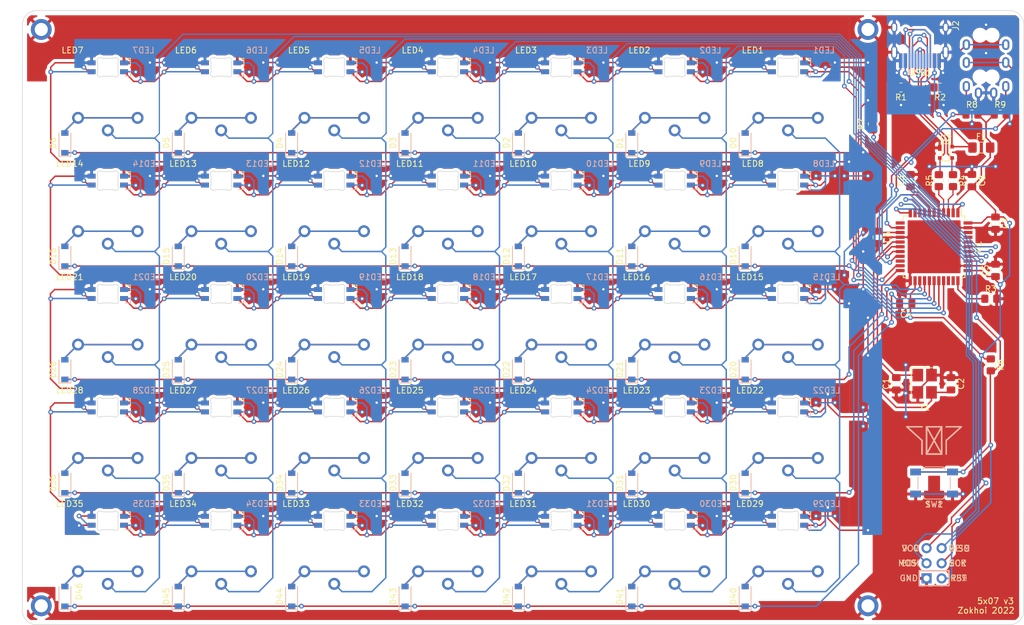
<source format=kicad_pcb>
(kicad_pcb (version 20211014) (generator pcbnew)
  (layers (0 "F.Cu" signal) (31 "B.Cu" signal) (34 "B.Paste" user) (35 "F.Paste" user) (36 "B.SilkS" user "B.Silkscreen") (37 "F.SilkS" user "F.Silkscreen") (38 "B.Mask" user) (39 "F.Mask" user) (44 "Edge.Cuts" user))
  (net 0 "")
  (net 1 "GND")
  (net 2 "Net-(C1-Pad2)")
  (net 3 "Net-(C2-Pad2)")
  (net 4 "Net-(C3-Pad2)")
  (net 5 "+5V")
  (net 6 "row0")
  (net 7 "row1")
  (net 8 "Net-(D10-Pad2)")
  (net 9 "Net-(D11-Pad2)")
  (net 10 "Net-(D12-Pad2)")
  (net 11 "Net-(D13-Pad2)")
  (net 12 "Net-(D14-Pad2)")
  (net 13 "Net-(D15-Pad2)")
  (net 14 "Net-(D16-Pad2)")
  (net 15 "row2")
  (net 16 "Net-(D20-Pad2)")
  (net 17 "Net-(D21-Pad2)")
  (net 18 "Net-(D22-Pad2)")
  (net 19 "Net-(D23-Pad2)")
  (net 20 "Net-(D24-Pad2)")
  (net 21 "Net-(D25-Pad2)")
  (net 22 "Net-(D26-Pad2)")
  (net 23 "row3")
  (net 24 "Net-(D30-Pad2)")
  (net 25 "Net-(D31-Pad2)")
  (net 26 "Net-(D32-Pad2)")
  (net 27 "Net-(D33-Pad2)")
  (net 28 "Net-(D34-Pad2)")
  (net 29 "Net-(D35-Pad2)")
  (net 30 "Net-(D36-Pad2)")
  (net 31 "row4")
  (net 32 "Net-(D40-Pad2)")
  (net 33 "Net-(D41-Pad2)")
  (net 34 "Net-(D42-Pad2)")
  (net 35 "Net-(D43-Pad2)")
  (net 36 "Net-(D44-Pad2)")
  (net 37 "Net-(D45-Pad2)")
  (net 38 "Net-(D46-Pad2)")
  (net 39 "VCC")
  (net 40 "MISO")
  (net 41 "SCK")
  (net 42 "MOSI")
  (net 43 "RESET")
  (net 44 "col0")
  (net 45 "col1")
  (net 46 "col2")
  (net 47 "col3")
  (net 48 "col4")
  (net 49 "col5")
  (net 50 "col6")
  (net 51 "Net-(R1-Pad1)")
  (net 52 "Net-(R2-Pad1)")
  (net 53 "Net-(R3-Pad1)")
  (net 54 "/D_N")
  (net 55 "D-")
  (net 56 "/D_P")
  (net 57 "D+")
  (net 66 "unconnected-(USB1-Pad9)")
  (net 67 "unconnected-(USB1-Pad3)")
  (net 68 "Net-(LED1-Pad2)")
  (net 69 "Net-(LED1-Pad3)")
  (net 70 "Net-(LED2-Pad2)")
  (net 71 "Net-(LED7-Pad2)")
  (net 72 "Net-(LED3-Pad2)")
  (net 73 "Net-(LED8-Pad2)")
  (net 74 "Net-(LED4-Pad2)")
  (net 75 "Net-(LED5-Pad2)")
  (net 76 "Net-(LED6-Pad2)")
  (net 77 "Net-(LED10-Pad3)")
  (net 78 "Net-(LED33-Pad2)")
  (net 79 "Net-(LED34-Pad2)")
  (net 80 "Net-(LED10-Pad2)")
  (net 81 "Net-(LED11-Pad2)")
  (net 82 "Net-(LED12-Pad2)")
  (net 83 "Net-(LED13-Pad2)")
  (net 84 "Net-(LED14-Pad2)")
  (net 85 "Net-(LED15-Pad2)")
  (net 86 "Net-(LED16-Pad2)")
  (net 87 "Net-(LED17-Pad2)")
  (net 88 "Net-(LED18-Pad2)")
  (net 89 "Net-(LED19-Pad2)")
  (net 90 "Net-(LED20-Pad2)")
  (net 91 "Net-(LED21-Pad2)")
  (net 92 "Net-(LED22-Pad2)")
  (net 93 "Net-(LED23-Pad2)")
  (net 94 "Net-(LED24-Pad2)")
  (net 95 "Net-(LED25-Pad2)")
  (net 96 "Net-(LED26-Pad2)")
  (net 97 "Net-(LED27-Pad2)")
  (net 98 "Net-(LED28-Pad2)")
  (net 99 "Net-(LED29-Pad2)")
  (net 100 "Net-(LED30-Pad2)")
  (net 101 "Net-(LED31-Pad2)")
  (net 102 "Net-(LED32-Pad2)")
  (net 103 "unconnected-(LED35-Pad2)")
  (net 104 "LED PIN")
  (net 105 "Net-(D0-Pad2)")
  (net 106 "Net-(D1-Pad2)")
  (net 107 "Net-(D2-Pad2)")
  (net 108 "Net-(D3-Pad2)")
  (net 109 "Net-(D4-Pad2)")
  (net 110 "Net-(D5-Pad2)")
  (net 111 "Net-(D6-Pad2)")
  (net 112 "SDA")
  (net 113 "SCL")
  (footprint "assets:LED_choc_6028R_Reversible_same_side" (layer "F.Cu") (at 123.89375 39.6875)
    (fp_text reference "LED4")
    (fp_text value "choc_SK6812MINI-E" hide)
    (fp_line (start 0.794452 -1.499999) (end -0.794452 -1.499999) (layer "Edge.Cuts") (width 0.1))
    (fp_line (start 1.699999 0.702843) (end 1.699999 -0.702841) (layer "Edge.Cuts") (width 0.1))
    (fp_line (start -1.699999 0.702841) (end -1.699999 -0.702843) (layer "Edge.Cuts") (width 0.1))
    (fp_line (start -0.794452 1.5) (end 0.794453 1.5) (layer "Edge.Cuts") (width 0.1))
    (fp_arc (start 1.046711 -1.568299) (mid 1.638071 -1.504036) (end 1.749484 -0.919721) (layer "Edge.Cuts") (width 0.1))
    (fp_arc (start 1.749484 0.919719) (mid 1.712517 0.81407) (end 1.699999 0.702841) (layer "Edge.Cuts") (width 0.1))
    (fp_arc (start -1.046711 1.5683) (mid -0.925123 1.517378) (end -0.794453 1.500001) (layer "Edge.Cuts") (width 0.1))
    (fp_arc (start -1.749484 -0.919719) (mid -1.63807 -1.504033) (end -1.046711 -1.568296) (layer "Edge.Cuts") (width 0.1))
    (fp_arc (start 1.046711 -1.568299) (mid 0.92512 -1.517387) (end 0.794453 -1.5) (layer "Edge.Cuts") (width 0.1))
    (fp_arc (start 0.794452 1.499999) (mid 0.925126 1.517363) (end 1.046711 1.568298) (layer "Edge.Cuts") (width 0.1))
    (fp_arc (start -1.699999 0.702842) (mid -1.712528 0.814067) (end -1.749484 0.919719) (layer "Edge.Cuts") (width 0.1))
    (fp_arc (start 1.699999 -0.702844) (mid 1.712526 -0.81407) (end 1.749484 -0.919721) (layer "Edge.Cuts") (width 0.1))
    (fp_arc (start -1.046711 1.568296) (mid -1.63807 1.504033) (end -1.749484 0.919719) (layer "Edge.Cuts") (width 0.1))
    (fp_arc (start -1.749484 -0.919719) (mid -1.712527 -0.814067) (end -1.699999 -0.702842) (layer "Edge.Cuts") (width 0.1))
    (fp_arc (start -0.794453 -1.500001) (mid -0.925126 -1.517366) (end -1.046711 -1.5683) (layer "Edge.Cuts") (width 0.1))
    (fp_arc (start 1.749484 0.919721) (mid 1.638071 1.504036) (end 1.046711 1.568299) (layer "Edge.Cuts") (width 0.1))
  )
  (footprint "assets:D_SOD-123-Reversible" (layer "F.Cu") (at 135.73125 90.4875 90)
    (fp_text reference "D22")
    (fp_text value "D_Small")
  )
  (footprint "assets:LED_choc_6028R_Reversible_same_side" (layer "F.Cu") (at 104.7875 77.7875)
    (fp_text reference "LED19")
    (fp_text value "choc_SK6812MINI-E" hide)
    (fp_line (start -1.699999 0.702841) (end -1.699999 -0.702843) (layer "Edge.Cuts") (width 0.1))
    (fp_line (start -0.794452 1.5) (end 0.794453 1.5) (layer "Edge.Cuts") (width 0.1))
    (fp_line (start 1.699999 0.702843) (end 1.699999 -0.702841) (layer "Edge.Cuts") (width 0.1))
    (fp_line (start 0.794452 -1.499999) (end -0.794452 -1.499999) (layer "Edge.Cuts") (width 0.1))
    (fp_arc (start 1.699999 -0.702844) (mid 1.712526 -0.81407) (end 1.749484 -0.919721) (layer "Edge.Cuts") (width 0.1))
    (fp_arc (start 1.749484 0.919721) (mid 1.638071 1.504036) (end 1.046711 1.568299) (layer "Edge.Cuts") (width 0.1))
    (fp_arc (start -1.046711 1.5683) (mid -0.925123 1.517378) (end -0.794453 1.500001) (layer "Edge.Cuts") (width 0.1))
    (fp_arc (start -1.749484 -0.919719) (mid -1.712527 -0.814067) (end -1.699999 -0.702842) (layer "Edge.Cuts") (width 0.1))
    (fp_arc (start -1.699999 0.702842) (mid -1.712528 0.814067) (end -1.749484 0.919719) (layer "Edge.Cuts") (width 0.1))
    (fp_arc (start 1.749484 0.919719) (mid 1.712517 0.81407) (end 1.699999 0.702841) (layer "Edge.Cuts") (width 0.1))
    (fp_arc (start -1.749484 -0.919719) (mid -1.63807 -1.504033) (end -1.046711 -1.568296) (layer "Edge.Cuts") (width 0.1))
    (fp_arc (start -1.046711 1.568296) (mid -1.63807 1.504033) (end -1.749484 0.919719) (layer "Edge.Cuts") (width 0.1))
    (fp_arc (start -0.794453 -1.500001) (mid -0.925126 -1.517366) (end -1.046711 -1.5683) (layer "Edge.Cuts") (width 0.1))
    (fp_arc (start 1.046711 -1.568299) (mid 1.638071 -1.504036) (end 1.749484 -0.919721) (layer "Edge.Cuts") (width 0.1))
    (fp_arc (start 1.046711 -1.568299) (mid 0.92512 -1.517387) (end 0.794453 -1.5) (layer "Edge.Cuts") (width 0.1))
    (fp_arc (start 0.794452 1.499999) (mid 0.925126 1.517363) (end 1.046711 1.568298) (layer "Edge.Cuts") (width 0.1))
  )
  (footprint "assets:D_SOD-123-Reversible" (layer "F.Cu") (at 59.53125 71.4375 90)
    (fp_text reference "D16")
    (fp_text value "D_Small")
  )
  (footprint "assets:LED_choc_6028R_Reversible_same_side" (layer "F.Cu") (at 123.89375 77.7875)
    (fp_text reference "LED18")
    (fp_text value "choc_SK6812MINI-E" hide)
    (fp_line (start 0.794452 -1.499999) (end -0.794452 -1.499999) (layer "Edge.Cuts") (width 0.1))
    (fp_line (start -0.794452 1.5) (end 0.794453 1.5) (layer "Edge.Cuts") (width 0.1))
    (fp_line (start -1.699999 0.702841) (end -1.699999 -0.702843) (layer "Edge.Cuts") (width 0.1))
    (fp_line (start 1.699999 0.702843) (end 1.699999 -0.702841) (layer "Edge.Cuts") (width 0.1))
    (fp_arc (start -0.794453 -1.500001) (mid -0.925126 -1.517366) (end -1.046711 -1.5683) (layer "Edge.Cuts") (width 0.1))
    (fp_arc (start 0.794452 1.499999) (mid 0.925126 1.517363) (end 1.046711 1.568298) (layer "Edge.Cuts") (width 0.1))
    (fp_arc (start 1.749484 0.919721) (mid 1.638071 1.504036) (end 1.046711 1.568299) (layer "Edge.Cuts") (width 0.1))
    (fp_arc (start -1.046711 1.568296) (mid -1.63807 1.504033) (end -1.749484 0.919719) (layer "Edge.Cuts") (width 0.1))
    (fp_arc (start -1.749484 -0.919719) (mid -1.712527 -0.814067) (end -1.699999 -0.702842) (layer "Edge.Cuts") (width 0.1))
    (fp_arc (start -1.046711 1.5683) (mid -0.925123 1.517378) (end -0.794453 1.500001) (layer "Edge.Cuts") (width 0.1))
    (fp_arc (start -1.699999 0.702842) (mid -1.712528 0.814067) (end -1.749484 0.919719) (layer "Edge.Cuts") (width 0.1))
    (fp_arc (start 1.046711 -1.568299) (mid 1.638071 -1.504036) (end 1.749484 -0.919721) (layer "Edge.Cuts") (width 0.1))
    (fp_arc (start 1.046711 -1.568299) (mid 0.92512 -1.517387) (end 0.794453 -1.5) (layer "Edge.Cuts") (width 0.1))
    (fp_arc (start 1.699999 -0.702844) (mid 1.712526 -0.81407) (end 1.749484 -0.919721) (layer "Edge.Cuts") (width 0.1))
    (fp_arc (start -1.749484 -0.919719) (mid -1.63807 -1.504033) (end -1.046711 -1.568296) (layer "Edge.Cuts") (width 0.1))
    (fp_arc (start 1.749484 0.919719) (mid 1.712517 0.81407) (end 1.699999 0.702841) (layer "Edge.Cuts") (width 0.1))
  )
  (footprint "assets:LED_choc_6028R_Reversible_same_side" (layer "F.Cu") (at 85.79375 115.8875)
    (fp_text reference "LED34")
    (fp_text value "choc_SK6812MINI-E" hide)
    (fp_line (start 0.794452 -1.499999) (end -0.794452 -1.499999) (layer "Edge.Cuts") (width 0.1))
    (fp_line (start -0.794452 1.5) (end 0.794453 1.5) (layer "Edge.Cuts") (width 0.1))
    (fp_line (start -1.699999 0.702841) (end -1.699999 -0.702843) (layer "Edge.Cuts") (width 0.1))
    (fp_line (start 1.699999 0.702843) (end 1.699999 -0.702841) (layer "Edge.Cuts") (width 0.1))
    (fp_arc (start 1.699999 -0.702844) (mid 1.712526 -0.81407) (end 1.749484 -0.919721) (layer "Edge.Cuts") (width 0.1))
    (fp_arc (start 0.794452 1.499999) (mid 0.925126 1.517363) (end 1.046711 1.568298) (layer "Edge.Cuts") (width 0.1))
    (fp_arc (start -1.046711 1.568296) (mid -1.63807 1.504033) (end -1.749484 0.919719) (layer "Edge.Cuts") (width 0.1))
    (fp_arc (start -1.046711 1.5683) (mid -0.925123 1.517378) (end -0.794453 1.500001) (layer "Edge.Cuts") (width 0.1))
    (fp_arc (start -1.749484 -0.919719) (mid -1.712527 -0.814067) (end -1.699999 -0.702842) (layer "Edge.Cuts") (width 0.1))
    (fp_arc (start -0.794453 -1.500001) (mid -0.925126 -1.517366) (end -1.046711 -1.5683) (layer "Edge.Cuts") (width 0.1))
    (fp_arc (start 1.046711 -1.568299) (mid 0.92512 -1.517387) (end 0.794453 -1.5) (layer "Edge.Cuts") (width 0.1))
    (fp_arc (start -1.699999 0.702842) (mid -1.712528 0.814067) (end -1.749484 0.919719) (layer "Edge.Cuts") (width 0.1))
    (fp_arc (start 1.749484 0.919719) (mid 1.712517 0.81407) (end 1.699999 0.702841) (layer "Edge.Cuts") (width 0.1))
    (fp_arc (start -1.749484 -0.919719) (mid -1.63807 -1.504033) (end -1.046711 -1.568296) (layer "Edge.Cuts") (width 0.1))
    (fp_arc (start 1.046711 -1.568299) (mid 1.638071 -1.504036) (end 1.749484 -0.919721) (layer "Edge.Cuts") (width 0.1))
    (fp_arc (start 1.749484 0.919721) (mid 1.638071 1.504036) (end 1.046711 1.568299) (layer "Edge.Cuts") (width 0.1))
  )
  (footprint "assets:LED_choc_6028R_Reversible_same_side" (layer "F.Cu") (at 66.74375 39.6875)
    (fp_text reference "LED7")
    (fp_text value "choc_SK6812MINI-E" hide)
    (fp_line (start 0.794452 -1.499999) (end -0.794452 -1.499999) (layer "Edge.Cuts") (width 0.1))
    (fp_line (start -0.794452 1.5) (end 0.794453 1.5) (layer "Edge.Cuts") (width 0.1))
    (fp_line (start 1.699999 0.702843) (end 1.699999 -0.702841) (layer "Edge.Cuts") (width 0.1))
    (fp_line (start -1.699999 0.702841) (end -1.699999 -0.702843) (layer "Edge.Cuts") (width 0.1))
    (fp_arc (start 1.046711 -1.568299) (mid 0.92512 -1.517387) (end 0.794453 -1.5) (layer "Edge.Cuts") (width 0.1))
    (fp_arc (start -1.749484 -0.919719) (mid -1.712527 -0.814067) (end -1.699999 -0.702842) (layer "Edge.Cuts") (width 0.1))
    (fp_arc (start -1.699999 0.702842) (mid -1.712528 0.814067) (end -1.749484 0.919719) (layer "Edge.Cuts") (width 0.1))
    (fp_arc (start -1.046711 1.568296) (mid -1.63807 1.504033) (end -1.749484 0.919719) (layer "Edge.Cuts") (width 0.1))
    (fp_arc (start 1.046711 -1.568299) (mid 1.638071 -1.504036) (end 1.749484 -0.919721) (layer "Edge.Cuts") (width 0.1))
    (fp_arc (start 1.749484 0.919721) (mid 1.638071 1.504036) (end 1.046711 1.568299) (layer "Edge.Cuts") (width 0.1))
    (fp_arc (start -0.794453 -1.500001) (mid -0.925126 -1.517366) (end -1.046711 -1.5683) (layer "Edge.Cuts") (width 0.1))
    (fp_arc (start 0.794452 1.499999) (mid 0.925126 1.517363) (end 1.046711 1.568298) (layer "Edge.Cuts") (width 0.1))
    (fp_arc (start -1.749484 -0.919719) (mid -1.63807 -1.504033) (end -1.046711 -1.568296) (layer "Edge.Cuts") (width 0.1))
    (fp_arc (start 1.699999 -0.702844) (mid 1.712526 -0.81407) (end 1.749484 -0.919721) (layer "Edge.Cuts") (width 0.1))
    (fp_arc (start -1.046711 1.5683) (mid -0.925123 1.517378) (end -0.794453 1.500001) (layer "Edge.Cuts") (width 0.1))
    (fp_arc (start 1.749484 0.919719) (mid 1.712517 0.81407) (end 1.699999 0.702841) (layer "Edge.Cuts") (width 0.1))
  )
  (footprint "assets:D_SOD-123-Reversible" (layer "F.Cu") (at 173.83125 90.4875 90)
    (fp_text reference "D20")
    (fp_text value "D_Small")
  )
  (footprint "Capacitor_SMD:C_0805_2012Metric_Pad1.18x1.45mm_HandSolder" (layer "F.Cu") (at 211.93125 58.7375 90)
    (fp_text reference "C8")
    (fp_text value "10uF")
  )
  (footprint "assets:D_SOD-123-Reversible" (layer "F.Cu") (at 173.83125 128.5875 90)
    (fp_text reference "D40")
    (fp_text value "D_Small")
  )
  (footprint "assets:D_SOD-123-Reversible" (layer "F.Cu") (at 135.73125 52.3875 90)
    (fp_text reference "D2")
    (fp_text value "D_Small")
  )
  (footprint "assets:LED_choc_6028R_Reversible_same_side" (layer "F.Cu") (at 85.79375 77.7875)
    (fp_text reference "LED20")
    (fp_text value "choc_SK6812MINI-E" hide)
    (fp_line (start 1.699999 0.702843) (end 1.699999 -0.702841) (layer "Edge.Cuts") (width 0.1))
    (fp_line (start -1.699999 0.702841) (end -1.699999 -0.702843) (layer "Edge.Cuts") (width 0.1))
    (fp_line (start 0.794452 -1.499999) (end -0.794452 -1.499999) (layer "Edge.Cuts") (width 0.1))
    (fp_line (start -0.794452 1.5) (end 0.794453 1.5) (layer "Edge.Cuts") (width 0.1))
    (fp_arc (start 1.699999 -0.702844) (mid 1.712526 -0.81407) (end 1.749484 -0.919721) (layer "Edge.Cuts") (width 0.1))
    (fp_arc (start 1.046711 -1.568299) (mid 0.92512 -1.517387) (end 0.794453 -1.5) (layer "Edge.Cuts") (width 0.1))
    (fp_arc (start -1.046711 1.568296) (mid -1.63807 1.504033) (end -1.749484 0.919719) (layer "Edge.Cuts") (width 0.1))
    (fp_arc (start -1.699999 0.702842) (mid -1.712528 0.814067) (end -1.749484 0.919719) (layer "Edge.Cuts") (width 0.1))
    (fp_arc (start 1.749484 0.919721) (mid 1.638071 1.504036) (end 1.046711 1.568299) (layer "Edge.Cuts") (width 0.1))
    (fp_arc (start -0.794453 -1.500001) (mid -0.925126 -1.517366) (end -1.046711 -1.5683) (layer "Edge.Cuts") (width 0.1))
    (fp_arc (start 1.046711 -1.568299) (mid 1.638071 -1.504036) (end 1.749484 -0.919721) (layer "Edge.Cuts") (width 0.1))
    (fp_arc (start 1.749484 0.919719) (mid 1.712517 0.81407) (end 1.699999 0.702841) (layer "Edge.Cuts") (width 0.1))
    (fp_arc (start -1.749484 -0.919719) (mid -1.63807 -1.504033) (end -1.046711 -1.568296) (layer "Edge.Cuts") (width 0.1))
    (fp_arc (start 0.794452 1.499999) (mid 0.925126 1.517363) (end 1.046711 1.568298) (layer "Edge.Cuts") (width 0.1))
    (fp_arc (start -1.046711 1.5683) (mid -0.925123 1.517378) (end -0.794453 1.500001) (layer "Edge.Cuts") (width 0.1))
    (fp_arc (start -1.749484 -0.919719) (mid -1.712527 -0.814067) (end -1.699999 -0.702842) (layer "Edge.Cuts") (width 0.1))
  )
  (footprint "assets:D_SOD-123-Reversible" (layer "F.Cu") (at 116.68125 71.4375 90)
    (fp_text reference "D13")
    (fp_text value "D_Small")
  )
  (footprint "Resistor_SMD:R_0805_2012Metric_Pad1.20x1.40mm_HandSolder" (layer "F.Cu") (at 195.2625 49.2125 90)
    (fp_text reference "R7")
    (fp_text value "500")
  )
  (footprint "Fuse:Fuse_1206_3216Metric_Pad1.42x1.75mm_HandSolder" (layer "F.Cu") (at 213.51875 53.18125)
    (fp_text reference "F1")
    (fp_text value "500mA")
  )
  (footprint "assets:HRO-TYPE-C-31-M-12-HandSoldering-Reversible" (layer "F.Cu") (at 203.2 30.38375 180)
    (fp_text reference "USB1")
    (fp_text value "HRO-TYPE-C-31-M-12")
  )
  (footprint "assets:D_SOD-123-Reversible" (layer "F.Cu") (at 116.68125 90.4875 90)
    (fp_text reference "D23")
    (fp_text value "D_Small")
  )
  (footprint "assets:D_SOD-123-Reversible" (layer "F.Cu") (at 173.83125 71.4375 90)
    (fp_text reference "D10")
    (fp_text value "D_Small")
  )
  (footprint "assets:D_SOD-123-Reversible" (layer "F.Cu") (at 78.58125 109.5375 90)
    (fp_text reference "D35")
    (fp_text value "D_Small")
  )
  (footprint "assets:LED_choc_6028R_Reversible_same_side" (layer "F.Cu") (at 123.89375 58.7375)
    (fp_text reference "LED11")
    (fp_text value "choc_SK6812MINI-E" hide)
    (fp_line (start -1.699999 0.702841) (end -1.699999 -0.702843) (layer "Edge.Cuts") (width 0.1))
    (fp_line (start -0.794452 1.5) (end 0.794453 1.5) (layer "Edge.Cuts") (width 0.1))
    (fp_line (start 1.699999 0.702843) (end 1.699999 -0.702841) (layer "Edge.Cuts") (width 0.1))
    (fp_line (start 0.794452 -1.499999) (end -0.794452 -1.499999) (layer "Edge.Cuts") (width 0.1))
    (fp_arc (start -1.699999 0.702842) (mid -1.712528 0.814067) (end -1.749484 0.919719) (layer "Edge.Cuts") (width 0.1))
    (fp_arc (start 1.699999 -0.702844) (mid 1.712526 -0.81407) (end 1.749484 -0.919721) (layer "Edge.Cuts") (width 0.1))
    (fp_arc (start 1.046711 -1.568299) (mid 0.92512 -1.517387) (end 0.794453 -1.5) (layer "Edge.Cuts") (width 0.1))
    (fp_arc (start -0.794453 -1.500001) (mid -0.925126 -1.517366) (end -1.046711 -1.5683) (layer "Edge.Cuts") (width 0.1))
    (fp_arc (start -1.749484 -0.919719) (mid -1.712527 -0.814067) (end -1.699999 -0.702842) (layer "Edge.Cuts") (width 0.1))
    (fp_arc (start 1.749484 0.919719) (mid 1.712517 0.81407) (end 1.699999 0.702841) (layer "Edge.Cuts") (width 0.1))
    (fp_arc (start -1.046711 1.5683) (mid -0.925123 1.517378) (end -0.794453 1.500001) (layer "Edge.Cuts") (width 0.1))
    (fp_arc (start -1.046711 1.568296) (mid -1.63807 1.504033) (end -1.749484 0.919719) (layer "Edge.Cuts") (width 0.1))
    (fp_arc (start -1.749484 -0.919719) (mid -1.63807 -1.504033) (end -1.046711 -1.568296) (layer "Edge.Cuts") (width 0.1))
    (fp_arc (start 1.749484 0.919721) (mid 1.638071 1.504036) (end 1.046711 1.568299) (layer "Edge.Cuts") (width 0.1))
    (fp_arc (start 1.046711 -1.568299) (mid 1.638071 -1.504036) (end 1.749484 -0.919721) (layer "Edge.Cuts") (width 0.1))
    (fp_arc (start 0.794452 1.499999) (mid 0.925126 1.517363) (end 1.046711 1.568298) (layer "Edge.Cuts") (width 0.1))
  )
  (footprint "Resistor_SMD:R_0805_2012Metric_Pad1.20x1.40mm_HandSolder" (layer "F.Cu") (at 206.375 58.7375 -90)
    (fp_text reference "R5")
    (fp_text value "22")
  )
  (footprint "assets:D_SOD-123-Reversible" (layer "F.Cu") (at 154.78125 109.5375 90)
    (fp_text reference "D31")
    (fp_text value "D_Small")
  )
  (footprint "assets:D_SOD-123-Reversible" (layer "F.Cu") (at 116.68125 52.3875 90)
    (fp_text reference "D3")
    (fp_text value "D_Small")
  )
  (footprint "assets:D_SOD-123-Reversible" (layer "F.Cu") (at 78.58125 71.4375 90)
    (fp_text reference "D15")
    (fp_text value "D_Small")
  )
  (footprint "assets:D_SOD-123-Reversible" (layer "F.Cu") (at 97.63125 109.5375 90)
    (fp_text reference "D34")
    (fp_text value "D_Small")
  )
  (footprint "assets:LED_choc_6028R_Reversible_same_side" (layer "F.Cu") (at 66.74375 115.8875)
    (fp_text reference "LED35")
    (fp_text value "choc_SK6812MINI-E" hide)
    (fp_line (start -0.794452 1.5) (end 0.794453 1.5) (layer "Edge.Cuts") (width 0.1))
    (fp_line (start 1.699999 0.702843) (end 1.699999 -0.702841) (layer "Edge.Cuts") (width 0.1))
    (fp_line (start -1.699999 0.702841) (end -1.699999 -0.702843) (layer "Edge.Cuts") (width 0.1))
    (fp_line (start 0.794452 -1.499999) (end -0.794452 -1.499999) (layer "Edge.Cuts") (width 0.1))
    (fp_arc (start -0.794453 -1.500001) (mid -0.925126 -1.517366) (end -1.046711 -1.5683) (layer "Edge.Cuts") (width 0.1))
    (fp_arc (start 1.749484 0.919719) (mid 1.712517 0.81407) (end 1.699999 0.702841) (layer "Edge.Cuts") (width 0.1))
    (fp_arc (start -1.749484 -0.919719) (mid -1.63807 -1.504033) (end -1.046711 -1.568296) (layer "Edge.Cuts") (width 0.1))
    (fp_arc (start 1.046711 -1.568299) (mid 1.638071 -1.504036) (end 1.749484 -0.919721) (layer "Edge.Cuts") (width 0.1))
    (fp_arc (start 1.749484 0.919721) (mid 1.638071 1.504036) (end 1.046711 1.568299) (layer "Edge.Cuts") (width 0.1))
    (fp_arc (start 1.046711 -1.568299) (mid 0.92512 -1.517387) (end 0.794453 -1.5) (layer "Edge.Cuts") (width 0.1))
    (fp_arc (start -1.749484 -0.919719) (mid -1.712527 -0.814067) (end -1.699999 -0.702842) (layer "Edge.Cuts") (width 0.1))
    (fp_arc (start 1.699999 -0.702844) (mid 1.712526 -0.81407) (end 1.749484 -0.919721) (layer "Edge.Cuts") (width 0.1))
    (fp_arc (start -1.046711 1.5683) (mid -0.925123 1.517378) (end -0.794453 1.500001) (layer "Edge.Cuts") (width 0.1))
    (fp_arc (start -1.699999 0.702842) (mid -1.712528 0.814067) (end -1.749484 0.919719) (layer "Edge.Cuts") (width 0.1))
    (fp_arc (start 0.794452 1.499999) (mid 0.925126 1.517363) (end 1.046711 1.568298) (layer "Edge.Cuts") (width 0.1))
    (fp_arc (start -1.046711 1.568296) (mid -1.63807 1.504033) (end -1.749484 0.919719) (layer "Edge.Cuts") (width 0.1))
  )
  (footprint "assets:D_SOD-123-Reversible" (layer "F.Cu") (at 59.53125 128.5875 90)
    (fp_text reference "D46")
    (fp_text value "D_Small")
  )
  (footprint "Capacitor_SMD:C_0805_2012Metric_Pad1.18x1.45mm_HandSolder" (layer "F.Cu") (at 201.6125 58.7375 -90)
    (fp_text reference "C3")
    (fp_text value "1uF")
  )
  (footprint "assets:D_SOD-123-Reversible" (layer "F.Cu") (at 59.53125 109.5375 90)
    (fp_text reference "D36")
    (fp_text value "D_Small")
  )
  (footprint "Capacitor_SMD:C_0805_2012Metric_Pad1.18x1.45mm_HandSolder" (layer "F.Cu") (at 200.81875 79.375 180)
    (fp_text reference "C4")
    (fp_text value "0.1uF")
  )
  (footprint "Capacitor_SMD:C_0805_2012Metric_Pad1.18x1.45mm_HandSolder" (layer "F.Cu") (at 215.9 73.81875 90)
    (fp_text reference "C5")
    (fp_text value "0.1uF")
  )
  (footprint "Capacitor_SMD:C_0805_2012Metric_Pad1.18x1.45mm_HandSolder" (layer "F.Cu") (at 196.05625 68.2625 -90)
    (fp_text reference "C6")
    (fp_text value "0.1uF")
  )
  (footprint "assets:LED_choc_6028R_Reversible_same_side" (layer "F.Cu") (at 104.7875 39.6875)
    (fp_text reference "LED5")
    (fp_text value "choc_SK6812MINI-E" hide)
    (fp_line (start -0.794452 1.5) (end 0.794453 1.5) (layer "Edge.Cuts") (width 0.1))
    (fp_line (start -1.699999 0.702841) (end -1.699999 -0.702843) (layer "Edge.Cuts") (width 0.1))
    (fp_line (start 1.699999 0.702843) (end 1.699999 -0.702841) (layer "Edge.Cuts") (width 0.1))
    (fp_line (start 0.794452 -1.499999) (end -0.794452 -1.499999) (layer "Edge.Cuts") (width 0.1))
    (fp_arc (start 1.046711 -1.568299) (mid 0.92512 -1.517387) (end 0.794453 -1.5) (layer "Edge.Cuts") (width 0.1))
    (fp_arc (start 1.749484 0.919721) (mid 1.638071 1.504036) (end 1.046711 1.568299) (layer "Edge.Cuts") (width 0.1))
    (fp_arc (start 1.699999 -0.702844) (mid 1.712526 -0.81407) (end 1.749484 -0.919721) (layer "Edge.Cuts") (width 0.1))
    (fp_arc (start -1.046711 1.568296) (mid -1.63807 1.504033) (end -1.749484 0.919719) (layer "Edge.Cuts") (width 0.1))
    (fp_arc (start 1.749484 0.919719) (mid 1.712517 0.81407) (end 1.699999 0.702841) (layer "Edge.Cuts") (width 0.1))
    (fp_arc (start 1.046711 -1.568299) (mid 1.638071 -1.504036) (end 1.749484 -0.919721) (layer "Edge.Cuts") (width 0.1))
    (fp_arc (start -1.699999 0.702842) (mid -1.712528 0.814067) (end -1.749484 0.919719) (layer "Edge.Cuts") (width 0.1))
    (fp_arc (start -1.046711 1.5683) (mid -0.925123 1.517378) (end -0.794453 1.500001) (layer "Edge.Cuts") (width 0.1))
    (fp_arc (start -1.749484 -0.919719) (mid -1.63807 -1.504033) (end -1.046711 -1.568296) (layer "Edge.Cuts") (width 0.1))
    (fp_arc (start -1.749484 -0.919719) (mid -1.712527 -0.814067) (end -1.699999 -0.702842) (layer "Edge.Cuts") (width 0.1))
    (fp_arc (start -0.794453 -1.500001) (mid -0.925126 -1.517366) (end -1.046711 -1.5683) (layer "Edge.Cuts") (width 0.1))
    (fp_arc (start 0.794452 1.499999) (mid 0.925126 1.517363) (end 1.046711 1.568298) (layer "Edge.Cuts") (width 0.1))
  )
  (footprint "assets:LED_choc_6028R_Reversible_same_side" (layer "F.Cu") (at 142.94375 96.8375)
    (fp_text reference "LED24")
    (fp_text value "choc_SK6812MINI-E" hide)
    (fp_line (start 0.794452 -1.499999) (end -0.794452 -1.499999) (layer "Edge.Cuts") (width 0.1))
    (fp_line (start 1.699999 0.702843) (end 1.699999 -0.702841) (layer "Edge.Cuts") (width 0.1))
    (fp_line (start -1.699999 0.702841) (end -1.699999 -0.702843) (layer "Edge.Cuts") (width 0.1))
    (fp_line (start -0.794452 1.5) (end 0.794453 1.5) (layer "Edge.Cuts") (width 0.1))
    (fp_arc (start -1.046711 1.5683) (mid -0.925123 1.517378) (end -0.794453 1.500001) (layer "Edge.Cuts") (width 0.1))
    (fp_arc (start 1.749484 0.919721) (mid 1.638071 1.504036) (end 1.046711 1.568299) (layer "Edge.Cuts") (width 0.1))
    (fp_arc (start 1.046711 -1.568299) (mid 0.92512 -1.517387) (end 0.794453 -1.5) (layer "Edge.Cuts") (width 0.1))
    (fp_arc (start 0.794452 1.499999) (mid 0.925126 1.517363) (end 1.046711 1.568298) (layer "Edge.Cuts") (width 0.1))
    (fp_arc (start 1.749484 0.919719) (mid 1.712517 0.81407) (end 1.699999 0.702841) (layer "Edge.Cuts") (width 0.1))
    (fp_arc (start -1.046711 1.568296) (mid -1.63807 1.504033) (end -1.749484 0.919719) (layer "Edge.Cuts") (width 0.1))
    (fp_arc (start -0.794453 -1.500001) (mid -0.925126 -1.517366) (end -1.046711 -1.5683) (layer "Edge.Cuts") (width 0.1))
    (fp_arc (start 1.046711 -1.568299) (mid 1.638071 -1.504036) (end 1.749484 -0.919721) (layer "Edge.Cuts") (width 0.1))
    (fp_arc (start -1.749484 -0.919719) (mid -1.63807 -1.504033) (end -1.046711 -1.568296) (layer "Edge.Cuts") (width 0.1))
    (fp_arc (start -1.749484 -0.919719) (mid -1.712527 -0.814067) (end -1.699999 -0.702842) (layer "Edge.Cuts") (width 0.1))
    (fp_arc (start 1.699999 -0.702844) (mid 1.712526 -0.81407) (end 1.749484 -0.919721) (layer "Edge.Cuts") (width 0.1))
    (fp_arc (start -1.699999 0.702842) (mid -1.712528 0.814067) (end -1.749484 0.919719) (layer "Edge.Cuts") (width 0.1))
  )
  (footprint "assets:LED_choc_6028R_Reversible_same_side" (layer "F.Cu") (at 85.79375 58.7375)
    (fp_text reference "LED13")
    (fp_text value "choc_SK6812MINI-E" hide)
    (fp_line (start -0.794452 1.5) (end 0.794453 1.5) (layer "Edge.Cuts") (width 0.1))
    (fp_line (start -1.699999 0.702841) (end -1.699999 -0.702843) (layer "Edge.Cuts") (width 0.1))
    (fp_line (start 1.699999 0.702843) (end 1.699999 -0.702841) (layer "Edge.Cuts") (width 0.1))
    (fp_line (start 0.794452 -1.499999) (end -0.794452 -1.499999) (layer "Edge.Cuts") (width 0.1))
    (fp_arc (start 1.046711 -1.568299) (mid 0.92512 -1.517387) (end 0.794453 -1.5) (layer "Edge.Cuts") (width 0.1))
    (fp_arc (start 1.749484 0.919719) (mid 1.712517 0.81407) (end 1.699999 0.702841) (layer "Edge.Cuts") (width 0.1))
    (fp_arc (start -1.046711 1.5683) (mid -0.925123 1.517378) (end -0.794453 1.500001) (layer "Edge.Cuts") (width 0.1))
    (fp_arc (start 0.794452 1.499999) (mid 0.925126 1.517363) (end 1.046711 1.568298) (layer "Edge.Cuts") (width 0.1))
    (fp_arc (start 1.046711 -1.568299) (mid 1.638071 -1.504036) (end 1.749484 -0.919721) (layer "Edge.Cuts") (width 0.1))
    (fp_arc (start -0.794453 -1.500001) (mid -0.925126 -1.517366) (end -1.046711 -1.5683) (layer "Edge.Cuts") (width 0.1))
    (fp_arc (start -1.699999 0.702842) (mid -1.712528 0.814067) (end -1.749484 0.919719) (layer "Edge.Cuts") (width 0.1))
    (fp_arc (start 1.749484 0.919721) (mid 1.638071 1.504036) (end 1.046711 1.568299) (layer "Edge.Cuts") (width 0.1))
    (fp_arc (start 1.699999 -0.702844) (mid 1.712526 -0.81407) (end 1.749484 -0.919721) (layer "Edge.Cuts") (width 0.1))
    (fp_arc (start -1.749484 -0.919719) (mid -1.63807 -1.504033) (end -1.046711 -1.568296) (layer "Edge.Cuts") (width 0.1))
    (fp_arc (start -1.749484 -0.919719) (mid -1.712527 -0.814067) (end -1.699999 -0.702842) (layer "Edge.Cuts") (width 0.1))
    (fp_arc (start -1.046711 1.568296) (mid -1.63807 1.504033) (end -1.749484 0.919719) (layer "Edge.Cuts") (width 0.1))
  )
  (footprint "assets:D_SOD-123-Reversible" (layer "F.Cu") (at 59.53125 52.3875 90)
    (fp_text reference "D6")
    (fp_text value "D_Small")
  )
  (footprint "assets:LED_choc_6028R_Reversible_same_side" (layer "F.Cu") (at 181.04375 58.7375)
    (fp_text reference "LED8")
    (fp_text value "choc_SK6812MINI-E" hide)
    (fp_line (start -0.794452 1.5) (end 0.794453 1.5) (layer "Edge.Cuts") (width 0.1))
    (fp_line (start 0.794452 -1.499999) (end -0.794452 -1.499999) (layer "Edge.Cuts") (width 0.1))
    (fp_line (start 1.699999 0.702843) (end 1.699999 -0.702841) (layer "Edge.Cuts") (width 0.1))
    (fp_line (start -1.699999 0.702841) (end -1.699999 -0.702843) (layer "Edge.Cuts") (width 0.1))
    (fp_arc (start 1.749484 0.919721) (mid 1.638071 1.504036) (end 1.046711 1.568299) (layer "Edge.Cuts") (width 0.1))
    (fp_arc (start -1.749484 -0.919719) (mid -1.63807 -1.504033) (end -1.046711 -1.568296) (layer "Edge.Cuts") (width 0.1))
    (fp_arc (start 1.749484 0.919719) (mid 1.712517 0.81407) (end 1.699999 0.702841) (layer "Edge.Cuts") (width 0.1))
    (fp_arc (start -0.794453 -1.500001) (mid -0.925126 -1.517366) (end -1.046711 -1.5683) (layer "Edge.Cuts") (width 0.1))
    (fp_arc (start 1.046711 -1.568299) (mid 0.92512 -1.517387) (end 0.794453 -1.5) (layer "Edge.Cuts") (width 0.1))
    (fp_arc (start -1.749484 -0.919719) (mid -1.712527 -0.814067) (end -1.699999 -0.702842) (layer "Edge.Cuts") (width 0.1))
    (fp_arc (start 0.794452 1.499999) (mid 0.925126 1.517363) (end 1.046711 1.568298) (layer "Edge.Cuts") (width 0.1))
    (fp_arc (start 1.046711 -1.568299) (mid 1.638071 -1.504036) (end 1.749484 -0.919721) (layer "Edge.Cuts") (width 0.1))
    (fp_arc (start -1.046711 1.5683) (mid -0.925123 1.517378) (end -0.794453 1.500001) (layer "Edge.Cuts") (width 0.1))
    (fp_arc (start 1.699999 -0.702844) (mid 1.712526 -0.81407) (end 1.749484 -0.919721) (layer "Edge.Cuts") (width 0.1))
    (fp_arc (start -1.699999 0.702842) (mid -1.712528 0.814067) (end -1.749484 0.919719) (layer "Edge.Cuts") (width 0.1))
    (fp_arc (start -1.046711 1.568296) (mid -1.63807 1.504033) (end -1.749484 0.919719) (layer "Edge.Cuts") (width 0.1))
  )
  (footprint "assets:LED_choc_6028R_Reversible_same_side" (layer "F.Cu") (at 123.89375 96.8375)
    (fp_text reference "LED25")
    (fp_text value "choc_SK6812MINI-E" hide)
    (fp_line (start -1.699999 0.702841) (end -1.699999 -0.702843) (layer "Edge.Cuts") (width 0.1))
    (fp_line (start 1.699999 0.702843) (end 1.699999 -0.702841) (layer "Edge.Cuts") (width 0.1))
    (fp_line (start 0.794452 -1.499999) (end -0.794452 -1.499999) (layer "Edge.Cuts") (width 0.1))
    (fp_line (start -0.794452 1.5) (end 0.794453 1.5) (layer "Edge.Cuts") (width 0.1))
    (fp_arc (start 1.046711 -1.568299) (mid 1.638071 -1.504036) (end 1.749484 -0.919721) (layer "Edge.Cuts") (width 0.1))
    (fp_arc (start -1.046711 1.568296) (mid -1.63807 1.504033) (end -1.749484 0.919719) (layer "Edge.Cuts") (width 0.1))
    (fp_arc (start 1.046711 -1.568299) (mid 0.92512 -1.517387) (end 0.794453 -1.5) (layer "Edge.Cuts") (width 0.1))
    (fp_arc (start -1.749484 -0.919719) (mid -1.63807 -1.504033) (end -1.046711 -1.568296) (layer "Edge.Cuts") (width 0.1))
    (fp_arc (start 0.794452 1.499999) (mid 0.925126 1.517363) (end 1.046711 1.568298) (layer "Edge.Cuts") (width 0.1))
    (fp_arc (start -1.749484 -0.919719) (mid -1.712527 -0.814067) (end -1.699999 -0.702842) (layer "Edge.Cuts") (width 0.1))
    (fp_arc (start -1.046711 1.5683) (mid -0.925123 1.517378) (end -0.794453 1.500001) (layer "Edge.Cuts") (width 0.1))
    (fp_arc (start 1.699999 -0.702844) (mid 1.712526 -0.81407) (end 1.749484 -0.919721) (layer "Edge.Cuts") (width 0.1))
    (fp_arc (start -1.699999 0.702842) (mid -1.712528 0.814067) (end -1.749484 0.919719) (layer "Edge.Cuts") (width 0.1))
    (fp_arc (start 1.749484 0.919719) (mid 1.712517 0.81407) (end 1.699999 0.702841) (layer "Edge.Cuts") (width 0.1))
    (fp_arc (start 1.749484 0.919721) (mid 1.638071 1.504036) (end 1.046711 1.568299) (layer "Edge.Cuts") (width 0.1))
    (fp_arc (start -0.794453 -1.500001) (mid -0.925126 -1.517366) (end -1.046711 -1.5683) (layer "Edge.Cuts") (width 0.1))
  )
  (footprint "assets:D_SOD-123-Reversible" (layer "F.Cu") (at 154.78125 52.3875 90)
    (fp_text reference "D1")
    (fp_text value "D_Small")
  )
  (footprint "assets:D_SOD-123-Reversible" (layer "F.Cu") (at 116.68125 128.5875 90)
    (fp_text reference "D43")
    (fp_text value "D_Small")
  )
  (footprint "assets:LED_choc_6028R_Reversible_same_side" (layer "F.Cu") (at 142.94375 77.7875)
    (fp_text reference "LED17")
    (fp_text value "choc_SK6812MINI-E" hide)
    (fp_line (start -1.699999 0.702841) (end -1.699999 -0.702843) (layer "Edge.Cuts") (width 0.1))
    (fp_line (start 0.794452 -1.499999) (end -0.794452 -1.499999) (layer "Edge.Cuts") (width 0.1))
    (fp_line (start 1.699999 0.702843) (end 1.699999 -0.702841) (layer "Edge.Cuts") (width 0.1))
    (fp_line (start -0.794452 1.5) (end 0.794453 1.5) (layer "Edge.Cuts") (width 0.1))
    (fp_arc (start -0.794453 -1.500001) (mid -0.925126 -1.517366) (end -1.046711 -1.5683) (layer "Edge.Cuts") (width 0.1))
    (fp_arc (start -1.699999 0.702842) (mid -1.712528 0.814067) (end -1.749484 0.919719) (layer "Edge.Cuts") (width 0.1))
    (fp_arc (start 1.046711 -1.568299) (mid 1.638071 -1.504036) (end 1.749484 -0.919721) (layer "Edge.Cuts") (width 0.1))
    (fp_arc (start 1.046711 -1.568299) (mid 0.92512 -1.517387) (end 0.794453 -1.5) (layer "Edge.Cuts") (width 0.1))
    (fp_arc (start 1.699999 -0.702844) (mid 1.712526 -0.81407) (end 1.749484 -0.919721) (layer "Edge.Cuts") (width 0.1))
    (fp_arc (start -1.749484 -0.919719) (mid -1.63807 -1.504033) (end -1.046711 -1.568296) (layer "Edge.Cuts") (width 0.1))
    (fp_arc (start 1.749484 0.919721) (mid 1.638071 1.504036) (end 1.046711 1.568299) (layer "Edge.Cuts") (width 0.1))
    (fp_arc (start -1.046711 1.568296) (mid -1.63807 1.504033) (end -1.749484 0.919719) (layer "Edge.Cuts") (width 0.1))
    (fp_arc (start 0.794452 1.499999) (mid 0.925126 1.517363) (end 1.046711 1.568298) (layer "Edge.Cuts") (width 0.1))
    (fp_arc (start 1.749484 0.919719) (mid 1.712517 0.81407) (end 1.699999 0.702841) (layer "Edge.Cuts") (width 0.1))
    (fp_arc (start -1.046711 1.5683) (mid -0.925123 1.517378) (end -0.794453 1.500001) (layer "Edge.Cuts") (width 0.1))
    (fp_arc (start -1.749484 -0.919719) (mid -1.712527 -0.814067) (end -1.699999 -0.702842) (layer "Edge.Cuts") (width 0.1))
  )
  (footprint "random-keyboard-parts:Generic-Mounthole" (layer "F.Cu") (at 194.46875 33.3375)
    (fp_text reference "H2")
    (fp_text value "MountingHole_Pad")
  )
  (footprint "Resistor_SMD:R_0805_2012Metric_Pad1.20x1.40mm_HandSolder" (layer "F.Cu") (at 200.025 43.08375 180)
    (fp_text reference "R1")
    (fp_text value "5.1k")
  )
  (footprint "assets:D_SOD-123-Reversible" (layer "F.Cu") (at 97.63125 52.3875 90)
    (fp_text reference "D4")
    (fp_text value "D_Small")
  )
  (footprint "assets:D_SOD-123-Reversible" (layer "F.Cu") (at 154.78125 90.4875 90)
    (fp_text reference "D21")
    (fp_text value "D_Small")
  )
  (footprint "assets:LED_choc_6028R_Reversible_same_side" (layer "F.Cu") (at 161.99375 115.8875)
    (fp_text reference "LED30")
    (fp_text value "choc_SK6812MINI-E" hide)
    (fp_line (start -0.794452 1.5) (end 0.794453 1.5) (layer "Edge.Cuts") (width 0.1))
    (fp_line (start 1.699999 0.702843) (end 1.699999 -0.702841) (layer "Edge.Cuts") (width 0.1))
    (fp_line (start 0.794452 -1.499999) (end -0.794452 -1.499999) (layer "Edge.Cuts") (width 0.1))
    (fp_line (start -1.699999 0.702841) (end -1.699999 -0.702843) (layer "Edge.Cuts") (width 0.1))
    (fp_arc (start -1.046711 1.5683) (mid -0.925123 1.517378) (end -0.794453 1.500001) (layer "Edge.Cuts") (width 0.1))
    (fp_arc (start 1.749484 0.919721) (mid 1.638071 1.504036) (end 1.046711 1.568299) (layer "Edge.Cuts") (width 0.1))
    (fp_arc (start -1.749484 -0.919719) (mid -1.63807 -1.504033) (end -1.046711 -1.568296) (layer "Edge.Cuts") (width 0.1))
    (fp_arc (start -1.699999 0.702842) (mid -1.712528 0.814067) (end -1.749484 0.919719) (layer "Edge.Cuts") (width 0.1))
    (fp_arc (start -1.749484 -0.919719) (mid -1.712527 -0.814067) (end -1.699999 -0.702842) (layer "Edge.Cuts") (width 0.1))
    (fp_arc (start 1.046711 -1.568299) (mid 0.92512 -1.517387) (end 0.794453 -1.5) (layer "Edge.Cuts") (width 0.1))
    (fp_arc (start 1.749484 0.919719) (mid 1.712517 0.81407) (end 1.699999 0.702841) (layer "Edge.Cuts") (width 0.1))
    (fp_arc (start 1.699999 -0.702844) (mid 1.712526 -0.81407) (end 1.749484 -0.919721) (layer "Edge.Cuts") (width 0.1))
    (fp_arc (start 1.046711 -1.568299) (mid 1.638071 -1.504036) (end 1.749484 -0.919721) (layer "Edge.Cuts") (width 0.1))
    (fp_arc (start -0.794453 -1.500001) (mid -0.925126 -1.517366) (end -1.046711 -1.5683) (layer "Edge.Cuts") (width 0.1))
    (fp_arc (start -1.046711 1.568296) (mid -1.63807 1.504033) (end -1.749484 0.919719) (layer "Edge.Cuts") (width 0.1))
    (fp_arc (start 0.794452 1.499999) (mid 0.925126 1.517363) (end 1.046711 1.568298) (layer "Edge.Cuts") (width 0.1))
  )
  (footprint "Package_QFP:TQFP-44_10x10mm_P0.8mm" (layer "F.Cu") (at 205.58125 69.85 -90)
    (fp_text reference "U1")
    (fp_text value "ATmega32U4-A")
  )
  (footprint "random-keyboard-parts:Generic-Mounthole" (layer "F.Cu") (at 194.46875 130.175)
    (fp_text reference "H4")
    (fp_text value "MountingHole_Pad")
  )
  (footprint "Capacitor_SMD:C_0805_2012Metric_Pad1.18x1.45mm_HandSolder" (layer "F.Cu") (at 199.23125 92.86875 90)
    (fp_text reference "C1")
    (fp_text value "22pF")
  )
  (footprint "assets:D_SOD-123-Reversible" (layer "F.Cu") (at 135.73125 128.5875 90)
    (fp_text reference "D42")
    (fp_text value "D_Small")
  )
  (footprint "assets:LED_choc_6028R_Reversible_same_side" (layer "F.Cu") (at 85.79375 96.8375)
    (fp_text reference "LED27")
    (fp_text value "choc_SK6812MINI-E" hide)
    (fp_line (start -0.794452 1.5) (end 0.794453 1.5) (layer "Edge.Cuts") (width 0.1))
    (fp_line (start -1.699999 0.702841) (end -1.699999 -0.702843) (layer "Edge.Cuts") (width 0.1))
    (fp_line (start 0.794452 -1.499999) (end -0.794452 -1.499999) (layer "Edge.Cuts") (width 0.1))
    (fp_line (start 1.699999 0.702843) (end 1.699999 -0.702841) (layer "Edge.Cuts") (width 0.1))
    (fp_arc (start -1.046711 1.568296) (mid -1.63807 1.504033) (end -1.749484 0.919719) (layer "Edge.Cuts") (width 0.1))
    (fp_arc (start 1.046711 -1.568299) (mid 0.92512 -1.517387) (end 0.794453 -1.5) (layer "Edge.Cuts") (width 0.1))
    (fp_arc (start -0.794453 -1.500001) (mid -0.925126 -1.517366) (end -1.046711 -1.5683) (layer "Edge.Cuts") (width 0.1))
    (fp_arc (start 1.046711 -1.568299) (mid 1.638071 -1.504036) (end 1.749484 -0.919721) (layer "Edge.Cuts") (width 0.1))
    (fp_arc (start -1.749484 -0.919719) (mid -1.712527 -0.814067) (end -1.699999 -0.702842) (layer "Edge.Cuts") (width 0.1))
    (fp_arc (start -1.699999 0.702842) (mid -1.712528 0.814067) (end -1.749484 0.919719) (layer "Edge.Cuts") (width 0.1))
    (fp_arc (start 1.699999 -0.702844) (mid 1.712526 -0.81407) (end 1.749484 -0.919721) (layer "Edge.Cuts") (width 0.1))
    (fp_arc (start 1.749484 0.919721) (mid 1.638071 1.504036) (end 1.046711 1.568299) (layer "Edge.Cuts") (width 0.1))
    (fp_arc (start -1.749484 -0.919719) (mid -1.63807 -1.504033) (end -1.046711 -1.568296) (layer "Edge.Cuts") (width 0.1))
    (fp_arc (start 0.794452 1.499999) (mid 0.925126 1.517363) (end 1.046711 1.568298) (layer "Edge.Cuts") (width 0.1))
    (fp_arc (start -1.046711 1.5683) (mid -0.925123 1.517378) (end -0.794453 1.500001) (layer "Edge.Cuts") (width 0.1))
    (fp_arc (start 1.749484 0.919719) (mid 1.712517 0.81407) (end 1.699999 0.702841) (layer "Edge.Cuts") (width 0.1))
  )
  (footprint "assets:LED_choc_6028R_Reversible_same_side" (layer "F.Cu") (at 181.04375 39.6875)
    (fp_text reference "LED1")
    (fp_text value "choc_SK6812MINI-E" hide)
    (fp_line (start -1.699999 0.702841) (end -1.699999 -0.702843) (layer "Edge.Cuts") (width 0.1))
    (fp_line (start -0.794452 1.5) (end 0.794453 1.5) (layer "Edge.Cuts") (width 0.1))
    (fp_line (start 0.794452 -1.499999) (end -0.794452 -1.499999) (layer "Edge.Cuts") (width 0.1))
    (fp_line (start 1.699999 0.702843) (end 1.699999 -0.702841) (layer "Edge.Cuts") (width 0.1))
    (fp_arc (start 1.699999 -0.702844) (mid 1.712526 -0.81407) (end 1.749484 -0.919721) (layer "Edge.Cuts") (width 0.1))
    (fp_arc (start 1.749484 0.919721) (mid 1.638071 1.504036) (end 1.046711 1.568299) (layer "Edge.Cuts") (width 0.1))
    (fp_arc (start 1.046711 -1.568299) (mid 0.92512 -1.517387) (end 0.794453 -1.5) (layer "Edge.Cuts") (width 0.1))
    (fp_arc (start -1.046711 1.568296) (mid -1.63807 1.504033) (end -1.749484 0.919719) (layer "Edge.Cuts") (width 0.1))
    (fp_arc (start -1.046711 1.5683) (mid -0.925123 1.517378) (end -0.794453 1.500001) (layer "Edge.Cuts") (width 0.1))
    (fp_arc (start 1.046711 -1.568299) (mid 1.638071 -1.504036) (end 1.749484 -0.919721) (layer "Edge.Cuts") (width 0.1))
    (fp_arc (start 0.794452 1.499999) (mid 0.925126 1.517363) (end 1.046711 1.568298) (layer "Edge.Cuts") (width 0.1))
    (fp_arc (start -0.794453 -1.500001) (mid -0.925126 -1.517366) (end -1.046711 -1.5683) (layer "Edge.Cuts") (width 0.1))
    (fp_arc (start -1.749484 -0.919719) (mid -1.63807 -1.504033) (end -1.046711 -1.568296) (layer "Edge.Cuts") (width 0.1))
    (fp_arc (start 1.749484 0.919719) (mid 1.712517 0.81407) (end 1.699999 0.702841) (layer "Edge.Cuts") (width 0.1))
    (fp_arc (start -1.749484 -0.919719) (mid -1.712527 -0.814067) (end -1.699999 -0.702842) (layer "Edge.Cuts") (width 0.1))
    (fp_arc (start -1.699999 0.702842) (mid -1.712528 0.814067) (end -1.749484 0.919719) (layer "Edge.Cuts") (width 0.1))
  )
  (footprint "assets:D_SOD-123-Reversible" (layer "F.Cu") (at 97.63125 90.4875 90)
    (fp_text reference "D24")
    (fp_text value "D_Small")
  )
  (footprint "assets:D_SOD-123-Reversible" (layer "F.Cu") (at 78.58125 128.5875 90)
    (fp_text reference "D45")
    (fp_text value "D_Small")
  )
  (footprint "assets:D_SOD-123-Reversible" (layer "F.Cu") (at 173.83125 109.5375 90)
    (fp_text reference "D30")
    (fp_text value "D_Small")
  )
  (footprint "assets:D_SOD-123-Reversible" (layer "F.Cu") (at 97.63125 71.4375 90)
    (fp_text reference "D14")
    (fp_text value "D_Small")
  )
  (footprint "assets:LED_choc_6028R_Reversible_same_side" (layer "F.Cu") (at 66.74375 58.7375)
    (fp_text reference "LED14")
    (fp_text value "choc_SK6812MINI-E" hide)
    (fp_line (start 1.699999 0.702843) (end 1.699999 -0.702841) (layer "Edge.Cuts") (width 0.1))
    (fp_line (start -1.699999 0.702841) (end -1.699999 -0.702843) (layer "Edge.Cuts") (width 0.1))
    (fp_line (start -0.794452 1.5) (end 0.794453 1.5) (layer "Edge.Cuts") (width 0.1))
    (fp_line (start 0.794452 -1.499999) (end -0.794452 -1.499999) (layer "Edge.Cuts") (width 0.1))
    (fp_arc (start 0.794452 1.499999) (mid 0.925126 1.517363) (end 1.046711 1.568298) (layer "Edge.Cuts") (width 0.1))
    (fp_arc (start 1.749484 0.919721) (mid 1.638071 1.504036) (end 1.046711 1.568299) (layer "Edge.Cuts") (width 0.1))
    (fp_arc (start 1.699999 -0.702844) (mid 1.712526 -0.81407) (end 1.749484 -0.919721) (layer "Edge.Cuts") (width 0.1))
    (fp_arc (start -1.699999 0.702842) (mid -1.712528 0.814067) (end -1.749484 0.919719) (layer "Edge.Cuts") (width 0.1))
    (fp_arc (start -1.046711 1.5683) (mid -0.925123 1.517378) (end -0.794453 1.500001) (layer "Edge.Cuts") (width 0.1))
    (fp_arc (start 1.046711 -1.568299) (mid 1.638071 -1.504036) (end 1.749484 -0.919721) (layer "Edge.Cuts") (width 0.1))
    (fp_arc (start 1.749484 0.919719) (mid 1.712517 0.81407) (end 1.699999 0.702841) (layer "Edge.Cuts") (width 0.1))
    (fp_arc (start -0.794453 -1.500001) (mid -0.925126 -1.517366) (end -1.046711 -1.5683) (layer "Edge.Cuts") (width 0.1))
    (fp_arc (start -1.046711 1.568296) (mid -1.63807 1.504033) (end -1.749484 0.919719) (layer "Edge.Cuts") (width 0.1))
    (fp_arc (start 1.046711 -1.568299) (mid 0.92512 -1.517387) (end 0.794453 -1.5) (layer "Edge.Cuts") (width 0.1))
    (fp_arc (start -1.749484 -0.919719) (mid -1.712527 -0.814067) (end -1.699999 -0.702842) (layer "Edge.Cuts") (width 0.1))
    (fp_arc (start -1.749484 -0.919719) (mid -1.63807 -1.504033) (end -1.046711 -1.568296) (layer "Edge.Cuts") (width 0.1))
  )
  (footprint "assets:LED_choc_6028R_Reversible_same_side" (layer "F.Cu") (at 66.74375 96.8375)
    (fp_text reference "LED28")
    (fp_text value "choc_SK6812MINI-E" hide)
    (fp_line (start -0.794452 1.5) (end 0.794453 1.5) (layer "Edge.Cuts") (width 0.1))
    (fp_line (start 1.699999 0.702843) (end 1.699999 -0.702841) (layer "Edge.Cuts") (width 0.1))
    (fp_line (start -1.699999 0.702841) (end -1.699999 -0.702843) (layer "Edge.Cuts") (width 0.1))
    (fp_line (start 0.794452 -1.499999) (end -0.794452 -1.499999) (layer "Edge.Cuts") (width 0.1))
    (fp_arc (start 0.794452 1.499999) (mid 0.925126 1.517363) (end 1.046711 1.568298) (layer "Edge.Cuts") (width 0.1))
    (fp_arc (start 1.046711 -1.568299) (mid 0.92512 -1.517387) (end 0.794453 -1.5) (layer "Edge.Cuts") (width 0.1))
    (fp_arc (start -0.794453 -1.500001) (mid -0.925126 -1.517366) (end -1.046711 -1.5683) (layer "Edge.Cuts") (width 0.1))
    (fp_arc (start -1.749484 -0.919719) (mid -1.712527 -0.814067) (end -1.699999 -0.702842) (layer "Edge.Cuts") (width 0.1))
    (fp_arc (start 1.046711 -1.568299) (mid 1.638071 -1.504036) (end 1.749484 -0.919721) (layer "Edge.Cuts") (width 0.1))
    (fp_arc (start -1.046711 1.568296) (mid -1.63807 1.504033) (end -1.749484 0.919719) (layer "Edge.Cuts") (width 0.1))
    (fp_arc (start 1.749484 0.919719) (mid 1.712517 0.81407) (end 1.699999 0.702841) (layer "Edge.Cuts") (width 0.1))
    (fp_arc (start 1.749484 0.919721) (mid 1.638071 1.504036) (end 1.046711 1.568299) (layer "Edge.Cuts") (width 0.1))
    (fp_arc (start 1.699999 -0.702844) (mid 1.712526 -0.81407) (end 1.749484 -0.919721) (layer "Edge.Cuts") (width 0.1))
    (fp_arc (start -1.699999 0.702842) (mid -1.712528 0.814067) (end -1.749484 0.919719) (layer "Edge.Cuts") (width 0.1))
    (fp_arc (start -1.046711 1.5683) (mid -0.925123 1.517378) (end -0.794453 1.500001) (layer "Edge.Cuts") (width 0.1))
    (fp_arc (start -1.749484 -0.919719) (mid -1.63807 -1.504033) (end -1.046711 -1.568296) (layer "Edge.Cuts") (width 0.1))
  )
  (footprint "assets:LED_choc_6028R_Reversible_same_side" (layer "F.Cu") (at 181.04375 77.7875)
    (fp_text reference "LED15")
    (fp_text value "choc_SK6812MINI-E" hide)
    (fp_line (start 1.699999 0.702843) (end 1.699999 -0.702841) (layer "Edge.Cuts") (width 0.1))
    (fp_line (start -0.794452 1.5) (end 0.794453 1.5) (layer "Edge.Cuts") (width 0.1))
    (fp_line (start 0.794452 -1.499999) (end -0.794452 -1.499999) (layer "Edge.Cuts") (width 0.1))
    (fp_line (start -1.699999 0.702841) (end -1.699999 -0.702843) (layer "Edge.Cuts") (width 0.1))
    (fp_arc (start -1.699999 0.702842) (mid -1.712528 0.814067) (end -1.749484 0.919719) (layer "Edge.Cuts") (width 0.1))
    (fp_arc (start 1.046711 -1.568299) (mid 1.638071 -1.504036) (end 1.749484 -0.919721) (layer "Edge.Cuts") (width 0.1))
    (fp_arc (start 1.749484 0.919719) (mid 1.712517 0.81407) (end 1.699999 0.702841) (layer "Edge.Cuts") (width 0.1))
    (fp_arc (start -1.749484 -0.919719) (mid -1.712527 -0.814067) (end -1.699999 -0.702842) (layer "Edge.Cuts") (width 0.1))
    (fp_arc (start -0.794453 -1.500001) (mid -0.925126 -1.517366) (end -1.046711 -1.5683) (layer "Edge.Cuts") (width 0.1))
    (fp_arc (start 1.749484 0.919721) (mid 1.638071 1.504036) (end 1.046711 1.568299) (layer "Edge.Cuts") (width 0.1))
    (fp_arc (start 0.794452 1.499999) (mid 0.925126 1.517363) (end 1.046711 1.568298) (layer "Edge.Cuts") (width 0.1))
    (fp_arc (start 1.046711 -1.568299) (mid 0.92512 -1.517387) (end 0.794453 -1.5) (layer "Edge.Cuts") (width 0.1))
    (fp_arc (start -1.749484 -0.919719) (mid -1.63807 -1.504033) (end -1.046711 -1.568296) (layer "Edge.Cuts") (width 0.1))
    (fp_arc (start -1.046711 1.568296) (mid -1.63807 1.504033) (end -1.749484 0.919719) (layer "Edge.Cuts") (width 0.1))
    (fp_arc (start -1.046711 1.5683) (mid -0.925123 1.517378) (end -0.794453 1.500001) (layer "Edge.Cuts") (width 0.1))
    (fp_arc (start 1.699999 -0.702844) (mid 1.712526 -0.81407) (end 1.749484 -0.919721) (layer "Edge.Cuts") (width 0.1))
  )
  (footprint "assets:D_SOD-123-Reversible" (layer "F.Cu") (at 135.73125 109.5375 90)
    (fp_text reference "D32")
    (fp_text value "D_Small")
  )
  (footprint "assets:LED_choc_6028R_Reversible_same_side" (layer "F.Cu") (at 123.89375 115.8875)
    (fp_text reference "LED32")
    (fp_text value "choc_SK6812MINI-E" hide)
    (fp_line (start 0.794452 -1.499999) (end -0.794452 -1.499999) (layer "Edge.Cuts") (width 0.1))
    (fp_line (start 1.699999 0.702843) (end 1.699999 -0.702841) (layer "Edge.Cuts") (width 0.1))
    (fp_line (start -0.794452 1.5) (end 0.794453 1.5) (layer "Edge.Cuts") (width 0.1))
    (fp_line (start -1.699999 0.702841) (end -1.699999 -0.702843) (layer "Edge.Cuts") (width 0.1))
    (fp_arc (start 0.794452 1.499999) (mid 0.925126 1.517363) (end 1.046711 1.568298) (layer "Edge.Cuts") (width 0.1))
    (fp_arc (start 1.749484 0.919719) (mid 1.712517 0.81407) (end 1.699999 0.702841) (layer "Edge.Cuts") (width 0.1))
    (fp_arc (start -1.046711 1.5683) (mid -0.925123 1.517378) (end -0.794453 1.500001) (layer "Edge.Cuts") (width 0.1))
    (fp_arc (start -0.794453 -1.500001) (mid -0.925126 -1.517366) (end -1.046711 -1.5683) (layer "Edge.Cuts") (width 0.1))
    (fp_arc (start 1.046711 -1.568299) (mid 1.638071 -1.504036) (end 1.749484 -0.919721) (layer "Edge.Cuts") (width 0.1))
    (fp_arc (start 1.749484 0.919721) (mid 1.638071 1.504036) (end 1.046711 1.568299) (layer "Edge.Cuts") (width 0.1))
    (fp_arc (start -1.749484 -0.919719) (mid -1.63807 -1.504033) (end -1.046711 -1.568296) (layer "Edge.Cuts") (width 0.1))
    (fp_arc (start -1.749484 -0.919719) (mid -1.712527 -0.814067) (end -1.699999 -0.702842) (layer "Edge.Cuts") (width 0.1))
    (fp_arc (start 1.046711 -1.568299) (mid 0.92512 -1.517387) (end 0.794453 -1.5) (layer "Edge.Cuts") (width 0.1))
    (fp_arc (start -1.699999 0.702842) (mid -1.712528 0.814067) (end -1.749484 0.919719) (layer "Edge.Cuts") (width 0.1))
    (fp_arc (start -1.046711 1.568296) (mid -1.63807 1.504033) (end -1.749484 0.919719) (layer "Edge.Cuts") (width 0.1))
    (fp_arc (start 1.699999 -0.702844) (mid 1.712526 -0.81407) (end 1.749484 -0.919721) (layer "Edge.Cuts") (width 0.1))
  )
  (footprint "assets:D_SOD-123-Reversible" (layer "F.Cu") (at 116.68125 109.5375 90)
    (fp_text reference "D33")
    (fp_text value "D_Small")
  )
  (footprint "assets:LED_choc_6028R_Reversible_same_side" (layer "F.Cu") (at 66.74375 77.7875)
    (fp_text reference "LED21")
    (fp_text value "choc_SK6812MINI-E" hide)
    (fp_line (start 1.699999 0.702843) (end 1.699999 -0.702841) (layer "Edge.Cuts") (width 0.1))
    (fp_line (start 0.794452 -1.499999) (end -0.794452 -1.499999) (layer "Edge.Cuts") (width 0.1))
    (fp_line (start -0.794452 1.5) (end 0.794453 1.5) (layer "Edge.Cuts") (width 0.1))
    (fp_line (start -1.699999 0.702841) (end -1.699999 -0.702843) (layer "Edge.Cuts") (width 0.1))
    (fp_arc (start 1.046711 -1.568299) (mid 1.638071 -1.504036) (end 1.749484 -0.919721) (layer "Edge.Cuts") (width 0.1))
    (fp_arc (start 1.046711 -1.568299) (mid 0.92512 -1.517387) (end 0.794453 -1.5) (layer "Edge.Cuts") (width 0.1))
    (fp_arc (start 1.749484 0.919721) (mid 1.638071 1.504036) (end 1.046711 1.568299) (layer "Edge.Cuts") (width 0.1))
    (fp_arc (start 1.699999 -0.702844) (mid 1.712526 -0.81407) (end 1.749484 -0.919721) (layer "Edge.Cuts") (width 0.1))
    (fp_arc (start -1.699999 0.702842) (mid -1.712528 0.814067) (end -1.749484 0.919719) (layer "Edge.Cuts") (width 0.1))
    (fp_arc (start -1.046711 1.568296) (mid -1.63807 1.504033) (end -1.749484 0.919719) (layer "Edge.Cuts") (width 0.1))
    (fp_arc (start -1.749484 -0.919719) (mid -1.712527 -0.814067) (end -1.699999 -0.702842) (layer "Edge.Cuts") (width 0.1))
    (fp_arc (start 1.749484 0.919719) (mid 1.712517 0.81407) (end 1.699999 0.702841) (layer "Edge.Cuts") (width 0.1))
    (fp_arc (start -1.749484 -0.919719) (mid -1.63807 -1.504033) (end -1.046711 -1.568296) (layer "Edge.Cuts") (width 0.1))
    (fp_arc (start -1.046711 1.5683) (mid -0.925123 1.517378) (end -0.794453 1.500001) (layer "Edge.Cuts") (width 0.1))
    (fp_arc (start 0.794452 1.499999) (mid 0.925126 1.517363) (end 1.046711 1.568298) (layer "Edge.Cuts") (width 0.1))
    (fp_arc (start -0.794453 -1.500001) (mid -0.925126 -1.517366) (end -1.046711 -1.5683) (layer "Edge.Cuts") (width 0.1))
  )
  (footprint "assets:LED_choc_6028R_Reversible_same_side" (layer "F.Cu") (at 85.79375 39.6875)
    (fp_text reference "LED6")
    (fp_text value "choc_SK6812MINI-E" hide)
    (fp_line (start 0.794452 -1.499999) (end -0.794452 -1.499999) (layer "Edge.Cuts") (width 0.1))
    (fp_line (start -0.794452 1.5) (end 0.794453 1.5) (layer "Edge.Cuts") (width 0.1))
    (fp_line (start 1.699999 0.702843) (end 1.699999 -0.702841) (layer "Edge.Cuts") (width 0.1))
    (fp_line (start -1.699999 0.702841) (end -1.699999 -0.702843) (layer "Edge.Cuts") (width 0.1))
    (fp_arc (start -1.046711 1.5683) (mid -0.925123 1.517378) (end -0.794453 1.500001) (layer "Edge.Cuts") (width 0.1))
    (fp_arc (start -1.749484 -0.919719) (mid -1.712527 -0.814067) (end -1.699999 -0.702842) (layer "Edge.Cuts") (width 0.1))
    (fp_arc (start 1.699999 -0.702844) (mid 1.712526 -0.81407) (end 1.749484 -0.919721) (layer "Edge.Cuts") (width 0.1))
    (fp_arc (start -1.046711 1.568296) (mid -1.63807 1.504033) (end -1.749484 0.919719) (layer "Edge.Cuts") (width 0.1))
    (fp_arc (start 1.046711 -1.568299) (mid 1.638071 -1.504036) (end 1.749484 -0.919721) (layer "Edge.Cuts") (width 0.1))
    (fp_arc (start 1.046711 -1.568299) (mid 0.92512 -1.517387) (end 0.794453 -1.5) (layer "Edge.Cuts") (width 0.1))
    (fp_arc (start 1.749484 0.919721) (mid 1.638071 1.504036) (end 1.046711 1.568299) (layer "Edge.Cuts") (width 0.1))
    (fp_arc (start -1.699999 0.702842) (mid -1.712528 0.814067) (end -1.749484 0.919719) (layer "Edge.Cuts") (width 0.1))
    (fp_arc (start -0.794453 -1.500001) (mid -0.925126 -1.517366) (end -1.046711 -1.5683) (layer "Edge.Cuts") (width 0.1))
    (fp_arc (start -1.749484 -0.919719) (mid -1.63807 -1.504033) (end -1.046711 -1.568296) (layer "Edge.Cuts") (width 0.1))
    (fp_arc (start 1.749484 0.919719) (mid 1.712517 0.81407) (end 1.699999 0.702841) (layer "Edge.Cuts") (width 0.1))
    (fp_arc (start 0.794452 1.499999) (mid 0.925126 1.517363) (end 1.046711 1.568298) (layer "Edge.Cuts") (width 0.1))
  )
  (footprint "assets:D_SOD-123-Reversible" (layer "F.Cu") (at 135.73125 71.4375 90)
    (fp_text reference "D12")
    (fp_text value "D_Small")
  )
  (footprint "assets:LED_choc_6028R_Reversible_same_side" (layer "F.Cu") (at 161.99375 96.8375)
    (fp_text reference "LED23")
    (fp_text value "choc_SK6812MINI-E" hide)
    (fp_line (start -1.699999 0.702841) (end -1.699999 -0.702843) (layer "Edge.Cuts") (width 0.1))
    (fp_line (start 0.794452 -1.499999) (end -0.794452 -1.499999) (layer "Edge.Cuts") (width 0.1))
    (fp_line (start -0.794452 1.5) (end 0.794453 1.5) (layer "Edge.Cuts") (width 0.1))
    (fp_line (start 1.699999 0.702843) (end 1.699999 -0.702841) (layer "Edge.Cuts") (width 0.1))
    (fp_arc (start 1.046711 -1.568299) (mid 0.92512 -1.517387) (end 0.794453 -1.5) (layer "Edge.Cuts") (width 0.1))
    (fp_arc (start 0.794452 1.499999) (mid 0.925126 1.517363) (end 1.046711 1.568298) (layer "Edge.Cuts") (width 0.1))
    (fp_arc (start -1.749484 -0.919719) (mid -1.712527 -0.814067) (end -1.699999 -0.702842) (layer "Edge.Cuts") (width 0.1))
    (fp_arc (start -1.699999 0.702842) (mid -1.712528 0.814067) (end -1.749484 0.919719) (layer "Edge.Cuts") (width 0.1))
    (fp_arc (start -1.749484 -0.919719) (mid -1.63807 -1.504033) (end -1.046711 -1.568296) (layer "Edge.Cuts") (width 0.1))
    (fp_arc (start 1.046711 -1.568299) (mid 1.638071 -1.504036) (end 1.749484 -0.919721) (layer "Edge.Cuts") (width 0.1))
    (fp_arc (start -1.046711 1.568296) (mid -1.63807 1.504033) (end -1.749484 0.919719) (layer "Edge.Cuts") (width 0.1))
    (fp_arc (start 1.699999 -0.702844) (mid 1.712526 -0.81407) (end 1.749484 -0.919721) (layer "Edge.Cuts") (width 0.1))
    (fp_arc (start -0.794453 -1.500001) (mid -0.925126 -1.517366) (end -1.046711 -1.5683) (layer "Edge.Cuts") (width 0.1))
    (fp_arc (start 1.749484 0.919721) (mid 1.638071 1.504036) (end 1.046711 1.568299) (layer "Edge.Cuts") (width 0.1))
    (fp_arc (start 1.749484 0.919719) (mid 1.712517 0.81407) (end 1.699999 0.702841) (layer "Edge.Cuts") (width 0.1))
    (fp_arc (start -1.046711 1.5683) (mid -0.925123 1.517378) (end -0.794453 1.500001) (layer "Edge.Cuts") (width 0.1))
  )
  (footprint "random-keyboard-parts:Generic-Mounthole" (layer "F.Cu") (at 55.5625 33.3375)
    (fp_text reference "H1")
    (fp_text value "MountingHole_Pad")
  )
  (footprint "assets:LED_choc_6028R_Reversible_same_side" (layer "F.Cu") (at 181.04375 115.8875)
    (fp_text reference "LED29")
    (fp_text value "choc_SK6812MINI-E" hide)
    (fp_line (start 0.794452 -1.499999) (end -0.794452 -1.499999) (layer "Edge.Cuts") (width 0.1))
    (fp_line (start 1.699999 0.702843) (end 1.699999 -0.702841) (layer "Edge.Cuts") (width 0.1))
    (fp_line (start -1.699999 0.702841) (end -1.699999 -0.702843) (layer "Edge.Cuts") (width 0.1))
    (fp_line (start -0.794452 1.5) (end 0.794453 1.5) (layer "Edge.Cuts") (width 0.1))
    (fp_arc (start -1.749484 -0.919719) (mid -1.712527 -0.814067) (end -1.699999 -0.702842) (layer "Edge.Cuts") (width 0.1))
    (fp_arc (start 1.749484 0.919719) (mid 1.712517 0.81407) (end 1.699999 0.702841) (layer "Edge.Cuts") (width 0.1))
    (fp_arc (start 1.749484 0.919721) (mid 1.638071 1.504036) (end 1.046711 1.568299) (layer "Edge.Cuts") (width 0.1))
    (fp_arc (start 1.699999 -0.702844) (mid 1.712526 -0.81407) (end 1.749484 -0.919721) (layer "Edge.Cuts") (width 0.1))
    (fp_arc (start -1.749484 -0.919719) (mid -1.63807 -1.504033) (end -1.046711 -1.568296) (layer "Edge.Cuts") (width 0.1))
    (fp_arc (start 1.046711 -1.568299) (mid 1.638071 -1.504036) (end 1.749484 -0.919721) (layer "Edge.Cuts") (width 0.1))
    (fp_arc (start -0.794453 -1.500001) (mid -0.925126 -1.517366) (end -1.046711 -1.5683) (layer "Edge.Cuts") (width 0.1))
    (fp_arc (start -1.699999 0.702842) (mid -1.712528 0.814067) (end -1.749484 0.919719) (layer "Edge.Cuts") (width 0.1))
    (fp_arc (start 1.046711 -1.568299) (mid 0.92512 -1.517387) (end 0.794453 -1.5) (layer "Edge.Cuts") (width 0.1))
    (fp_arc (start -1.046711 1.568296) (mid -1.63807 1.504033) (end -1.749484 0.919719) (layer "Edge.Cuts") (width 0.1))
    (fp_arc (start 0.794452 1.499999) (mid 0.925126 1.517363) (end 1.046711 1.568298) (layer "Edge.Cuts") (width 0.1))
    (fp_arc (start -1.046711 1.5683) (mid -0.925123 1.517378) (end -0.794453 1.500001) (layer "Edge.Cuts") (width 0.1))
  )
  (footprint "assets:D_SOD-123-Reversible" (layer "F.Cu") (at 154.78125 71.4375 90)
    (fp_text reference "D11")
    (fp_text value "D_Small")
  )
  (footprint "Resistor_SMD:R_0805_2012Metric_Pad1.20x1.40mm_HandSolder" (layer "F.Cu") (at 206.58125 43.08375)
    (fp_text reference "R2")
    (fp_text value "5.1k")
  )
  (footprint "assets:LED_choc_6028R_Reversible_same_side" (layer "F.Cu") (at 161.99375 77.7875)
    (fp_text reference "LED16")
    (fp_text value "choc_SK6812MINI-E" hide)
    (fp_line (start 1.699999 0.702843) (end 1.699999 -0.702841) (layer "Edge.Cuts") (width 0.1))
    (fp_line (start -0.794452 1.5) (end 0.794453 1.5) (layer "Edge.Cuts") (width 0.1))
    (fp_line (start -1.699999 0.702841) (end -1.699999 -0.702843) (layer "Edge.Cuts") (width 0.1))
    (fp_line (start 0.794452 -1.499999) (end -0.794452 -1.499999) (layer "Edge.Cuts") (width 0.1))
    (fp_arc (start 1.046711 -1.568299) (mid 0.92512 -1.517387) (end 0.794453 -1.5) (layer "Edge.Cuts") (width 0.1))
    (fp_arc (start -1.699999 0.702842) (mid -1.712528 0.814067) (end -1.749484 0.919719) (layer "Edge.Cuts") (width 0.1))
    (fp_arc (start 1.699999 -0.702844) (mid 1.712526 -0.81407) (end 1.749484 -0.919721) (layer "Edge.Cuts") (width 0.1))
    (fp_arc (start -1.749484 -0.919719) (mid -1.712527 -0.814067) (end -1.699999 -0.702842) (layer "Edge.Cuts") (width 0.1))
    (fp_arc (start -1.046711 1.568296) (mid -1.63807 1.504033) (end -1.749484 0.919719) (layer "Edge.Cuts") (width 0.1))
    (fp_arc (start 1.749484 0.919719) (mid 1.712517 0.81407) (end 1.699999 0.702841) (layer "Edge.Cuts") (width 0.1))
    (fp_arc (start -1.749484 -0.919719) (mid -1.63807 -1.504033) (end -1.046711 -1.568296) (layer "Edge.Cuts") (width 0.1))
    (fp_arc (start -1.046711 1.5683) (mid -0.925123 1.517378) (end -0.794453 1.500001) (layer "Edge.Cuts") (width 0.1))
    (fp_arc (start -0.794453 -1.500001) (mid -0.925126 -1.517366) (end -1.046711 -1.5683) (layer "Edge.Cuts") (width 0.1))
    (fp_arc (start 1.046711 -1.568299) (mid 1.638071 -1.504036) (end 1.749484 -0.919721) (layer "Edge.Cuts") (width 0.1))
    (fp_arc (start 0.794452 1.499999) (mid 0.925126 1.517363) (end 1.046711 1.568298) (layer "Edge.Cuts") (width 0.1))
    (fp_arc (start 1.749484 0.919721) (mid 1.638071 1.504036) (end 1.046711 1.568299) (layer "Edge.Cuts") (width 0.1))
  )
  (footprint "assets:LED_choc_6028R_Reversible_same_side" (layer "F.Cu") (at 142.94375 39.6875)
    (fp_text reference "LED3")
    (fp_text value "choc_SK6812MINI-E" hide)
    (fp_line (start 0.794452 -1.499999) (end -0.794452 -1.499999) (layer "Edge.Cuts") (width 0.1))
    (fp_line (start 1.699999 0.702843) (end 1.699999 -0.702841) (layer "Edge.Cuts") (width 0.1))
    (fp_line (start -0.794452 1.5) (end 0.794453 1.5) (layer "Edge.Cuts") (width 0.1))
    (fp_line (start -1.699999 0.702841) (end -1.699999 -0.702843) (layer "Edge.Cuts") (width 0.1))
    (fp_arc (start 1.699999 -0.702844) (mid 1.712526 -0.81407) (end 1.749484 -0.919721) (layer "Edge.Cuts") (width 0.1))
    (fp_arc (start 1.749484 0.919721) (mid 1.638071 1.504036) (end 1.046711 1.568299) (layer "Edge.Cuts") (width 0.1))
    (fp_arc (start -1.749484 -0.919719) (mid -1.63807 -1.504033) (end -1.046711 -1.568296) (layer "Edge.Cuts") (width 0.1))
    (fp_arc (start -0.794453 -1.500001) (mid -0.925126 -1.517366) (end -1.046711 -1.5683) (layer "Edge.Cuts") (width 0.1))
    (fp_arc (start 1.749484 0.919719) (mid 1.712517 0.81407) (end 1.699999 0.702841) (layer "Edge.Cuts") (width 0.1))
    (fp_arc (start 1.046711 -1.568299) (mid 0.92512 -1.517387) (end 0.794453 -1.5) (layer "Edge.Cuts") (width 0.1))
    (fp_arc (start 0.794452 1.499999) (mid 0.925126 1.517363) (end 1.046711 1.568298) (layer "Edge.Cuts") (width 0.1))
    (fp_arc (start -1.749484 -0.919719) (mid -1.712527 -0.814067) (end -1.699999 -0.702842) (layer "Edge.Cuts") (width 0.1))
    (fp_arc (start -1.699999 0.702842) (mid -1.712528 0.814067) (end -1.749484 0.919719) (layer "Edge.Cuts") (width 0.1))
    (fp_arc (start 1.046711 -1.568299) (mid 1.638071 -1.504036) (end 1.749484 -0.919721) (layer "Edge.Cuts") (width 0.1))
    (fp_arc (start -1.046711 1.568296) (mid -1.63807 1.504033) (end -1.749484 0.919719) (layer "Edge.Cuts") (width 0.1))
    (fp_arc (start -1.046711 1.5683) (mid -0.925123 1.517378) (end -0.794453 1.500001) (layer "Edge.Cuts") (width 0.1))
  )
  (footprint "assets:D_SOD-123-Reversible" (layer "F.Cu") (at 173.83125 52.3875 90)
    (fp_text reference "D0")
    (fp_text value "D_Small")
  )
  (footprint "assets:LED_choc_6028R_Reversible_same_side" (layer "F.Cu") (at 181.04375 96.8375)
    (fp_text reference "LED22")
    (fp_text value "choc_SK6812MINI-E" hide)
    (fp_line (start -0.794452 1.5) (end 0.794453 1.5) (layer "Edge.Cuts") (width 0.1))
    (fp_line (start 1.699999 0.702843) (end 1.699999 -0.702841) (layer "Edge.Cuts") (width 0.1))
    (fp_line (start -1.699999 0.702841) (end -1.699999 -0.702843) (layer "Edge.Cuts") (width 0.1))
    (fp_line (start 0.794452 -1.499999) (end -0.794452 -1.499999) (layer "Edge.Cuts") (width 0.1))
    (fp_arc (start -1.749484 -0.919719) (mid -1.712527 -0.814067) (end -1.699999 -0.702842) (layer "Edge.Cuts") (width 0.1))
    (fp_arc (start -1.749484 -0.919719) (mid -1.63807 -1.504033) (end -1.046711 -1.568296) (layer "Edge.Cuts") (width 0.1))
    (fp_arc (start -0.794453 -1.500001) (mid -0.925126 -1.517366) (end -1.046711 -1.5683) (layer "Edge.Cuts") (width 0.1))
    (fp_arc (start -1.046711 1.5683) (mid -0.925123 1.517378) (end -0.794453 1.500001) (layer "Edge.Cuts") (width 0.1))
    (fp_arc (start 1.699999 -0.702844) (mid 1.712526 -0.81407) (end 1.749484 -0.919721) (layer "Edge.Cuts") (width 0.1))
    (fp_arc (start 1.749484 0.919719) (mid 1.712517 0.81407) (end 1.699999 0.702841) (layer "Edge.Cuts") (width 0.1))
    (fp_arc (start 1.046711 -1.568299) (mid 1.638071 -1.504036) (end 1.749484 -0.919721) (layer "Edge.Cuts") (width 0.1))
    (fp_arc (start -1.046711 1.568296) (mid -1.63807 1.504033) (end -1.749484 0.919719) (layer "Edge.Cuts") (width 0.1))
    (fp_arc (start 0.794452 1.499999) (mid 0.925126 1.517363) (end 1.046711 1.568298) (layer "Edge.Cuts") (width 0.1))
    (fp_arc (start 1.749484 0.919721) (mid 1.638071 1.504036) (end 1.046711 1.568299) (layer "Edge.Cuts") (width 0.1))
    (fp_arc (start 1.046711 -1.568299) (mid 0.92512 -1.517387) (end 0.794453 -1.5) (layer "Edge.Cuts") (width 0.1))
    (fp_arc (start -1.699999 0.702842) (mid -1.712528 0.814067) (end -1.749484 0.919719) (layer "Edge.Cuts") (width 0.1))
  )
  (footprint "Resistor_SMD:R_0805_2012Metric_Pad1.20x1.40mm_HandSolder" (layer "F.Cu") (at 211.9375 47.625)
    (fp_text reference "R8")
    (fp_text value "10k")
  )
  (footprint "assets:LED_choc_6028R_Reversible_same_side" (layer "F.Cu") (at 104.7875 96.8375)
    (fp_text reference "LED26")
    (fp_text value "choc_SK6812MINI-E" hide)
    (fp_line (start -1.699999 0.702841) (end -1.699999 -0.702843) (layer "Edge.Cuts") (width 0.1))
    (fp_line (start 0.794452 -1.499999) (end -0.794452 -1.499999) (layer "Edge.Cuts") (width 0.1))
    (fp_line (start -0.794452 1.5) (end 0.794453 1.5) (layer "Edge.Cuts") (width 0.1))
    (fp_line (start 1.699999 0.702843) (end 1.699999 -0.702841) (layer "Edge.Cuts") (width 0.1))
    (fp_arc (start 1.046711 -1.568299) (mid 1.638071 -1.504036) (end 1.749484 -0.919721) (layer "Edge.Cuts") (width 0.1))
    (fp_arc (start 1.749484 0.919721) (mid 1.638071 1.504036) (end 1.046711 1.568299) (layer "Edge.Cuts") (width 0.1))
    (fp_arc (start -1.749484 -0.919719) (mid -1.63807 -1.504033) (end -1.046711 -1.568296) (layer "Edge.Cuts") (width 0.1))
    (fp_arc (start 1.699999 -0.702844) (mid 1.712526 -0.81407) (end 1.749484 -0.919721) (layer "Edge.Cuts") (width 0.1))
    (fp_arc (start -1.699999 0.702842) (mid -1.712528 0.814067) (end -1.749484 0.919719) (layer "Edge.Cuts") (width 0.1))
    (fp_arc (start 0.794452 1.499999) (mid 0.925126 1.517363) (end 1.046711 1.568298) (layer "Edge.Cuts") (width 0.1))
    (fp_arc (start 1.749484 0.919719) (mid 1.712517 0.81407) (end 1.699999 0.702841) (layer "Edge.Cuts") (width 0.1))
    (fp_arc (start -1.749484 -0.919719) (mid -1.712527 -0.814067) (end -1.699999 -0.702842) (layer "Edge.Cuts") (width 0.1))
    (fp_arc (start -1.046711 1.5683) (mid -0.925123 1.517378) (end -0.794453 1.500001) (layer "Edge.Cuts") (width 0.1))
    (fp_arc (start 1.046711 -1.568299) (mid 0.92512 -1.517387) (end 0.794453 -1.5) (layer "Edge.Cuts") (width 0.1))
    (fp_arc (start -1.046711 1.568296) (mid -1.63807 1.504033) (end -1.749484 0.919719) (layer "Edge.Cuts") (width 0.1))
    (fp_arc (start -0.794453 -1.500001) (mid -0.925126 -1.517366) (end -1.046711 -1.5683) (layer "Edge.Cuts") (width 0.1))
  )
  (footprint "random-keyboard-parts:Generic-Mounthole" (layer "F.Cu") (at 55.5625 130.175)
    (fp_text reference "H3")
    (fp_text value "MountingHole_Pad")
  )
  (footprint "assets:D_SOD-123-Reversible" (layer "F.Cu") (at 59.53125 90.4875 90)
    (fp_text reference "D26")
    (fp_text value "D_Small")
  )
  (footprint "assets:LED_choc_6028R_Reversible_same_side" (layer "F.Cu") (at 104.7875 115.8875)
    (fp_text reference "LED33")
    (fp_text value "choc_SK6812MINI-E" hide)
    (fp_line (start -1.699999 0.702841) (end -1.699999 -0.702843) (layer "Edge.Cuts") (width 0.1))
    (fp_line (start 1.699999 0.702843) (end 1.699999 -0.702841) (layer "Edge.Cuts") (width 0.1))
    (fp_line (start 0.794452 -1.499999) (end -0.794452 -1.499999) (layer "Edge.Cuts") (width 0.1))
    (fp_line (start -0.794452 1.5) (end 0.794453 1.5) (layer "Edge.Cuts") (width 0.1))
    (fp_arc (start -1.749484 -0.919719) (mid -1.63807 -1.504033) (end -1.046711 -1.568296) (layer "Edge.Cuts") (width 0.1))
    (fp_arc (start -1.699999 0.702842) (mid -1.712528 0.814067) (end -1.749484 0.919719) (layer "Edge.Cuts") (width 0.1))
    (fp_arc (start 1.749484 0.919719) (mid 1.712517 0.81407) (end 1.699999 0.702841) (layer "Edge.Cuts") (width 0.1))
    (fp_arc (start 1.699999 -0.702844) (mid 1.712526 -0.81407) (end 1.749484 -0.919721) (layer "Edge.Cuts") (width 0.1))
    (fp_arc (start 0.794452 1.499999) (mid 0.925126 1.517363) (end 1.046711 1.568298) (layer "Edge.Cuts") (width 0.1))
    (fp_arc (start 1.046711 -1.568299) (mid 1.638071 -1.504036) (end 1.749484 -0.919721) (layer "Edge.Cuts") (width 0.1))
    (fp_arc (start -1.046711 1.5683) (mid -0.925123 1.517378) (end -0.794453 1.500001) (layer "Edge.Cuts") (width 0.1))
    (fp_arc (start -0.794453 -1.500001) (mid -0.925126 -1.517366) (end -1.046711 -1.5683) (layer "Edge.Cuts") (width 0.1))
    (fp_arc (start 1.749484 0.919721) (mid 1.638071 1.504036) (end 1.046711 1.568299) (layer "Edge.Cuts") (width 0.1))
    (fp_arc (start -1.046711 1.568296) (mid -1.63807 1.504033) (end -1.749484 0.919719) (layer "Edge.Cuts") (width 0.1))
    (fp_arc (start -1.749484 -0.919719) (mid -1.712527 -0.814067) (end -1.699999 -0.702842) (layer "Edge.Cuts") (width 0.1))
    (fp_arc (start 1.046711 -1.568299) (mid 0.92512 -1.517387) (end 0.794453 -1.5) (layer "Edge.Cuts") (width 0.1))
  )
  (footprint "Resistor_SMD:R_0805_2012Metric_Pad1.20x1.40mm_HandSolder" (layer "F.Cu") (at 208.75625 58.7375 -90)
    (fp_text reference "R4")
    (fp_text value "22")
  )
  (footprint "Capacitor_SMD:C_0805_2012Metric_Pad1.18x1.45mm_HandSolder" (layer "F.Cu") (at 215.9 65.88125 -90)
    (fp_text reference "C7")
    (fp_text value "0.1uF")
  )
  (footprint "Resistor_SMD:R_0805_2012Metric_Pad1.20x1.40mm_HandSolder" (layer "F.Cu") (at 216.6875 47.625)
    (fp_text reference "R9")
    (fp_text value "10k")
  )
  (footprint "Resistor_SMD:R_0805_2012Metric_Pad1.20x1.40mm_HandSolder" (layer "F.Cu") (at 215.10625 89.69375 -90)
    (fp_text reference "R6")
    (fp_text value "330")
  )
  (footprint "assets:LED_choc_6028R_Reversible_same_side" (layer "F.Cu") (at 104.7875 58.7375)
    (fp_text reference "LED12")
    (fp_text value "choc_SK6812MINI-E" hide)
    (fp_line (start -0.794452 1.5) (end 0.794453 1.5) (layer "Edge.Cuts") (width 0.1))
    (fp_line (start 1.699999 0.702843) (end 1.699999 -0.702841) (layer "Edge.Cuts") (width 0.1))
    (fp_line (start -1.699999 0.702841) (end -1.699999 -0.702843) (layer "Edge.Cuts") (width 0.1))
    (fp_line (start 0.794452 -1.499999) (end -0.794452 -1.499999) (layer "Edge.Cuts") (width 0.1))
    (fp_arc (start -1.749484 -0.919719) (mid -1.712527 -0.814067) (end -1.699999 -0.702842) (layer "Edge.Cuts") (width 0.1))
    (fp_arc (start -1.699999 0.702842) (mid -1.712528 0.814067) (end -1.749484 0.919719) (layer "Edge.Cuts") (width 0.1))
    (fp_arc (start 1.749484 0.919721) (mid 1.638071 1.504036) (end 1.046711 1.568299) (layer "Edge.Cuts") (width 0.1))
    (fp_arc (start -1.749484 -0.919719) (mid -1.63807 -1.504033) (end -1.046711 -1.568296) (layer "Edge.Cuts") (width 0.1))
    (fp_arc (start 1.046711 -1.568299) (mid 0.92512 -1.517387) (end 0.794453 -1.5) (layer "Edge.Cuts") (width 0.1))
    (fp_arc (start -1.046711 1.5683) (mid -0.925123 1.517378) (end -0.794453 1.500001) (layer "Edge.Cuts") (width 0.1))
    (fp_arc (start -1.046711 1.568296) (mid -1.63807 1.504033) (end -1.749484 0.919719) (layer "Edge.Cuts") (width 0.1))
    (fp_arc (start 1.699999 -0.702844) (mid 1.712526 -0.81407) (end 1.749484 -0.919721) (layer "Edge.Cuts") (width 0.1))
    (fp_arc (start 0.794452 1.499999) (mid 0.925126 1.517363) (end 1.046711 1.568298) (layer "Edge.Cuts") (width 0.1))
    (fp_arc (start 1.046711 -1.568299) (mid 1.638071 -1.504036) (end 1.749484 -0.919721) (layer "Edge.Cuts") (width 0.1))
    (fp_arc (start -0.794453 -1.500001) (mid -0.925126 -1.517366) (end -1.046711 -1.5683) (layer "Edge.Cuts") (width 0.1))
    (fp_arc (start 1.749484 0.919719) (mid 1.712517 0.81407) (end 1.699999 0.702841) (layer "Edge.Cuts") (width 0.1))
  )
  (footprint "assets:LED_choc_6028R_Reversible_same_side" (layer "F.Cu") (at 142.94375 58.7375)
    (fp_text reference "LED10")
    (fp_text value "choc_SK6812MINI-E" hide)
    (fp_line (start 0.794452 -1.499999) (end -0.794452 -1.499999) (layer "Edge.Cuts") (width 0.1))
    (fp_line (start -1.699999 0.702841) (end -1.699999 -0.702843) (layer "Edge.Cuts") (width 0.1))
    (fp_line (start 1.699999 0.702843) (end 1.699999 -0.702841) (layer "Edge.Cuts") (width 0.1))
    (fp_line (start -0.794452 1.5) (end 0.794453 1.5) (layer "Edge.Cuts") (width 0.1))
    (fp_arc (start 1.749484 0.919719) (mid 1.712517 0.81407) (end 1.699999 0.702841) (layer "Edge.Cuts") (width 0.1))
    (fp_arc (start -1.699999 0.702842) (mid -1.712528 0.814067) (end -1.749484 0.919719) (layer "Edge.Cuts") (width 0.1))
    (fp_arc (start 1.046711 -1.568299) (mid 0.92512 -1.517387) (end 0.794453 -1.5) (layer "Edge.Cuts") (width 0.1))
    (fp_arc (start 1.749484 0.919721) (mid 1.638071 1.504036) (end 1.046711 1.568299) (layer "Edge.Cuts") (width 0.1))
    (fp_arc (start -0.794453 -1.500001) (mid -0.925126 -1.517366) (end -1.046711 -1.5683) (layer "Edge.Cuts") (width 0.1))
    (fp_arc (start 1.699999 -0.702844) (mid 1.712526 -0.81407) (end 1.749484 -0.919721) (layer "Edge.Cuts") (width 0.1))
    (fp_arc (start -1.046711 1.568296) (mid -1.63807 1.504033) (end -1.749484 0.919719) (layer "Edge.Cuts") (width 0.1))
    (fp_arc (start 1.046711 -1.568299) (mid 1.638071 -1.504036) (end 1.749484 -0.919721) (layer "Edge.Cuts") (width 0.1))
    (fp_arc (start -1.749484 -0.919719) (mid -1.712527 -0.814067) (end -1.699999 -0.702842) (layer "Edge.Cuts") (width 0.1))
    (fp_arc (start -1.749484 -0.919719) (mid -1.63807 -1.504033) (end -1.046711 -1.568296) (layer "Edge.Cuts") (width 0.1))
    (fp_arc (start -1.046711 1.5683) (mid -0.925123 1.517378) (end -0.794453 1.500001) (layer "Edge.Cuts") (width 0.1))
    (fp_arc (start 0.794452 1.499999) (mid 0.925126 1.517363) (end 1.046711 1.568298) (layer "Edge.Cuts") (width 0.1))
  )
  (footprint "random-keyboard-parts:SOT143B" (layer "F.Cu") (at 207.577602 53.978568)
    (fp_text reference "U2")
    (fp_text value "PRTR5V0U2X")
  )
  (footprint "assets:PJ-3200B-4A-Reversible-Mini" (layer "F.Cu") (at 214.3125 32.69375)
    (fp_text reference "J2")
    (fp_text value "AudioJack3_Ground")
  )
  (footprint "assets:LED_choc_6028R_Reversible_same_side" (layer "F.Cu") (at 142.94375 115.8875)
    (fp_text reference "LED31")
    (fp_text value "choc_SK6812MINI-E" hide)
    (fp_line (start -0.794452 1.5) (end 0.794453 1.5) (layer "Edge.Cuts") (width 0.1))
    (fp_line (start 1.699999 0.702843) (end 1.699999 -0.702841) (layer "Edge.Cuts") (width 0.1))
    (fp_line (start -1.699999 0.702841) (end -1.699999 -0.702843) (layer "Edge.Cuts") (width 0.1))
    (fp_line (start 0.794452 -1.499999) (end -0.794452 -1.499999) (layer "Edge.Cuts") (width 0.1))
    (fp_arc (start 1.749484 0.919721) (mid 1.638071 1.504036) (end 1.046711 1.568299) (layer "Edge.Cuts") (width 0.1))
    (fp_arc (start -1.046711 1.568296) (mid -1.63807 1.504033) (end -1.749484 0.919719) (layer "Edge.Cuts") (width 0.1))
    (fp_arc (start -1.749484 -0.919719) (mid -1.63807 -1.504033) (end -1.046711 -1.568296) (layer "Edge.Cuts") (width 0.1))
    (fp_arc (start 1.046711 -1.568299) (mid 0.92512 -1.517387) (end 0.794453 -1.5) (layer "Edge.Cuts") (width 0.1))
    (fp_arc (start -0.794453 -1.500001) (mid -0.925126 -1.517366) (end -1.046711 -1.5683) (layer "Edge.Cuts") (width 0.1))
    (fp_arc (start -1.749484 -0.919719) (mid -1.712527 -0.814067) (end -1.699999 -0.702842) (layer "Edge.Cuts") (width 0.1))
    (fp_arc (start 1.699999 -0.702844) (mid 1.712526 -0.81407) (end 1.749484 -0.919721) (layer "Edge.Cuts") (width 0.1))
    (fp_arc (start -1.699999 0.702842) (mid -1.712528 0.814067) (end -1.749484 0.919719) (layer "Edge.Cuts") (width 0.1))
    (fp_arc (start -1.046711 1.5683) (mid -0.925123 1.517378) (end -0.794453 1.500001) (layer "Edge.Cuts") (width 0.1))
    (fp_arc (start 1.749484 0.919719) (mid 1.712517 0.81407) (end 1.699999 0.702841) (layer "Edge.Cuts") (width 0.1))
    (fp_arc (start 1.046711 -1.568299) (mid 1.638071 -1.504036) (end 1.749484 -0.919721) (layer "Edge.Cuts") (width 0.1))
    (fp_arc (start 0.794452 1.499999) (mid 0.925126 1.517363) (end 1.046711 1.568298) (layer "Edge.Cuts") (width 0.1))
  )
  (footprint "Capacitor_SMD:C_0805_2012Metric_Pad1.18x1.45mm_HandSolder" (layer "F.Cu") (at 208.41875 92.86875 -90)
    (fp_text reference "C2")
    (fp_text value "22pF")
  )
  (footprint "assets:D_SOD-123-Reversible" (layer "F.Cu") (at 78.58125 90.4875 90)
    (fp_text reference "D25")
    (fp_text value "D_Small")
  )
  (footprint "assets:5x07" (layer "F.Cu") (at 205.58125 102.39375)
    (fp_text reference "REF**" hide)
    (fp_text value "5x07" hide)
  )
  (footprint "assets:LED_choc_6028R_Reversible_same_side" (layer "F.Cu") (at 161.99375 39.6875)
    (fp_text reference "LED2")
    (fp_text value "choc_SK6812MINI-E" hide)
    (fp_line (start 0.794452 -1.499999) (end -0.794452 -1.499999) (layer "Edge.Cuts") (width 0.1))
    (fp_line (start -1.699999 0.702841) (end -1.699999 -0.702843) (layer "Edge.Cuts") (width 0.1))
    (fp_line (start -0.794452 1.5) (end 0.794453 1.5) (layer "Edge.Cuts") (width 0.1))
    (fp_line (start 1.699999 0.702843) (end 1.699999 -0.702841) (layer "Edge.Cuts") (width 0.1))
    (fp_arc (start 1.749484 0.919719) (mid 1.712517 0.81407) (end 1.699999 0.702841) (layer "Edge.Cuts") (width 0.1))
    (fp_arc (start 1.699999 -0.702844) (mid 1.712526 -0.81407) (end 1.749484 -0.919721) (layer "Edge.Cuts") (width 0.1))
    (fp_arc (start -0.794453 -1.500001) (mid -0.925126 -1.517366) (end -1.046711 -1.5683) (layer "Edge.Cuts") (width 0.1))
    (fp_arc (start -1.749484 -0.919719) (mid -1.712527 -0.814067) (end -1.699999 -0.702842) (layer "Edge.Cuts") (width 0.1))
    (fp_arc (start 0.794452 1.499999) (mid 0.925126 1.517363) (end 1.046711 1.568298) (layer "Edge.Cuts") (width 0.1))
    (fp_arc (start -1.699999 0.702842) (mid -1.712528 0.814067) (end -1.749484 0.919719) (layer "Edge.Cuts") (width 0.1))
    (fp_arc (start -1.046711 1.568296) (mid -1.63807 1.504033) (end -1.749484 0.919719) (layer "Edge.Cuts") (width 0.1))
    (fp_arc (start 1.046711 -1.568299) (mid 1.638071 -1.504036) (end 1.749484 -0.919721) (layer "Edge.Cuts") (width 0.1))
    (fp_arc (start -1.749484 -0.919719) (mid -1.63807 -1.504033) (end -1.046711 -1.568296) (layer "Edge.Cuts") (width 0.1))
    (fp_arc (start 1.749484 0.919721) (mid 1.638071 1.504036) (end 1.046711 1.568299) (layer "Edge.Cuts") (width 0.1))
    (fp_arc (start -1.046711 1.5683) (mid -0.925123 1.517378) (end -0.794453 1.500001) (layer "Edge.Cuts") (width 0.1))
    (fp_arc (start 1.046711 -1.568299) (mid 0.92512 -1.517387) (end 0.794453 -1.5) (layer "Edge.Cuts") (width 0.1))
  )
  (footprint "Crystal:Crystal_SMD_3225-4Pin_3.2x2.5mm_HandSoldering" (layer "F.Cu") (at 203.99375 92.86875 -90)
    (fp_text reference "Y1")
    (fp_text value "16MHz")
  )
  (footprint "Resistor_SMD:R_0805_2012Metric_Pad1.20x1.40mm_HandSolder" (layer "F.Cu") (at 215.10625 78.58125)
    (fp_text reference "R3")
    (fp_text value "10k")
  )
  (footprint "assets:D_SOD-123-Reversible" (layer "F.Cu") (at 78.58125 52.3875 90)
    (fp_text reference "D5")
    (fp_text value "D_Small")
  )
  (footprint "assets:D_SOD-123-Reversible" (layer "F.Cu") (at 154.78125 128.5875 90)
    (fp_text reference "D41")
    (fp_text value "D_Small")
  )
  (footprint "assets:LED_choc_6028R_Reversible_same_side" (layer "F.Cu") (at 161.99375 58.7375)
    (fp_text reference "LED9")
    (fp_text value "choc_SK6812MINI-E" hide)
    (fp_line (start -1.699999 0.702841) (end -1.699999 -0.702843) (layer "Edge.Cuts") (width 0.1))
    (fp_line (start 1.699999 0.702843) (end 1.699999 -0.702841) (layer "Edge.Cuts") (width 0.1))
    (fp_line (start -0.794452 1.5) (end 0.794453 1.5) (layer "Edge.Cuts") (width 0.1))
    (fp_line (start 0.794452 -1.499999) (end -0.794452 -1.499999) (layer "Edge.Cuts") (width 0.1))
    (fp_arc (start -0.794453 -1.500001) (mid -0.925126 -1.517366) (end -1.046711 -1.5683) (layer "Edge.Cuts") (width 0.1))
    (fp_arc (start -1.699999 0.702842) (mid -1.712528 0.814067) (end -1.749484 0.919719) (layer "Edge.Cuts") (width 0.1))
    (fp_arc (start 1.699999 -0.702844) (mid 1.712526 -0.81407) (end 1.749484 -0.919721) (layer "Edge.Cuts") (width 0.1))
    (fp_arc (start -1.046711 1.568296) (mid -1.63807 1.504033) (end -1.749484 0.919719) (layer "Edge.Cuts") (width 0.1))
    (fp_arc (start 1.046711 -1.568299) (mid 1.638071 -1.504036) (end 1.749484 -0.919721) (layer "Edge.Cuts") (width 0.1))
    (fp_arc (start 1.749484 0.919719) (mid 1.712517 0.81407) (end 1.699999 0.702841) (layer "Edge.Cuts") (width 0.1))
    (fp_arc (start -1.749484 -0.919719) (mid -1.712527 -0.814067) (end -1.699999 -0.702842) (layer "Edge.Cuts") (width 0.1))
    (fp_arc (start 0.794452 1.499999) (mid 0.925126 1.517363) (end 1.046711 1.568298) (layer "Edge.Cuts") (width 0.1))
    (fp_arc (start 1.749484 0.919721) (mid 1.638071 1.504036) (end 1.046711 1.568299) (layer "Edge.Cuts") (width 0.1))
    (fp_arc (start -1.046711 1.5683) (mid -0.925123 1.517378) (end -0.794453 1.500001) (layer "Edge.Cuts") (width 0.1))
    (fp_arc (start -1.749484 -0.919719) (mid -1.63807 -1.504033) (end -1.046711 -1.568296) (layer "Edge.Cuts") (width 0.1))
    (fp_arc (start 1.046711 -1.568299) (mid 0.92512 -1.517387) (end 0.794453 -1.5) (layer "Edge.Cuts") (width 0.1))
  )
  (footprint "assets:D_SOD-123-Reversible" (layer "F.Cu") (at 97.63125 128.5875 90)
    (fp_text reference "D44")
    (fp_text value "D_Small")
  )
  (footprint "assets:SW_choc_1u_reversible" (layer "B.Cu") (at 161.991446 120.588407 180)
    (fp_text reference "K41" hide)
    (fp_text value "KC_LCTL" hide)
  )
  (footprint "assets:SW_choc_1u_reversible" (layer "B.Cu") (at 181.04131 82.4875 180)
    (fp_text reference "K20" hide)
    (fp_text value "SW_Push" hide)
  )
  (footprint "assets:SW_choc_1u_reversible" (layer "B.Cu") (at 66.74375 120.5875 180)
    (fp_text reference "K46" hide)
    (fp_text value "KC_SPACE" hide)
  )
  (footprint "assets:SW_choc_1u_reversible" (layer "B.Cu") (at 66.74375 101.5375 180)
    (fp_text reference "K36" hide)
    (fp_text value "KC_B" hide)
  )
  (footprint "assets:SW_choc_1u_reversible" (layer "B.Cu") (at 142.941914 63.437625 180)
    (fp_text reference "K12" hide)
    (fp_text value "KC_Q" hide)
  )
  (footprint "assets:SW_choc_1u_reversible" (layer "B.Cu") (at 142.94339 82.48702 180)
    (fp_text reference "K22" hide)
    (fp_text value "KC_A" hide)
  )
  (footprint "assets:SW_choc_1u_reversible" (layer "B.Cu") (at 85.79375 101.5375 180)
    (fp_text reference "K35" hide)
    (fp_text value "KC_V" hide)
  )
  (footprint "assets:SW_choc_1u_reversible" (layer "B.Cu") (at 123.89375 82.4875 180)
    (fp_text reference "K23" hide)
    (fp_text value "KC_S" hide)
  )
  (footprint "assets:SW_choc_1u_reversible" (layer "B.Cu") (at 85.79375 44.3875 180)
    (fp_text reference "K5" hide)
    (fp_text value "KC_4" hide)
  )
  (footprint "assets:SW_choc_1u_reversible" (layer "B.Cu") (at 181.043018 120.5875 180)
    (fp_text reference "K40" hide)
    (fp_text value "SW_Push" hide)
  )
  (footprint "assets:SW_choc_1u_reversible" (layer "B.Cu") (at 104.7875 120.5875 180)
    (fp_text reference "K44" hide)
    (fp_text value "KC_FN" hide)
  )
  (footprint "assets:SW_choc_1u_reversible" (layer "B.Cu") (at 104.7875 101.5375 180)
    (fp_text reference "K34" hide)
    (fp_text value "KC_C" hide)
  )
  (footprint "assets:SW_choc_1u_reversible" (layer "B.Cu") (at 142.943749 101.536313 180)
    (fp_text reference "K32" hide)
    (fp_text value "KC_Z" hide)
  )
  (footprint "assets:SW_choc_1u_reversible" (layer "B.Cu") (at 123.89375 120.5875 180)
    (fp_text reference "K43" hide)
    (fp_text value "KC_LALT" hide)
  )
  (footprint "assets:SW_choc_1u_reversible" (layer "B.Cu") (at 85.79375 63.4375 180)
    (fp_text reference "K15" hide)
    (fp_text value "KC_R" hide)
  )
  (footprint "assets:SW_choc_1u_reversible" (layer "B.Cu") (at 104.7875 63.4375 180)
    (fp_text reference "K14" hide)
    (fp_text value "KC_E" hide)
  )
  (footprint "assets:SW_choc_1u_reversible" (layer "B.Cu") (at 181.04131 44.3875 180)
    (fp_text reference "K0" hide)
    (fp_text value "KC_ESC" hide)
  )
  (footprint "assets:SW_choc_1u_reversible" (layer "B.Cu") (at 142.940252 44.387477 180)
    (fp_text reference "K2" hide)
    (fp_text value "KC_1" hide)
  )
  (footprint "assets:SW_choc_1u_reversible" (layer "B.Cu") (at 66.74375 82.4875 180)
    (fp_text reference "K26" hide)
    (fp_text value "KC_G" hide)
  )
  (footprint "assets:SW_choc_1u_reversible" (layer "B.Cu") (at 123.89375 63.4375 180)
    (fp_text reference "K13" hide)
    (fp_text value "KC_W" hide)
  )
  (footprint "assets:SW_choc_1u_reversible" (layer "B.Cu") (at 161.990216 44.387052 180)
    (fp_text reference "K1" hide)
    (fp_text value "KC_GRV" hide)
  )
  (footprint "assets:SW_choc_1u_reversible" (layer "B.Cu") (at 104.7875 44.3875 180)
    (fp_text reference "K4" hide)
    (fp_text value "KC_3" hide)
  )
  (footprint "assets:SW_choc_1u_reversible" (layer "B.Cu") (at 66.74375 44.3875 180)
    (fp_text reference "K6" hide)
    (fp_text value "KC_5" hide)
  )
  (footprint "random-keyboard-parts:Reset_Pretty" (layer "B.Cu") (at 205.58125 123.03125 180)
    (fp_text reference "J1")
    (fp_text value "AVR-ISP-6")
  )
  (footprint "assets:SW_choc_1u_reversible" (layer "B.Cu") (at 161.992926 82.486455 180)
    (fp_text reference "K21" hide)
    (fp_text value "KC_CAPS" hide)
  )
  (footprint "assets:SW_choc_1u_reversible" (layer "B.Cu") (at 104.7875 82.4875 180)
    (fp_text reference "K24" hide)
    (fp_text value "KC_D" hide)
  )
  (footprint "assets:SW_choc_1u_reversible" (layer "B.Cu") (at 66.74375 63.4375 180)
    (fp_text reference "K16" hide)
    (fp_text value "KC_T" hide)
  )
  (footprint "assets:SW_choc_1u_reversible" (layer "B.Cu") (at 161.991197 63.438204 180)
    (fp_text reference "K11" hide)
    (fp_text value "KC_TAB" hide)
  )
  (footprint "assets:SW_choc_1u_reversible" (layer "B.Cu") (at 181.04375 101.5375 180)
    (fp_text reference "K30" hide)
    (fp_text value "SW_Push" hide)
  )
  (footprint "assets:SW_SPST_SKQG_WithStem_Reversible" (layer "B.Cu") (at 205.58125 109.5375)
    (fp_text reference "SW1")
    (fp_text value "SW_Push")
  )
  (footprint "assets:SW_choc_1u_reversible" (layer "B.Cu") (at 142.942431 120.588881 180)
    (fp_text reference "K42" hide)
    (fp_text value "KC_LGUI" hide)
  )
  (footprint "assets:SW_choc_1u_reversible" (layer "B.Cu") (at 85.79375 120.5875 180)
    (fp_text reference "K45" hide)
    (fp_text value "KC_SPACE" hide)
  )
  (footprint "assets:SW_choc_1u_reversible" (layer "B.Cu") (at 123.89375 101.5375 180)
    (fp_text reference "K33" hide)
    (fp_text value "KC_X" hide)
  )
  (footprint "assets:SW_choc_1u_reversible" (layer "B.Cu") (at 123.89375 44.3875 180)
    (fp_text reference "K3" hide)
    (fp_text value "KC_2" hide)
  )
  (footprint "assets:SW_choc_1u_reversible" (layer "B.Cu") (at 181.04131 63.4375 180)
    (fp_text reference "K10" hide)
    (fp_text value "SW_Push" hide)
  )
  (footprint "assets:SW_choc_1u_reversible" (layer "B.Cu") (at 161.99375 101.536709 180)
    (fp_text reference "K31" hide)
    (fp_text value "KC_LSFT" hide)
  )
  (footprint "assets:SW_choc_1u_reversible" (layer "B.Cu") (at 85.79375 82.4875 180)
    (fp_text reference "K25" hide)
    (fp_text value "KC_F" hide)
  )
  (gr_arc (start 52.3875 32.54375) (mid 53.084949 30.859934) (end 54.76875 30.1625) (layer "Edge.Cuts") (width 0.1))
  (gr_arc (start 218.28125 30.1625) (mid 219.96506 30.85994) (end 220.6625 32.54375) (layer "Edge.Cuts") (width 0.1))
  (gr_line (start 52.3875 130.970172) (end 52.3875 32.54375) (layer "Edge.Cuts") (width 0.1))
  (gr_arc (start 220.63471 130.96875) (mid 219.93727 132.652549) (end 218.25346 133.35) (layer "Edge.Cuts") (width 0.1))
  (gr_arc (start 54.76875 133.351422) (mid 53.084994 132.653951) (end 52.3875 130.970172) (layer "Edge.Cuts") (width 0.1))
  (gr_line (start 220.6625 32.54375) (end 220.63471 130.96875) (layer "Edge.Cuts") (width 0.1))
  (gr_line (start 54.76875 30.1625) (end 218.28125 30.1625) (layer "Edge.Cuts") (width 0.1))
  (gr_line (start 218.25346 133.35) (end 54.76875 133.351422) (layer "Edge.Cuts") (width 0.1))
  (gr_text "RST" (at 209.678164 125.531129) (layer "F.SilkS") (effects (font (size 1 1))))
  (gr_text "MOSI" (at 201.329468 123.013441) (layer "F.SilkS") (effects (font (size 1 1))))
  (gr_text "VCC" (at 201.591046 120.528451) (layer "F.SilkS") (effects (font (size 1 1))))
  (gr_text "5x07 v3" (at 215.9 129.38125) (layer "F.SilkS") (effects (font (size 1 1))))
  (gr_text "MISO" (at 209.776256 120.550249) (layer "F.SilkS") (effects (font (size 1 1))))
  (gr_text "SCK" (at 209.55 123.03125) (layer "F.SilkS") (effects (font (size 1 1))))
  (gr_text "GND" (at 201.336735 125.531129) (layer "F.SilkS") (effects (font (size 1 1))))
  (gr_text "Zokhoi 2022" (at 214.3125 130.96875) (layer "F.SilkS") (effects (font (size 1 1))))
  (segment (start 199.975 38.57875) (end 199.975 39.95875) (width 0.25) (layer "F.Cu") (net 1))
  (segment (start 211.28125 73.05) (end 209.575 73.05) (width 0.25) (layer "F.Cu") (net 1))
  (segment (start 206.38125 62.7125) (end 206.375 62.70625) (width 0.25) (layer "F.Cu") (net 1))
  (segment (start 199.78125 78.03125) (end 199.78125 79.375) (width 0.25) (layer "F.Cu") (net 1))
  (segment (start 211.28125 73.05) (end 215.63125 73.05) (width 0.25) (layer "F.Cu") (net 1))
  (segment (start 201.6125 76.2) (end 199.78125 78.03125) (width 0.25) (layer "F.Cu") (net 1))
  (segment (start 206.375 39.90875) (end 207.08 40.61375) (width 0.25) (layer "F.Cu") (net 1))
  (segment (start 197.4 69.3) (end 196.05625 69.3) (width 0.25) (layer "F.Cu") (net 1))
  (segment (start 206.38125 64.15) (end 206.38125 65.875) (width 0.25) (layer "F.Cu") (net 1))
  (segment (start 199.975 39.95875) (end 199.32 40.61375) (width 0.25) (layer "F.Cu") (net 1))
  (segment (start 198.45 68.25) (end 197.4 69.3) (width 0.25) (layer "F.Cu") (net 1))
  (segment (start 199.88125 68.25) (end 198.45 68.25) (width 0.25) (layer "F.Cu") (net 1))
  (segment (start 211.93125 57.7) (end 211.93125 56.35625) (width 0.25) (layer "F.Cu") (net 1))
  (segment (start 199.32 40.61375) (end 199.025 40.90875) (width 0.25) (layer "F.Cu") (net 1))
  (segment (start 202.84375 94.01875) (end 205.14375 91.71875) (width 0.25) (layer "F.Cu") (net 1))
  (segment (start 199.025 40.90875) (end 199.025 43.08375) (width 0.25) (layer "F.Cu") (net 1))
  (segment (start 207.58125 41.115) (end 207.58125 43.08375) (width 0.25) (layer "F.Cu") (net 1))
  (segment (start 207.08 40.61375) (end 207.58125 41.115) (width 0.25) (layer "F.Cu") (net 1))
  (segment (start 215.63125 66.65) (end 211.28125 66.65) (width 0.25) (layer "F.Cu") (net 1))
  (segment (start 201.6125 75.58125) (end 201.6125 76.2) (width 0.25) (layer "F.Cu") (net 1))
  (segment (start 206.38125 64.15) (end 206.38125 62.7125) (width 0.25) (layer "F.Cu") (net 1))
  (segment (start 206.375 38.62875) (end 206.375 39.90875) (width 0.25) (layer "F.Cu") (net 1))
  (segment (start 211.25625 66.675) (end 209.55 66.675) (width 0.25) (layer "F.Cu") (net 1))
  (segment (start 199.88125 68.25) (end 201.6 68.25) (width 0.25) (layer "F.Cu") (net 1))
  (segment (start 201.58125 75.55) (end 201.58125 73.95) (width 0.25) (layer "F.Cu") (net 1))
  (via (at 109.48125 97.63125) (size 0.8) (drill 0.4) (layers "F.Cu" "B.Cu") (net 1))
  (via (at 204.7875 56.35625) (size 0.8) (drill 0.4) (layers "F.Cu" "B.Cu") (net 1))
  (via (at 185.7375 96.04375) (size 0.8) (drill 0.4) (layers "F.Cu" "B.Cu") (net 1))
  (via (at 71.4375 40.48125) (size 0.8) (drill 0.4) (layers "F.Cu" "B.Cu") (net 1))
  (via (at 188.9125 96.04375) (size 0.8) (drill 0.4) (layers "F.Cu" "B.Cu") (net 1))
  (via (at 90.4875 97.63125) (size 0.8) (drill 0.4) (layers "F.Cu" "B.Cu") (net 1))
  (via (at 207.16875 46.0375) (size 0.8) (drill 0.4) (layers "F.Cu" "B.Cu") (net 1))
  (via (at 211.93125 56.35625) (size 0.8) (drill 0.4) (layers "F.Cu" "B.Cu") (net 1))
  (via (at 109.48125 116.68125) (size 0.8) (drill 0.4) (layers "F.Cu" "B.Cu") (net 1))
  (via (at 215.9 56.35625) (size 0.8) (drill 0.4) (layers "F.Cu" "B.Cu") (net 1))
  (via (at 211.93125 49.2125) (size 0.8) (drill 0.4) (layers "F.Cu" "B.Cu") (net 1))
  (via (at 147.6375 97.63125) (size 0.8) (drill 0.4) (layers "F.Cu" "B.Cu") (net 1))
  (via (at 188.9125 57.94375) (size 0.8) (drill 0.4) (layers "F.Cu" "B.Cu") (net 1))
  (via (at 200.81875 98.425) (size 0.8) (drill 0.4) (layers "F.Cu" "B.Cu") (net 1))
  (via (at 166.6875 40.48125) (size 0.8) (drill 0.4) (layers "F.Cu" "B.Cu") (net 1))
  (via (at 188.9125 115.09375) (size 0.8) (drill 0.4) (layers "F.Cu" "B.Cu") (net 1))
  (via (at 214.3125 37.30625) (size 0.8) (drill 0.4) (layers "F.Cu" "B.Cu") (net 1))
  (via (at 128.5875 97.63125) (size 0.8) (drill 0.4) (layers "F.Cu" "B.Cu") (net 1))
  (via (at 109.48125 40.48125) (size 0.8) (drill 0.4) (layers "F.Cu" "B.Cu") (net 1))
  (via (at 128.5875 116.68125) (size 0.8) (drill 0.4) (layers "F.Cu" "B.Cu") (net 1))
  (via (at 147.6375 59.53125) (size 0.8) (drill 0.4) (layers "F.Cu" "B.Cu") (net 1))
  (via (at 90.4875 59.53125) (size 0.8) (drill 0.4) (layers "F.Cu" "B.Cu") (net 1))
  (via (at 193.675 96.8375) (size 0.8) (drill 0.4) (layers "F.Cu" "B.Cu") (net 1))
  (via (at 90.4875 78.58125) (size 0.8) (drill 0.4) (layers "F.Cu" "B.Cu") (net 1))
  (via (at 128.5875 40.48125) (size 0.8) (drill 0.4) (layers "F.Cu" "B.Cu") (net 1))
  (via (at 188.9125 76.99375) (size 0.8) (drill 0.4) (layers "F.Cu" "B.Cu") (net 1))
  (via (at 166.6875 97.63125) (size 0.8) (drill 0.4) (layers "F.Cu" "B.Cu") (net 1))
  (via (at 90.4875 116.68125) (size 0.8) (drill 0.4) (layers "F.Cu" "B.Cu") (net 1))
  (via (at 200.81875 89.69375) (size 0.8) (drill 0.4) (layers "F.Cu" "B.Cu") (net 1))
  (via (at 166.6875 116.68125) (size 0.8) (drill 0.4) (layers "F.Cu" "B.Cu") (net 1))
  (via (at 147.6375 78.58125) (size 0.8) (drill 0.4) (layers "F.Cu" "B.Cu") (net 1))
  (via (at 109.48125 59.53125) (size 0.8) (drill 0.4) (layers "F.Cu" "B.Cu") (net 1))
  (via (at 128.5875 78.58125) (size 0.8) (drill 0.4) (layers "F.Cu" "B.Cu") (net 1))
  (via (at 185.7375 76.99375) (size 0.8) (drill 0.4) (layers "F.Cu" "B.Cu") (net 1))
  (via (at 210.440858 111.390912) (size 0.8) (drill 0.4) (layers "F.Cu" "B.Cu") (net 1))
  (via (at 185.7375 115.09375) (size 0.8) (drill 0.4) (layers "F.Cu" "B.Cu") (net 1))
  (via (at 193.675 67.46875) (size 0.8) (drill 0.4) (layers "F.Cu" "B.Cu") (net 1))
  (via (at 214.3125 32.54375) (size 0.8) (drill 0.4) (layers "F.Cu" "B.Cu") (net 1))
  (via (at 190.5 57.94375) (size 0.8) (drill 0.4) (layers "F.Cu" "B.Cu") (net 1))
  (via (at 128.5875 59.53125) (size 0.8) (drill 0.4) (layers "F.Cu" "B.Cu") (net 1))
  (via (at 109.48125 78.58125) (size 0.8) (drill 0.4) (layers "F.Cu" "B.Cu") (net 1))
  (via (at 200.81875 94.45625) (size 0.8) (drill 0.4) (layers "F.Cu" "B.Cu") (net 1))
  (via (at 147.6375 40.48125) (size 0.8) (drill 0.4) (layers "F.Cu" "B.Cu") (net 1))
  (via (at 200.025 46.0375) (size 0.8) (drill 0.4) (layers "F.Cu" "B.Cu") (net 1))
  (via (at 71.4375 59.53125) (size 0.8) (drill 0.4) (layers "F.Cu" "B.Cu") (net 1))
  (via (at 190.5 74.6125) (size 0.8) (drill 0.4) (layers "F.Cu" "B.Cu") (net 1))
  (via (at 185.7375 57.94375) (size 0.8) (drill 0.4) (layers "F.Cu" "B.Cu") (net 1))
  (via (at 187.325 39.6875) (size 0.8) (drill 0.4) (layers "F.Cu" "B.Cu") (net 1))
  (via (at 193.675 100.0125) (size 0.8) (drill 0.4) (layers "F.Cu" "B.Cu") (net 1))
  (via (at 194.46875 57.94375) (size 0.8) (drill 0.4) (layers "F.Cu" "B.Cu") (net 1))
  (via (at 166.6875 78.58125) (size 0.8) (drill 0.4) (layers "F.Cu" "B.Cu") (net 1))
  (via (at 199.32 40.61375) (size 0.8) (drill 0.4) (layers "F.Cu" "B.Cu") (net 1))
  (via (at 71.4375 116.68125) (size 0.8) (drill 0.4) (layers "F.Cu" "B.Cu") (net 1))
  (via (at 147.6375 116.68125) (size 0.8) (drill 0.4) (layers "F.Cu" "B.Cu") (net 1))
  (via (at 207.08 40.61375) (size 0.8) (drill 0.4) (layers "F.Cu" "B.Cu") (net 1))
  (via (at 90.4875 40.48125) (size 0.8) (drill 0.4) (layers "F.Cu" "B.Cu") (net 1))
  (via (at 71.4375 97.63125) (size 0.8) (drill 0.4) (layers "F.Cu" "B.Cu") (net 1))
  (via (at 166.6875 59.53125) (size 0.8) (drill 0.4) (layers "F.Cu" "B.Cu") (net 1))
  (via (at 204.7875 46.0375) (size 0.8) (drill 0.4) (layers "F.Cu" "B.Cu") (net 1))
  (via (at 218.28125 49.2125) (size 0.8) (drill 0.4) (layers "F.Cu" "B.Cu") (net 1))
  (via (at 71.4375 78.58125) (size 0.8) (drill 0.4) (layers "F.Cu" "B.Cu") (net 1))
  (segment (start 183.76875 97.5875) (end 184.60625 98.425) (width 0.25) (layer "B.Cu") (net 1))
  (segment (start 188.9125 57.94375) (end 187.325 57.94375) (width 0.25) (layer "B.Cu") (net 1))
  (segment (start 190.5 57.94375) (end 194.46875 57.94375) (width 0.25) (layer "B.Cu") (net 1))
  (segment (start 183.76875 78.5375) (end 184.60625 79.375) (width 0.25) (layer "B.Cu") (net 1))
  (segment (start 69.46875 40.4375) (end 71.39375 40.4375) (width 0.25) (layer "B.Cu") (net 1))
  (segment (start 126.61875 59.4875) (end 128.54375 59.4875) (width 0.25) (layer "B.Cu") (net 1))
  (segment (start 187.325 116.68125) (end 187.325 115.09375) (width 0.25) (layer "B.Cu") (net 1))
  (segment (start 145.66875 116.6375) (end 147.59375 116.6375) (width 0.25) (layer "B.Cu") (net 1))
  (segment (start 145.66875 97.5875) (end 147.59375 97.5875) (width 0.25) (layer "B.Cu") (net 1))
  (segment (start 69.46875 78.5375) (end 71.39375 78.5375) (width 0.25) (layer "B.Cu") (net 1))
  (segment (start 193.675 67.46875) (end 190.5 70.64375) (width 0.25) (layer "B.Cu") (net 1))
  (segment (start 199.975 38.57875) (end 199.975 39.95875) (width 0.25) (layer "B.Cu") (net 1))
  (segment (start 164.71875 97.5875) (end 166.64375 97.5875) (width 0.25) (layer "B.Cu") (net 1))
  (segment (start 186.53125 98.425) (end 187.325 97.63125) (width 0.25) (layer "B.Cu") (net 1))
  (segment (start 107.5125 78.5375) (end 109.4375 78.5375) (width 0.25) (layer "B.Cu") (net 1))
  (segment (start 206.425 38.57875) (end 206.425 39.95875) (width 0.25) (layer "B.Cu") (net 1))
  (segment (start 184.60625 41.275) (end 186.53125 41.275) (width 0.25) (layer "B.Cu") (net 1))
  (segment (start 145.66875 40.4375) (end 147.59375 40.4375) (width 0.25) (layer "B.Cu") (net 1))
  (segment (start 126.61875 116.6375) (end 128.54375 116.6375) (width 0.25) (layer "B.Cu") (net 1))
  (segment (start 126.61875 40.4375) (end 128.54375 40.4375) (width 0.25) (layer "B.Cu") (net 1))
  (segment (start 187.325 59.53125) (end 187.325 57.94375) (width 0.25) (layer "B.Cu") (net 1))
  (segment (start 211.93125 56.35625) (end 204.7875 56.35625) (width 0.25) (layer "B.Cu") (net 1))
  (segment (start 186.53125 41.275) (end 187.325 40.48125) (width 0.25) (layer "B.Cu") (net 1))
  (segment (start 183.76875 59.4875) (end 184.60625 60.325) (width 0.25) (layer "B.Cu") (net 1))
  (segment (start 88.51875 97.5875) (end 90.44375 97.5875) (width 0.25) (layer "B.Cu") (net 1))
  (segment (start 184.60625 60.325) (end 186.53125 60.325) (width 0.25) (layer "B.Cu") (net 1))
  (segment (start 193.675 100.0125) (end 193.675 96.8375) (width 0.25) (layer "B.Cu") (net 1))
  (segment (start 164.71875 59.4875) (end 166.64375 59.4875) (width 0.25) (layer "B.Cu") (net 1))
  (segment (start 211.93125 46.83125) (end 211.93125 49.2125) (width 0.25) (layer "B.Cu") (net 1))
  (segment (start 200.81875 94.45625) (end 200.81875 89.69375) (width 0.25) (layer "B.Cu") (net 1))
  (segment (start 199.975 39.95875) (end 199.32 40.61375) (width 0.25) (layer "B.Cu") (net 1))
  (segment (start 145.66875 59.4875) (end 147.59375 59.4875) (width 0.25) (layer "B.Cu") (net 1))
  (segment (start 187.325 78.58125) (end 186.53125 79.375) (width 0.25) (layer "B.Cu") (net 1))
  (segment (start 88.51875 40.4375) (end 90.44375 40.4375) (width 0.25) (layer "B.Cu") (net 1))
  (segment (start 187.325 76.99375) (end 188.9125 76.99375) (width 0.25) (layer "B.Cu") (net 1))
  (segment (start 107.5125 40.4375) (end 109.4375 40.4375) (width 0.25) (layer "B.Cu") (net 1))
  (segment (start 185.7375 76.99375) (end 187.325 76.99375) (width 0.25) (layer "B.Cu") (net 1))
  (segment (start 184.60625 79.375) (end 186.53125 79.375) (width 0.25) (layer "B.Cu") (net 1))
  (segment (start 185.7375 57.94375) (end 187.325 57.94375) (width 0.25) (layer "B.Cu") (net 1))
  (segment (start 164.71875 78.5375) (end 166.64375 78.5375) (width 0.25) (layer "B.Cu") (net 1))
  (segment (start 145.66875 78.5375) (end 147.59375 78.5375) (width 0.25) (layer "B.Cu") (net 1))
  (segment (start 184.60625 98.425) (end 186.53125 98.425) (width 0.25) (layer "B.Cu") (net 1))
  (segment (start 166.64375 40.4375) (end 166.6875 40.48125) (width 0.25) (layer "B.Cu") (net 1))
  (segment (start 187.325 76.99375) (end 187.325 78.58125) (width 0.25) (layer "B.Cu") (net 1))
  (segment (start 210.437446 111.3875) (end 210.440858 111.390912) (width 0.25) (layer "B.Cu") (net 1))
  (segment (start 126.61875 97.5875) (end 128.54375 97.5875) (width 0.25) (layer "B.Cu") (net 1))
  (segment (start 164.71875 116.6375) (end 166.64375 116.6375) (width 0.25) (layer "B.Cu") (net 1))
  (segment (start 183.76875 116.6375) (end 184.60625 117.475) (width 0.25) (layer "B.Cu") (net 1))
  (segment (start 107.5125 116.6375) (end 109.4375 116.6375) (width 0.25) (layer "B.Cu") (net 1))
  (segment (start 69.46875 116.6375) (end 71.39375 116.6375) (width 0.25) (layer "B.Cu") (net 1))
  (segment (start 186.53125 117.475) (end 187.325 116.68125) (width 0.25) (layer "B.Cu") (net 1))
  (segment (start 190.5 70.64375) (end 190.5 74.6125) (width 0.25) (layer "B.Cu") (net 1))
  (segment (start 107.5125 97.5875) (end 109.4375 97.5875) (width 0.25) (layer "B.Cu") (net 1))
  (segment (start 187.325 97.63125) (end 187.325 96.04375) (width 0.25) (layer "B.Cu") (net 1))
  (segment (start 88.51875 78.5375) (end 90.44375 78.5375) (width 0.25) (layer "B.Cu") (net 1))
  (segment (start 202.48125 111.3875) (end 210.437446 111.3875) (width 0.25) (layer "B.Cu") (net 1))
  (segment (start 88.51875 59.4875) (end 90.44375 59.4875) (width 0.25) (layer "B.Cu") (net 1))
  (segment (start 183.76875 40.4375) (end 184.60625 41.275) (width 0.25) (layer "B.Cu") (net 1))
  (segment (start 164.71875 40.4375) (end 166.64375 40.4375) (width 0.25) (layer "B.Cu") (net 1))
  (segment (start 88.51875 116.6375) (end 90.44375 116.6375) (width 0.25) (layer "B.Cu") (net 1))
  (segment (start 187.325 96.04375) (end 185.7375 96.04375) (width 0.25) (layer "B.Cu") (net 1))
  (segment (start 206.425 39.95875) (end 207.08 40.61375) (width 0.25) (layer "B.Cu") (net 1))
  (segment (start 187.325 40.48125) (end 187.325 39.6875) (width 0.25) (layer "B.Cu") (net 1))
  (segment (start 211.93125 56.35625) (end 215.9 56.35625) (width 0.25) (layer "B.Cu") (net 1))
  (segment (start 107.5125 59.4875) (end 109.4375 59.4875) (width 0.25) (layer "B.Cu") (net 1))
  (segment (start 69.46875 59.4875) (end 71.39375 59.4875) (width 0.25) (layer "B.Cu") (net 1))
  (segment (start 185.7375 115.09375) (end 188.9125 115.09375) (width 0.25) (layer "B.Cu") (net 1))
  (segment (start 218.28125 49.2125) (end 218.28125 46.83125) (width 0.25) (layer "B.Cu") (net 1))
  (segment (start 186.53125 60.325) (end 187.325 59.53125) (width 0.25) (layer "B.Cu") (net 1))
  (segment (start 69.46875 97.5875) (end 71.39375 97.5875) (width 0.25) (layer "B.Cu") (net 1))
  (segment (start 184.60625 117.475) (end 186.53125 117.475) (width 0.25) (layer "B.Cu") (net 1))
  (segment (start 188.9125 96.04375) (end 187.325 96.04375) (width 0.25) (layer "B.Cu") (net 1))
  (segment (start 200.81875 94.45625) (end 200.81875 98.425) (width 0.25) (layer "B.Cu") (net 1))
  (segment (start 126.61875 78.5375) (end 128.54375 78.5375) (width 0.25) (layer "B.Cu") (net 1))
  (segment (start 199.88125 69.85) (end 198.4375 69.85) (width 0.25) (layer "F.Cu") (net 2))
  (segment (start 196.05625 72.23125) (end 196.05625 88.65625) (width 0.25) (layer "F.Cu") (net 2))
  (segment (start 199.64375 91.41875) (end 202.84375 91.41875) (width 0.25) (layer "F.Cu") (net 2))
  (segment (start 198.4375 69.85) (end 196.05625 72.23125) (width 0.25) (layer "F.Cu") (net 2))
  (segment (start 196.05625 88.65625) (end 199.23125 91.83125) (width 0.25) (layer "F.Cu") (net 2))
  (segment (start 203.99375 96.8375) (end 205.14375 95.6875) (width 0.25) (layer "F.Cu") (net 3))
  (segment (start 205.14375 95.6875) (end 205.14375 94.31875) (width 0.25) (layer "F.Cu") (net 3))
  (segment (start 208.00625 94.31875) (end 205.14375 94.31875) (width 0.25) (layer "F.Cu") (net 3))
  (segment (start 199.88125 69.05) (end 198.601104 69.05) (width 0.25) (layer "F.Cu") (net 3))
  (segment (start 195.419854 93.026104) (end 199.23125 96.8375) (width 0.25) (layer "F.Cu") (net 3))
  (segment (start 199.23125 96.8375) (end 203.99375 96.8375) (width 0.25) (layer "F.Cu") (net 3))
  (segment (start 198.601104 69.05) (end 195.419854 72.23125) (width 0.25) (layer "F.Cu") (net 3))
  (segment (start 195.419854 72.23125) (end 195.419854 93.026104) (width 0.25) (layer "F.Cu") (net 3))
  (segment (start 205.58125 63.275) (end 205.58125 64.15) (width 0.25) (layer "F.Cu") (net 4))
  (segment (start 203.3125 61.00625) (end 205.58125 63.275) (width 0.25) (layer "F.Cu") (net 4))
  (segment (start 201.6125 59.775) (end 201.6125 60.325) (width 0.25) (layer "F.Cu") (net 4))
  (segment (start 201.95625 60.66875) (end 202.975 60.66875) (width 0.25) (layer "F.Cu") (net 4))
  (segment (start 201.6125 60.325) (end 201.95625 60.66875) (width 0.25) (layer "F.Cu") (net 4))
  (segment (start 202.975 60.66875) (end 203.3125 61.00625) (width 0.25) (layer "F.Cu") (net 4))
  (segment (start 214.3125 109.5375) (end 208.496625 115.353375) (width 0.25) (layer "F.Cu") (net 5))
  (segment (start 95.25 57.94375) (end 92.86875 57.94375) (width 0.25) (layer "F.Cu") (net 5))
  (segment (start 215.9 74.85625) (end 214.55625 74.85625) (width 0.25) (layer "F.Cu") (net 5))
  (segment (start 171.45 76.99375) (end 169.06875 76.99375) (width 0.25) (layer "F.Cu") (net 5))
  (segment (start 114.3 115.09375) (end 111.91875 115.09375) (width 0.25) (layer "F.Cu") (net 5))
  (segment (start 189.70625 79.375) (end 187.73125 77.4) (width 0.25) (layer "F.Cu") (net 5))
  (segment (start 213.51875 56.35625) (end 215.00625 54.86875) (width 0.25) (layer "F.Cu") (net 5))
  (segment (start 114.3 96.04375) (end 111.91875 96.04375) (width 0.25) (layer "F.Cu") (net 5))
  (segment (start 213.55 73.85) (end 211.28125 73.85) (width 0.25) (layer "F.Cu") (net 5))
  (segment (start 214.3125 48.980945) (end 212.956555 47.625) (width 0.25) (layer "F.Cu") (net 5))
  (segment (start 193.30625 53.60625) (end 193.30625 46.40625) (width 0.25) (layer "F.Cu") (net 5))
  (segment (start 158.79375 78.5375) (end 157.95625 77.7875) (width 0.25) (layer "F.Cu") (net 5))
  (segment (start 152.4 38.89375) (end 150.01875 38.89375) (width 0.25) (layer "F.Cu") (net 5))
  (segment (start 95.25 38.89375) (end 92.86875 38.89375) (width 0.25) (layer "F.Cu") (net 5))
  (segment (start 177.84375 97.5875) (end 177.00625 96.8375) (width 0.25) (layer "F.Cu") (net 5))
  (segment (start 193.675 53.975) (end 193.30625 53.60625) (width 0.25) (layer "F.Cu") (net 5))
  (segment (start 177.84375 78.5375) (end 177.00625 77.7875) (width 0.25) (layer "F.Cu") (net 5))
  (segment (start 202.38125 77.01875) (end 201.6125 77.7875) (width 0.25) (layer "F.Cu") (net 5))
  (segment (start 207.16875 81.75625) (end 201.6125 81.75625) (width 0.25) (layer "F.Cu") (net 5))
  (segment (start 208.496625 116.305875) (end 204.31125 120.49125) (width 0.25) (layer "F.Cu") (net 5))
  (segment (start 215.9 64.84375) (end 215.9 63.74375) (width 0.25) (layer "F.Cu") (net 5))
  (segment (start 210.9965 42.89375) (end 210.9965 45.684) (width 0.25) (layer "F.Cu") (net 5))
  (segment (start 133.35 38.89375) (end 130.96875 38.89375) (width 0.25) (layer "F.Cu") (net 5))
  (segment (start 196.28125 67.45) (end 199.88125 67.45) (width 0.25) (layer "F.Cu") (net 5))
  (segment (start 158.79375 97.5875) (end 157.95625 96.8375) (width 0.25) (layer "F.Cu") (net 5))
  (segment (start 139.74375 59.4875) (end 138.90625 58.7375) (width 0.25) (layer "F.Cu") (net 5))
  (segment (start 215.9 64.84375) (end 217.24375 64.84375) (width 0.25) (layer "F.Cu") (net 5))
  (segment (start 152.4 57.94375) (end 150.01875 57.94375) (width 0.25) (layer "F.Cu") (net 5))
  (segment (start 204.78125 64.15) (end 204.78125 63.15) (width 0.25) (layer "F.Cu") (net 5))
  (segment (start 214.3125 51.49375) (end 214.3125 50.00625) (width 0.25) (layer "F.Cu") (net 5))
  (segment (start 214.3125 51.49375) (end 215.00625 52.1875) (width 0.25) (layer "F.Cu") (net 5))
  (segment (start 214.3125 50.00625) (end 214.3125 48.980945) (width 0.25) (layer "F.Cu") (net 5))
  (segment (start 120.69375 97.5875) (end 119.85625 96.8375) (width 0.25) (layer "F.Cu") (net 5))
  (segment (start 139.74375 97.5875) (end 138.90625 96.8375) (width 0.25) (layer "F.Cu") (net 5))
  (segment (start 193.675 69.05625) (end 195.50625 67.225) (width 0.25) (layer "F.Cu") (net 5))
  (segment (start 202.75 61.11875) (end 200.025 61.11875) (width 0.25) (layer "F.Cu") (net 5))
  (segment (start 213.51875 58.1875) (end 211.93125 59.775) (width 0.25) (layer "F.Cu") (net 5))
  (segment (start 214.55625 74.85625) (end 213.55 73.85) (width 0.25) (layer "F.Cu") (net 5))
  (segment (start 171.45 115.09375) (end 169.06875 115.09375) (width 0.25) (layer "F.Cu") (net 5))
  (segment (start 212.9375 47.625) (end 215.6875 47.625) (width 0.25) (layer "F.Cu") (net 5))
  (segment (start 201.6125 79.61875) (end 201.6125 81.75625) (width 0.25) (layer "F.Cu") (net 5))
  (segment (start 171.45 57.94375) (end 169.06875 57.94375) (width 0.25) (layer "F.Cu") (net 5))
  (segment (start 187.73125 96.45) (end 187.73125 94.631652) (width 0.25) (layer "F.Cu") (net 5))
  (segment (start 76.2 38.89375) (end 73.81875 38.89375) (width 0.25) (layer "F.Cu") (net 5))
  (segment (start 114.3 76.99375) (end 111.91875 76.99375) (width 0.25) (layer "F.Cu") (net 5))
  (segment (start 187.73125 77.4) (end 187.73125 75.581652) (width 0.25) (layer "F.Cu") (net 5))
  (segment (start 208.78125 62.925) (end 208.78125 64.15) (width 0.25) (layer "F.Cu") (net 5))
  (segment (start 177.84375 116.6375) (end 177.00625 115.8875) (width 0.25) (layer "F.Cu") (net 5))
  (segment (start 193.30625 46.40625) (end 194.46875 45.24375) (width 0.25) (layer "F.Cu") (net 5))
  (segment (start 64.01875 116.6375) (end 61.95625 116.6375) (width 0.25) (layer "F.Cu") (net 5))
  (segment (start 120.69375 78.5375) (end 119.85625 77.7875) (width 0.25) (layer "F.Cu") (net 5))
  (segment (start 76.2 115.09375) (end 73.81875 115.09375) (width 0.25) (layer "F.Cu") (net 5))
  (segment (start 95.25 115.09375) (end 92.86875 115.09375) (width 0.25) (layer "F.Cu") (net 5))
  (segment (start 201.6125 77.7875) (end 201.6125 79.13125) (width 0.25) (layer "F.Cu") (net 5))
  (segment (start 82.59375 59.4875) (end 81.75625 58.7375) (width 0.25) (layer "F.Cu") (net 5))
  (segment (start 208.496625 115.353375) (end 208.496625 116.305875) (width 0.25) (layer "F.Cu") (net 5))
  (segment (start 61.95625 116.6375) (end 61.9125 116.68125) (width 0.25) (layer "F.Cu") (net 5))
  (segment (start 200.025 61.11875) (end 196.05625 65.0875) (width 0.25) (layer "F.Cu") (net 5))
  (segment (start 139.74375 78.5375) (end 138.90625 77.7875) (width 0.25) (layer "F.Cu") (net 5))
  (segment (start 191.29375 79.375) (end 189.70625 79.375) (width 0.25) (layer "F.Cu") (net 5))
  (segment (start 120.69375 40.4375) (end 119.85625 39.6875) (width 0.25) (layer "F.Cu") (net 5))
  (segment (start 63.54375 40.4375) (end 62.70625 39.6875) (width 0.25) (layer "F.Cu") (net 5))
  (segment (start 82.59375 116.6375) (end 81.75625 115.8875) (width 0.25) (layer "F.Cu") (net 5))
  (segment (start 152.4 96.04375) (end 150.01875 96.04375) (width 0.25) (layer "F.Cu") (net 5))
  (segment (start 196.05625 65.0875) (end 196.05625 67.225) (width 0.25) (layer "F.Cu") (net 5))
  (segment (start 215.9 64.84375) (end 214.55625 64.84375) (width 0.25) (layer "F.Cu") (net 5))
  (segment (start 76.2 96.04375) (end 73.81875 96.04375) (width 0.25) (layer "F.Cu") (net 5))
  (segment (start 204.78125 63.15) (end 202.75 61.11875) (width 0.25) (layer "F.Cu") (net 5))
  (segment (start 215.9 75.40625) (end 216.69375 76.2) (width 0.25) (layer "F.Cu") (net 5))
  (segment (start 158.79375 40.4375) (end 157.95625 39.6875) (width 0.25) (layer "F.Cu") (net 5))
  (segment (start 214.55625 64.84375) (end 213.55 65.85) (width 0.25) (layer "F.Cu") (net 5))
  (segment (start 139.74375 40.4375) (end 138.90625 39.6875) (width 0.25) (layer "F.Cu") (net 5))
  (segment (start 133.35 76.99375) (end 130.96875 76.99375) (width 0.25) (layer "F.Cu") (net 5))
  (segment (start 213.51875 56.35625) (end 213.51875 58.1875) (width 0.25) (layer "F.Cu") (net 5))
  (segment (start 171.45 96.04375) (end 169.06875 96.04375) (width 0.25) (layer "F.Cu") (net 5))
  (segment (start 133.35 57.94375) (end 130.96875 57.94375) (width 0.25) (layer "F.Cu") (net 5))
  (segment (start 202.38125 75.55) (end 202.38125 77.01875) (width 0.25) (layer "F.Cu") (net 5))
  (segment (start 82.59375 40.4375) (end 81.75625 39.6875) (width 0.25) (layer "F.Cu") (net 5))
  (segment (start 215.00625 52.1875) (end 215.00625 53.18125) (width 0.25) (layer "F.Cu") (net 5))
  (segment (start 214.3125 50.00625) (end 214.3125 49) (width 0.25) (layer "F.Cu") (net 5))
  (segment (start 63.54375 97.5875) (end 62.70625 96.8375) (width 0.25) (layer "F.Cu") (net 5))
  (segment (start 101.5875 59.4875) (end 100.75 58.7375) (width 0.25) (layer "F.Cu") (net 5))
  (segment (start 189.70625 117.475) (end 194.46875 117.475) (width 0.25) (layer "F.Cu") (net 5))
  (segment (start 213.51875 88.10625) (end 207.16875 81.75625) (width 0.25) (layer "F.Cu") (net 5))
  (segment (start 189.70625 98.425) (end 187.73125 96.45) (width 0.25) (layer "F.Cu") (net 5))
  (segment (start 82.59375 97.5875) (end 81.75625 96.8375) (width 0.25) (layer "F.Cu") (net 5))
  (segment (start 215.00625 54.86875) (end 215.00625 53.18125) (width 0.25) (layer "F.Cu") (net 5))
  (segment (start 114.3 57.94375) (end 111.91875 57.94375) (width 0.25) (layer "F.Cu") (net 5))
  (segment (start 158.79375 116.6375) (end 157.95625 115.8875) (width 0.25) (layer "F.Cu") (net 5))
  (segment (start 217.6285 42.89375) (end 217.6285 45.684) (width 0.25) (layer "F.Cu") (net 5))
  (segment (start 101.5875 78.5375) (end 100.75 77.7875) (width 0.25) (layer "F.Cu") (net 5))
  (segment (start 188.9125 38.89375) (end 194.46875 38.89375) (width 0.25) (layer "F.Cu") (net 5))
  (segment (start 76.2 76.99375) (end 73.81875 76.99375) (width 0.25) (layer "F.Cu") (net 5))
  (segment (start 152.4 115.09375) (end 150.01875 115.09375) (width 0.25) (layer "F.Cu") (net 5))
  (segment (start 194.46875 98.425) (end 189.70625 98.425) (width 0.25) (layer "F.Cu") (net 5))
  (segment (start 95.25 76.99375) (end 92.86875 76.99375) (width 0.25) (layer "F.Cu") (net 5))
  (segment (start 133.35 115.438881) (end 130.96875 115.438881) (width 0.25) (layer "F.Cu") (net 5))
  (segment (start 191.29375 55.5625) (end 188.9125 55.5625) (width 0.25) (layer "F.Cu") (net 5))
  (segment (start 133.35 96.04375) (end 130.96875 96.04375) (width 0.25) (layer "F.Cu") (net 5))
  (segment (start 177.84375 40.4375) (end 177.00625 39.6875) (width 0.25) (layer "F.Cu") (net 5))
  (segment (start 63.54375 59.4875) (end 62.70625 58.7375) (width 0.25) (layer "F.Cu") (net 5))
  (segment (start 213.51875 88.10625) (end 214.10625 88.69375) (width 0.25) (layer "F.Cu") (net 5))
  (segment (start 101.5875 40.4375) (end 100.75 39.6875) (width 0.25) (layer "F.Cu") (net 5))
  (segment (start 177.84375 59.4875) (end 177.00625 58.7375) (width 0.25) (layer "F.Cu") (net 5))
  (segment (start 101.5875 116.6375) (end 100.75 115.8875) (width 0.25) (layer "F.Cu") (net 5))
  (segment (start 120.69375 116.6375) (end 119.85625 115.8875) (width 0.25) (layer "F.Cu") (net 5))
  (segment (start 193.675 76.99375) (end 193.675 69.05625) (width 0.25) (layer "F.Cu") (net 5))
  (segment (start 214.10625 88.69375) (end 215.10625 88.69375) (width 0.25) (layer "F.Cu") (net 5))
  (segment (start 114.3 38.89375) (end 111.91875 38.89375) (width 0.25) (layer "F.Cu") (net 5))
  (segment (start 189.70625 117.475) (end 187.73125 115.5) (width 0.25) (layer "F.Cu") (net 5))
  (segment (start 82.59375 78.5375) (end 81.75625 77.7875) (width 0.25) (layer "F.Cu") (net 5))
  (segment (start 139.74375 116.6375) (end 138.90625 115.8875) (width 0.25) (layer "F.Cu") (net 5))
  (segment (start 215.9 74.85625) (end 215.9 75.40625) (width 0.25) (layer "F.Cu") (net 5))
  (segment (start 194.46875 81.75625) (end 194.46875 88.10625) (width 0.25) (layer "F.Cu") (net 5))
  (segment (start 214.3125 49) (end 215.6875 47.625) (width 0.25) (layer "F.Cu") (net 5))
  (segment (start 210.9965 45.684) (end 212.9375 47.625) (width 0.25) (layer "F.Cu") (net 5))
  (segment (start 211.93125 59.775) (end 208.78125 62.925) (width 0.25) (layer "F.Cu") (net 5))
  (segment (start 187.73125 115.5) (end 187.73125 113.681652) (width 0.25) (layer "F.Cu") (net 5))
  (segment (start 217.24375 64.84375) (end 218.28125 65.88125) (width 0.25) (layer "F.Cu") (net 5))
  (segment (start 158.79375 59.4875) (end 157.95625 58.7375) (width 0.25) (layer "F.Cu") (net 5))
  (segment (start 63.54375 78.5375) (end 62.70625 77.7875) (width 0.25) (layer "F.Cu") (net 5))
  (segment (start 76.2 57.94375) (end 73.81875 57.94375) (width 0.25) (layer "F.Cu") (net 5))
  (segment (start 152.4 76.99375) (end 150.01875 76.99375) (width 0.25) (layer "F.Cu") (net 5))
  (segment (start 101.5875 97.5875) (end 100.75 96.8375) (width 0.25) (layer "F.Cu") (net 5))
  (segment (start 171.45 38.89375) (end 169.06875 38.89375) (width 0.25) (layer "F.Cu") (net 5))
  (segment (start 213.55 65.85) (end 211.28125 65.85) (width 0.25) (layer "F.Cu") (net 5))
  (segment (start 217.6285 45.684) (end 215.6875 47.625) (width 0.25) (layer "F.Cu") (net 5))
  (segment (start 215.9 63.74375) (end 211.93125 59.775) (width 0.25) (layer "F.Cu") (net 5))
  (segment (start 120.69375 59.4875) (end 119.85625 58.7375) (width 0.25) (layer "F.Cu") (net 5))
  (segment (start 95.25 96.04375) (end 92.86875 96.04375) (width 0.25) (layer "F.Cu") (net 5))
  (via (at 130.96875 57.94375) (size 0.8) (drill 0.4) (layers "F.Cu" "B.Cu") (net 5))
  (via (at 95.25 57.94375) (size 0.8) (drill 0.4) (layers "F.Cu" "B.Cu") (net 5))
  (via (at 218.28125 65.88125) (size 0.8) (drill 0.4) (layers "F.Cu" "B.Cu") (net 5))
  (via (at 119.85625 58.7375) (size 0.8) (drill 0.4) (layers "F.Cu" "B.Cu") (net 5))
  (via (at 73.81875 38.89375) (size 0.8) (drill 0.4) (layers "F.Cu" "B.Cu") (net 5))
  (via (at 150.01875 96.04375) (size 0.8) (drill 0.4) (layers "F.Cu" "B.Cu") (net 5))
  (via (at 187.73125 94.631652) (size 0.8) (drill 0.4) (layers "F.Cu" "B.Cu") (net 5))
  (via (at 150.01875 76.99375) (size 0.8) (drill 0.4) (layers "F.Cu" "B.Cu") (net 5))
  (via (at 169.06875 57.94375) (size 0.8) (drill 0.4) (layers "F.Cu" "B.Cu") (net 5))
  (via (at 187.73125 113.681652) (size 0.8) (drill 0.4) (layers "F.Cu" "B.Cu") (net 5))
  (via (at 81.75625 77.7875) (size 0.8) (drill 0.4) (layers "F.Cu" "B.Cu") (net 5))
  (via (at 177.00625 58.7375) (size 0.8) (drill 0.4) (layers "F.Cu" "B.Cu") (net 5))
  (via (at 100.75 39.6875) (size 0.8) (drill 0.4) (layers "F.Cu" "B.Cu") (net 5))
  (via (at 193.675 53.975) (size 0.8) (drill 0.4) (layers "F.Cu" "B.Cu") (net 5))
  (via (at 152.4 96.04375) (size 0.8) (drill 0.4) (layers "F.Cu" "B.Cu") (net 5))
  (via (at 130.96875 38.89375) (size 0.8) (drill 0.4) (layers "F.Cu" "B.Cu") (net 5))
  (via (at 111.91875 38.89375) (size 0.8) (drill 0.4) (layers "F.Cu" "B.Cu") (net 5))
  (via (at 73.81875 76.99375) (size 0.8) (drill 0.4) (layers "F.Cu" "B.Cu") (net 5))
  (via (at 150.01875 57.94375) (size 0.8) (drill 0.4) (layers "F.Cu" "B.Cu") (net 5))
  (via (at 114.3 96.04375) (size 0.8) (drill 0.4) (layers "F.Cu" "B.Cu") (net 5))
  (via (at 62.70625 39.6875) (size 0.8) (drill 0.4) (layers "F.Cu" "B.Cu") (net 5))
  (via (at 152.4 76.99375) (size 0.8) (drill 0.4) (layers "F.Cu" "B.Cu") (net 5))
  (via (at 213.51875 88.10625) (size 0.8) (drill 0.4) (layers "F.Cu" "B.Cu") (net 5))
  (via (at 130.96875 115.438881) (size 0.8) (drill 0.4) (layers "F.Cu" "B.Cu") (net 5))
  (via (at 62.70625 77.7875) (size 0.8) (drill 0.4) (layers "F.Cu" "B.Cu") (net 5))
  (via (at 62.70625 58.7375) (size 0.8) (drill 0.4) (layers "F.Cu" "B.Cu") (net 5))
  (via (at 100.75 77.7875) (size 0.8) (drill 0.4) (layers "F.Cu" "B.Cu") (net 5))
  (via (at 119.85625 39.6875) (size 0.8) (drill 0.4) (layers "F.Cu" "B.Cu") (net 5))
  (via (at 177.00625 77.7875) (size 0.8) (drill 0.4) (layers "F.Cu" "B.Cu") (net 5))
  (via (at 216.69375 76.2) (size 0.8) (drill 0.4) (layers "F.Cu" "B.Cu") (net 5))
  (via (at 81.75625 115.8875) (size 0.8) (drill 0.4) (layers "F.Cu" "B.Cu") (net 5))
  (via (at 92.86875 38.89375) (size 0.8) (drill 0.4) (layers "F.Cu" "B.Cu") (net 5))
  (via (at 92.86875 96.04375) (size 0.8) (drill 0.4) (layers "F.Cu" "B.Cu") (net 5))
  (via (at 188.9125 55.5625) (size 0.8) (drill 0.4) (layers "F.Cu" "B.Cu") (net 5))
  (via (at 169.06875 96.04375) (size 0.8) (drill 0.4) (layers "F.Cu" "B.Cu") (net 5))
  (via (at 114.3 115.09375) (size 0.8) (drill 0.4) (layers "F.Cu" "B.Cu") (net 5))
  (via (at 111.91875 76.99375) (size 0.8) (drill 0.4) (layers "F.Cu" "B.Cu") (net 5))
  (via (at 92.86875 115.09375) (size 0.8) (drill 0.4) (layers "F.Cu" "B.Cu") (net 5))
  (via (at 157.95625 115.8875) (size 0.8) (drill 0.4) (layers "F.Cu" "B.Cu") (net 5))
  (via (at 171.45 76.99375) (size 0.8) (drill 0.4) (layers "F.Cu" "B.Cu") (net 5))
  (via (at 152.4 115.09375) (size 0.8) (drill 0.4) (layers "F.Cu" "B.Cu") (net 5))
  (via (at 152.4 38.89375) (size 0.8) (drill 0.4) (layers "F.Cu" "B.Cu") (net 5))
  (via (at 193.675 76.99375) (size 0.8) (drill 0.4) (layers "F.Cu" "B.Cu") (net 5))
  (via (at 73.81875 115.09375) (size 0.8) (drill 0.4) (layers "F.Cu" "B.Cu") (net 5))
  (via (at 119.85625 77.7875) (size 0.8) (drill 0.4) (layers "F.Cu" "B.Cu") (net 5))
  (via (at 133.35 57.94375) (size 0.8) (drill 0.4) (layers "F.Cu" "B.Cu") (net 5))
  (via (at 169.06875 76.99375) (size 0.8) (drill 0.4) (layers "F.Cu" "B.Cu") (net 5))
  (via (at 73.81875 96.04375) (size 0.8) (drill 0.4) (layers "F.Cu" "B.Cu") (net 5))
  (via (at 169.06875 38.89375) (size 0.8) (drill 0.4) (layers "F.Cu" "B.Cu") (net 5))
  (via (at 171.45 96.04375) (size 0.8) (drill 0.4) (layers "F.Cu" "B.Cu") (net 5))
  (via (at 188.9125 38.89375) (size 0.8) (drill 0.4) (layers "F.Cu" "B.Cu") (net 5))
  (via (at 76.2 57.94375) (size 0.8) (drill 0.4) (layers "F.Cu" "B.Cu") (net 5))
  (via (at 111.91875 57.94375) (size 0.8) (drill 0.4) (layers "F.Cu" "B.Cu") (net 5))
  (via (at 76.2 38.89375) (size 0.8) (drill 0.4) (layers "F.Cu" "B.Cu") (net 5))
  (via (at 194.46875 81.75625) (size 0.8) (drill 0.4) (layers "F.Cu" "B.Cu") (net 5))
  (via (at 76.2 96.04375) (size 0.8) (drill 0.4) (layers "F.Cu" "B.Cu") (net 5))
  (via (at 100.75 58.7375) (size 0.8) (drill 0.4) (layers "F.Cu" "B.Cu") (net 5))
  (via (at 194.46875 88.10625) (size 0.8) (drill 0.4) (layers "F.Cu" "B.Cu") (net 5))
  (via (at 130.96875 76.99375) (size 0.8) (drill 0.4) (layers "F.Cu" "B.Cu") (net 5))
  (via (at 157.95625 77.7875) (size 0.8) (drill 0.4) (layers "F.Cu" "B.Cu") (net 5))
  (via (at 194.46875 45.24375) (size 0.8) (drill 0.4) (layers "F.Cu" "B.Cu") (net 5))
  (via (at 171.45 57.94375) (size 0.8) (drill 0.4) (layers "F.Cu" "B.Cu") (net 5))
  (via (at 194.46875 38.89375) (size 0.8) (drill 0.4) (layers "F.Cu" "B.Cu") (net 5))
  (via (at 119.85625 115.8875) (size 0.8) (drill 0.4) (layers "F.Cu" "B.Cu") (net 5))
  (via (at 62.70625 96.8375) (size 0.8) (drill 0.4) (layers "F.Cu" "B.Cu") (net 5))
  (via (at 81.75625 39.6875) (size 0.8) (drill 0.4) (layers "F.Cu" "B.Cu") (net 5))
  (via (at 157.95625 96.8375) (size 0.8) (drill 0.4) (layers "F.Cu" "B.Cu") (net 5))
  (via (at 100.75 96.8375) (size 0.8) (drill 0.4) (layers "F.Cu" "B.Cu") (net 5))
  (via (at 61.9125 116.68125) (size 0.8) (drill 0.4) (layers "F.Cu" "B.Cu") (net 5))
  (via (at 138.90625 115.8875) (size 0.8) (drill 0.4) (layers "F.Cu" "B.Cu") (net 5))
  (via (at 191.29375 55.5625) (size 0.8) (drill 0.4) (layers "F.Cu" "B.Cu") (net 5))
  (via (at 194.46875 117.475) (size 0.8) (drill 0.4) (layers "F.Cu" "B.Cu") (net 5))
  (via (at 130.96875 96.04375) (size 0.8) (drill 0.4) (layers "F.Cu" "B.Cu") (net 5))
  (via (at 177.00625 96.8375) (size 0.8) (drill 0.4) (layers "F.Cu" "B.Cu") (net 5))
  (via (at 119.85625 96.8375) (size 0.8) (drill 0.4) (layers "F.Cu" "B.Cu") (net 5))
  (via (at 187.73125 75.581652) (size 0.8) (drill 0.4) (layers "F.Cu" "B.Cu") (net 5))
  (via (at 95.25 76.99375) (size 0.8) (drill 0.4) (layers "F.Cu" "B.Cu") (net 5))
  (via (at 92.86875 76.99375) (size 0.8) (drill 0.4) (layers "F.Cu" "B.Cu") (net 5))
  (via (at 138.90625 96.8375) (size 0.8) (drill 0.4) (layers "F.Cu" "B.Cu") (net 5))
  (via (at 95.25 115.09375) (size 0.8) (drill 0.4) (layers "F.Cu" "B.Cu") (net 5))
  (via (at 150.01875 38.89375) (size 0.8) (drill 0.4) (layers "F.Cu" "B.Cu") (net 5))
  (via (at 111.91875 115.09375) (size 0.8) (drill 0.4) (layers "F.Cu" "B.Cu") (net 5))
  (via (at 133.35 115.438881) (size 0.8) (drill 0.4) (layers "F.Cu" "B.Cu") (net 5))
  (via (at 152.4 57.94375) (size 0.8) (drill 0.4) (layers "F.Cu" "B.Cu") (net 5))
  (via (at 133.35 76.99375) (size 0.8) (drill 0.4) (layers "F.Cu" "B.Cu") (net 5))
  (via (at 157.95625 58.7375) (size 0.8) (drill 0.4) (layers "F.Cu" "B.Cu") (net 5))
  (via (at 138.90625 77.7875) (size 0.8) (drill 0.4) (layers "F.Cu" "B.Cu") (net 5))
  (via (at 194.46875 98.425) (size 0.8) (drill 0.4) (layers "F.Cu" "B.Cu") (net 5))
  (via (at 95.25 96.04375) (size 0.8) (drill 0.4) (layers "F.Cu" "B.Cu") (net 5))
  (via (at 114.3 38.89375) (size 0.8) (drill 0.4) (layers "F.Cu" "B.Cu") (net 5))
  (via (at 138.90625 39.6875) (size 0.8) (drill 0.4) (layers "F.Cu" "B.Cu") (net 5))
  (via (at 177.00625 115.8875) (size 0.8) (drill 0.4) (layers "F.Cu" "B.Cu") (net 5))
  (via (at 133.35 96.04375) (size 0.8) (drill 0.4) (layers "F.Cu" "B.Cu") (net 5))
  (via (at 150.01875 115.09375) (size 0.8) (drill 0.4) (layers "F.Cu" "B.Cu") (net 5))
  (via (at 92.86875 57.94375) (size 0.8) (drill 0.4) (layers "F.Cu" "B.Cu") (net 5))
  (via (at 73.81875 57.94375) (size 0.8) (drill 0.4) (layers "F.Cu" "B.Cu") (net 5))
  (via (at 191.29375 79.375) (size 0.8) (drill 0.4) (layers "F.Cu" "B.Cu") (net 5))
  (via (at 111.91875 96.04375) (size 0.8) (drill 0.4) (layers "F.Cu" "B.Cu") (net 5))
  (via (at 214.3125 109.5375) (size 0.8) (drill 0.4) (layers "F.Cu" "B.Cu") (net 5))
  (via (at 76.2 76.99375) (size 0.8) (drill 0.4) (layers "F.Cu" "B.Cu") (net 5))
  (via (at 81.75625 96.8375) (size 0.8) (drill 0.4) (layers "F.Cu" "B.Cu") (net 5))
  (via (at 76.2 115.09375) (size 0.8) (drill 0.4) (layers "F.Cu" "B.Cu") (net 5))
  (via (at 114.3 76.99375) (size 0.8) (drill 0.4) (layers "F.Cu" "B.Cu") (net 5))
  (via (at 157.95625 39.6875) (size 0.8) (drill 0.4) (layers "F.Cu" "B.Cu") (net 5))
  (via (at 133.35 38.89375) (size 0.8) (drill 0.4) (layers "F.Cu" "B.Cu") (net 5))
  (via (at 177.00625 39.6875) (size 0.8) (drill 0.4) (layers "F.Cu" "B.Cu") (net 5))
  (via (at 100.75 115.8875) (size 0.8) (drill 0.4) (layers "F.Cu" "B.Cu") (net 5))
  (via (at 171.45 115.09375) (size 0.8) (drill 0.4) (layers "F.Cu" "B.Cu") (net 5))
  (via (at 95.25 38.89375) (size 0.8) (drill 0.4) (layers "F.Cu" "B.Cu") (net 5))
  (via (at 193.675 70.64375) (size 0.8) (drill 0.4) (layers "F.Cu" "B.Cu") (net 5))
  (via (at 114.3 57.94375) (size 0.8) (drill 0.4) (layers "F.Cu" "B.Cu") (net 5))
  (via (at 169.06875 115.09375) (size 0.8) (drill 0.4) (layers "F.Cu" "B.Cu") (net 5))
  (via (at 201.6125 81.75625) (size 0.8) (drill 0.4) (layers "F.Cu" "B.Cu") (net 5))
  (via (at 81.75625 58.7375) (size 0.8) (drill 0.4) (layers "F.Cu" "B.Cu") (net 5))
  (via (at 171.45 38.89375) (size 0.8) (drill 0.4) (layers "F.Cu" "B.Cu") (net 5))
  (via (at 138.90625 58.7375) (size 0.8) (drill 0.4) (layers "F.Cu" "B.Cu") (net 5))
  (segment (start 218.28125 65.88125) (end 218.28125 74.6125) (width 0.25) (layer "B.Cu") (net 5))
  (segment (start 213.51875 108.74375) (end 214.3125 109.5375) (width 0.25) (layer "B.Cu") (net 5))
  (segment (start 213.51875 88.10625) (end 216.69375 84.93125) (width 0.25) (layer "B.Cu") (net 5))
  (segment (start 199.066916 81.75625) (end 201.6125 81.75625) (width 0.25) (layer "B.Cu") (net 5))
  (segment (start 213.51875 88.10625) (end 213.51875 108.74375) (width 0.25) (layer "B.Cu") (net 5))
  (segment (start 216.69375 84.93125) (end 216.69375 76.2) (width 0.25) (layer "B.Cu") (net 5))
  (segment (start 218.28125 74.6125) (end 216.69375 76.2) (width 0.25) (layer "B.Cu") (net 5))
  (segment (start 194.304416 76.99375) (end 193.675 76.99375) (width 0.25) (layer "B.Cu") (net 5))
  (segment (start 199.066916 81.75625) (end 194.304416 76.99375) (width 0.25) (layer "B.Cu") (net 5))
  (segment (start 175.48125 54.0375) (end 191.35625 54.0375) (width 0.25) (layer "F.Cu") (net 6))
  (segment (start 192.05625 71.878228) (end 191.78175 72.152728) (width 0.25) (layer "F.Cu") (net 6))
  (segment (start 173.83125 54.0375) (end 175.48125 54.0375) (width 0.25) (layer "F.Cu") (net 6))
  (segment (start 199.181652 73.05) (end 199.88125 73.05) (width 0.25) (layer "F.Cu") (net 6))
  (segment (start 196.837701 75.393951) (end 199.181652 73.05) (width 0.25) (layer "F.Cu") (net 6))
  (segment (start 192.05625 54.7375) (end 192.05625 71.878228) (width 0.25) (layer "F.Cu") (net 6))
  (segment (start 59.53125 54.0375) (end 173.83125 54.0375) (width 0.25) (layer "F.Cu") (net 6))
  (segment (start 191.35625 54.0375) (end 192.05625 54.7375) (width 0.25) (layer "F.Cu") (net 6))
  (via (at 61.18125 54.0375) (size 0.8) (drill 0.4) (layers "F.Cu" "B.Cu") (net 6))
  (via (at 80.23125 54.0375) (size 0.8) (drill 0.4) (layers "F.Cu" "B.Cu") (net 6))
  (via (at 175.48125 54.0375) (size 0.8) (drill 0.4) (layers "F.Cu" "B.Cu") (net 6))
  (via (at 137.380191 54.038064) (size 0.8) (drill 0.4) (layers "F.Cu" "B.Cu") (net 6))
  (via (at 156.430191 54.038064) (size 0.8) (drill 0.4) (layers "F.Cu" "B.Cu") (net 6))
  (via (at 196.837701 75.393951) (size 0.8) (drill 0.4) (layers "F.Cu" "B.Cu") (net 6))
  (via (at 118.330191 54.038064) (size 0.8) (drill 0.4) (layers "F.Cu" "B.Cu") (net 6))
  (via (at 99.28125 54.0375) (size 0.8) (drill 0.4) (layers "F.Cu" "B.Cu") (net 6))
  (via (at 191.78175 72.152728) (size 0.8) (drill 0.4) (layers "F.Cu" "B.Cu") (net 6))
  (segment (start 173.832309 54.036936) (end 175.480686 54.036936) (width 0.25) (layer "B.Cu") (net 6))
  (segment (start 154.78125 54.0375) (end 156.429627 54.0375) (width 0.25) (layer "B.Cu") (net 6))
  (segment (start 196.837701 75.393951) (end 196.825402 75.40625) (width 0.25) (layer "B.Cu") (net 6))
  (segment (start 97.632309 54.036936) (end 99.280686 54.036936) (width 0.25) (layer "B.Cu") (net 6))
  (segment (start 196.825402 75.40625) (end 195.898896 75.40625) (width 0.25) (layer "B.Cu") (net 6))
  (segment (start 59.532309 54.036936) (end 61.180686 54.036936) (width 0.25) (layer "B.Cu") (net 6))
  (segment (start 193.861396 73.36875) (end 192.997772 73.36875) (width 0.25) (layer "B.Cu") (net 6))
  (segment (start 116.68125 54.0375) (end 118.329627 54.0375) (width 0.25) (layer "B.Cu") (net 6))
  (segment (start 195.898896 75.40625) (end 193.861396 73.36875) (width 0.25) (layer "B.Cu") (net 6))
  (segment (start 78.582309 54.036936) (end 80.230686 54.036936) (width 0.25) (layer "B.Cu") (net 6))
  (segment (start 135.73125 54.0375) (end 137.379627 54.0375) (width 0.25) (layer "B.Cu") (net 6))
  (segment (start 192.997772 73.36875) (end 191.78175 72.152728) (width 0.25) (layer "B.Cu") (net 6))
  (segment (start 175.480686 54.036936) (end 175.48125 54.0375) (width 0.25) (layer "B.Cu") (net 6))
  (segment (start 203.187452 76.99375) (end 203.187452 75.556202) (width 0.25) (layer "F.Cu") (net 7))
  (segment (start 173.83125 73.0875) (end 59.53125 73.0875) (width 0.25) (layer "F.Cu") (net 7))
  (segment (start 191.23125 73.0875) (end 191.29375 73.025) (width 0.25) (layer "F.Cu") (net 7))
  (segment (start 173.83125 73.0875) (end 191.23125 73.0875) (width 0.25) (layer "F.Cu") (net 7))
  (via (at 137.38125 73.0875) (size 0.8) (drill 0.4) (layers "F.Cu" "B.Cu") (net 7))
  (via (at 118.330191 73.088064) (size 0.8) (drill 0.4) (layers "F.Cu" "B.Cu") (net 7))
  (via (at 203.187452 76.99375) (size 0.8) (drill 0.4) (layers "F.Cu" "B.Cu") (net 7))
  (via (at 191.29375 73.025) (size 0.8) (drill 0.4) (layers "F.Cu" "B.Cu") (net 7))
  (via (at 175.48125 73.0875) (size 0.8) (drill 0.4) (layers "F.Cu" "B.Cu") (net 7))
  (via (at 156.430191 73.088064) (size 0.8) (drill 0.4) (layers "F.Cu" "B.Cu") (net 7))
  (via (at 61.18125 73.0875) (size 0.8) (drill 0.4) (layers "F.Cu" "B.Cu") (net 7))
  (via (at 99.280191 73.088064) (size 0.8) (drill 0.4) (layers "F.Cu" "B.Cu") (net 7))
  (via (at 80.23125 73.0875) (size 0.8) (drill 0.4) (layers "F.Cu" "B.Cu") (net 7))
  (segment (start 59.532309 73.086936) (end 61.180686 73.086936) (width 0.25) (layer "B.Cu") (net 7))
  (segment (start 199.142646 76.26875) (end 196.125 76.26875) (width 0.25) (layer "B.Cu") (net 7))
  (segment (start 193.675 73.81875) (end 192.0875 73.81875) (width 0.25) (layer "B.Cu") (net 7))
  (segment (start 116.68125 73.0875) (end 118.329627 73.0875) (width 0.25) (layer "B.Cu") (net 7))
  (segment (start 192.0875 73.81875) (end 191.29375 73.025) (width 0.25) (layer "B.Cu") (net 7))
  (segment (start 203.187452 76.99375) (end 199.867646 76.99375) (width 0.25) (layer "B.Cu") (net 7))
  (segment (start 135.732309 73.086936) (end 137.380686 73.086936) (width 0.25) (layer "B.Cu") (net 7))
  (segment (start 199.867646 76.99375) (end 199.142646 76.26875) (width 0.25) (layer "B.Cu") (net 7))
  (segment (start 97.63125 73.0875) (end 99.279627 73.0875) (width 0.25) (layer "B.Cu") (net 7))
  (segment (start 196.125 76.26875) (end 193.675 73.81875) (width 0.25) (layer "B.Cu") (net 7))
  (segment (start 78.582309 73.086936) (end 80.230686 73.086936) (width 0.25) (layer "B.Cu") (net 7))
  (segment (start 154.78125 73.0875) (end 156.429627 73.0875) (width 0.25) (layer "B.Cu") (net 7))
  (segment (start 173.832309 73.086936) (end 175.480686 73.086936) (width 0.25) (layer "B.Cu") (net 7))
  (segment (start 176.04131 67.2375) (end 173.82881 69.45) (width 0.25) (layer "F.Cu") (net 8))
  (segment (start 186.04131 67.2375) (end 176.04131 67.2375) (width 0.25) (layer "F.Cu") (net 8))
  (segment (start 186.04131 67.2375) (end 176.04131 67.2375) (width 0.25) (layer "B.Cu") (net 8))
  (segment (start 173.832309 69.446501) (end 176.04131 67.2375) (width 0.25) (layer "B.Cu") (net 8))
  (segment (start 166.991197 67.238204) (end 156.991197 67.238204) (width 0.25) (layer "F.Cu") (net 9))
  (segment (start 156.991197 67.238204) (end 154.778697 69.450704) (width 0.25) (layer "F.Cu") (net 9))
  (segment (start 154.78125 69.447065) (end 156.990251 67.238064) (width 0.25) (layer "B.Cu") (net 9))
  (segment (start 166.991197 67.238204) (end 156.991197 67.238204) (width 0.25) (layer "B.Cu") (net 9))
  (segment (start 147.941914 67.237625) (end 137.941914 67.237625) (width 0.25) (layer "F.Cu") (net 10))
  (segment (start 137.941914 67.237625) (end 135.729414 69.450125) (width 0.25) (layer "F.Cu") (net 10))
  (segment (start 135.732309 69.446501) (end 137.94131 67.2375) (width 0.25) (layer "B.Cu") (net 10))
  (segment (start 147.941914 67.237625) (end 137.941914 67.237625) (width 0.25) (layer "B.Cu") (net 10))
  (segment (start 118.89375 67.2375) (end 116.68125 69.45) (width 0.25) (layer "F.Cu") (net 11))
  (segment (start 128.89375 67.2375) (end 118.89375 67.2375) (width 0.25) (layer "F.Cu") (net 11))
  (segment (start 116.68125 69.447065) (end 118.890251 67.238064) (width 0.25) (layer "B.Cu") (net 11))
  (segment (start 128.89375 67.2375) (end 118.89375 67.2375) (width 0.25) (layer "B.Cu") (net 11))
  (segment (start 99.7875 67.2375) (end 97.575 69.45) (width 0.25) (layer "F.Cu") (net 12))
  (segment (start 109.7875 67.2375) (end 99.7875 67.2375) (width 0.25) (layer "F.Cu") (net 12))
  (segment (start 109.7875 67.2375) (end 99.7875 67.2375) (width 0.25) (layer "B.Cu") (net 12))
  (segment (start 97.63125 69.447065) (end 99.840251 67.238064) (width 0.25) (layer "B.Cu") (net 12))
  (segment (start 80.79375 67.2375) (end 78.58125 69.45) (width 0.25) (layer "F.Cu") (net 13))
  (segment (start 90.79375 67.2375) (end 80.79375 67.2375) (width 0.25) (layer "F.Cu") (net 13))
  (segment (start 78.582309 69.446501) (end 80.79131 67.2375) (width 0.25) (layer "B.Cu") (net 13))
  (segment (start 90.79375 67.2375) (end 80.79375 67.2375) (width 0.25) (layer "B.Cu") (net 13))
  (segment (start 61.74375 67.2375) (end 59.53125 69.45) (width 0.25) (layer "F.Cu") (net 14))
  (segment (start 71.74375 67.2375) (end 61.74375 67.2375) (width 0.25) (layer "F.Cu") (net 14))
  (segment (start 59.532309 69.446501) (end 61.74131 67.2375) (width 0.25) (layer "B.Cu") (net 14))
  (segment (start 71.74375 67.2375) (end 61.74375 67.2375) (width 0.25) (layer "B.Cu") (net 14))
  (segment (start 199.40625 73.85) (end 196.78075 76.4755) (width 0.25) (layer "F.Cu") (net 15))
  (segment (start 173.83125 92.1375) (end 189.76875 92.1375) (width 0.25) (layer "F.Cu") (net 15))
  (segment (start 190.4375 92.1375) (end 191.29375 91.28125) (width 0.25) (layer "F.Cu") (net 15))
  (segment (start 196.78075 76.4755) (end 196.78075 81.176643) (width 0.25) (layer "F.Cu") (net 15))
  (segment (start 59.53125 92.1375) (end 173.83125 92.1375) (width 0.25) (layer "F.Cu") (net 15))
  (segment (start 189.76875 92.1375) (end 190.4375 92.1375) (width 0.25) (layer "F.Cu") (net 15))
  (via (at 61.180191 92.138064) (size 0.8) (drill 0.4) (layers "F.Cu" "B.Cu") (net 15))
  (via (at 99.280191 92.138064) (size 0.8) (drill 0.4) (layers "F.Cu" "B.Cu") (net 15))
  (via (at 175.480191 92.138064) (size 0.8) (drill 0.4) (layers "F.Cu" "B.Cu") (net 15))
  (via (at 191.29375 91.28125) (size 0.8) (drill 0.4) (layers "F.Cu" "B.Cu") (net 15))
  (via (at 196.78075 81.176643) (size 0.8) (drill 0.4) (layers "F.Cu" "B.Cu") (net 15))
  (via (at 80.230191 92.138064) (size 0.8) (drill 0.4) (layers "F.Cu" "B.Cu") (net 15))
  (via (at 118.33125 92.1375) (size 0.8) (drill 0.4) (layers "F.Cu" "B.Cu") (net 15))
  (via (at 137.38125 92.1375) (size 0.8) (drill 0.4) (layers "F.Cu" "B.Cu") (net 15))
  (via (at 156.43125 92.1375) (size 0.8) (drill 0.4) (layers "F.Cu" "B.Cu") (net 15))
  (segment (start 135.732309 92.136936) (end 137.380686 92.136936) (width 0.25) (layer "B.Cu") (net 15))
  (segment (start 116.682309 92.136936) (end 118.330686 92.136936) (width 0.25) (layer "B.Cu") (net 15))
  (segment (start 173.83125 92.1375) (end 175.479627 92.1375) (width 0.25) (layer "B.Cu") (net 15))
  (segment (start 196.78075 81.176643) (end 191.29375 86.663643) (width 0.25) (layer "B.Cu") (net 15))
  (segment (start 154.782309 92.136936) (end 156.430686 92.136936) (width 0.25) (layer "B.Cu") (net 15))
  (segment (start 78.58125 92.1375) (end 80.229627 92.1375) (width 0.25) (layer "B.Cu") (net 15))
  (segment (start 97.63125 92.1375) (end 99.279627 92.1375) (width 0.25) (layer "B.Cu") (net 15))
  (segment (start 59.53125 92.1375) (end 61.179627 92.1375) (width 0.25) (layer "B.Cu") (net 15))
  (segment (start 191.29375 86.663643) (end 191.29375 91.28125) (width 0.25) (layer "B.Cu") (net 15))
  (segment (start 186.04131 86.2875) (end 176.04131 86.2875) (width 0.25) (layer "F.Cu") (net 16))
  (segment (start 176.04131 86.2875) (end 173.82881 88.5) (width 0.25) (layer "F.Cu") (net 16))
  (segment (start 186.04131 86.2875) (end 176.04131 86.2875) (width 0.25) (layer "B.Cu") (net 16))
  (segment (start 173.83125 88.497065) (end 176.040251 86.288064) (width 0.25) (layer "B.Cu") (net 16))
  (segment (start 156.992926 86.286455) (end 154.780426 88.498955) (width 0.25) (layer "F.Cu") (net 17))
  (segment (start 166.992926 86.286455) (end 156.992926 86.286455) (width 0.25) (layer "F.Cu") (net 17))
  (segment (start 154.782309 88.496501) (end 156.99131 86.2875) (width 0.25) (layer "B.Cu") (net 17))
  (segment (start 166.992926 86.286455) (end 156.992926 86.286455) (width 0.25) (layer "B.Cu") (net 17))
  (segment (start 147.94339 86.28702) (end 137.94339 86.28702) (width 0.25) (layer "F.Cu") (net 18))
  (segment (start 137.94339 86.28702) (end 135.73089 88.49952) (width 0.25) (layer "F.Cu") (net 18))
  (segment (start 147.94339 86.28702) (end 137.94339 86.28702) (width 0.25) (layer "B.Cu") (net 18))
  (segment (start 135.732309 88.496501) (end 137.94131 86.2875) (width 0.25) (layer "B.Cu") (net 18))
  (segment (start 128.89375 86.2875) (end 118.89375 86.2875) (width 0.25) (layer "F.Cu") (net 19))
  (segment (start 118.89375 86.2875) (end 116.68125 88.5) (width 0.25) (layer "F.Cu") (net 19))
  (segment (start 128.89375 86.2875) (end 118.89375 86.2875) (width 0.25) (layer "B.Cu") (net 19))
  (segment (start 116.682309 88.496501) (end 118.89131 86.2875) (width 0.25) (layer "B.Cu") (net 19))
  (segment (start 109.7875 86.2875) (end 99.7875 86.2875) (width 0.25) (layer "F.Cu") (net 20))
  (segment (start 99.7875 86.2875) (end 97.575 88.5) (width 0.25) (layer "F.Cu") (net 20))
  (segment (start 109.7875 86.2875) (end 99.7875 86.2875) (width 0.25) (layer "B.Cu") (net 20))
  (segment (start 97.63125 88.497065) (end 99.840251 86.288064) (width 0.25) (layer "B.Cu") (net 20))
  (segment (start 90.79375 86.2875) (end 80.79375 86.2875) (width 0.25) (layer "F.Cu") (net 21))
  (segment (start 80.79375 86.2875) (end 78.58125 88.5) (width 0.25) (layer "F.Cu") (net 21))
  (segment (start 90.79375 86.2875) (end 80.79375 86.2875) (width 0.25) (layer "B.Cu") (net 21))
  (segment (start 78.58125 88.497065) (end 80.790251 86.288064) (width 0.25) (layer "B.Cu") (net 21))
  (segment (start 71.74375 86.2875) (end 61.74375 86.2875) (width 0.25) (layer "F.Cu") (net 22))
  (segment (start 61.74375 86.2875) (end 59.53125 88.5) (width 0.25) (layer "F.Cu") (net 22))
  (segment (start 59.53125 88.497065) (end 61.740251 86.288064) (width 0.25) (layer "B.Cu") (net 22))
  (segment (start 71.74375 86.2875) (end 61.74375 86.2875) (width 0.25) (layer "B.Cu") (net 22))
  (segment (start 197.64375 81.75625) (end 197.528326 81.871674) (width 0.25) (layer "F.Cu") (net 23))
  (segment (start 191.23125 111.1875) (end 191.29375 111.125) (width 0.25) (layer "F.Cu") (net 23))
  (segment (start 203.98125 77.775) (end 203.99375 77.7875) (width 0.25) (layer "F.Cu") (net 23))
  (segment (start 203.98125 75.55) (end 203.98125 77.775) (width 0.25) (layer "F.Cu") (net 23))
  (segment (start 59.53125 111.1875) (end 173.83125 111.1875) (width 0.25) (layer "F.Cu") (net 23))
  (segment (start 197.64375 76.99375) (end 197.64375 81.75625) (width 0.25) (layer "F.Cu") (net 23))
  (segment (start 173.83125 111.1875) (end 191.23125 111.1875) (width 0.25) (layer "F.Cu") (net 23))
  (via (at 118.330191 111.188064) (size 0.8) (drill 0.4) (layers "F.Cu" "B.Cu") (net 23))
  (via (at 175.480191 111.188064) (size 0.8) (drill 0.4) (layers "F.Cu" "B.Cu") (net 23))
  (via (at 191.29375 111.125) (size 0.8) (drill 0.4) (layers "F.Cu" "B.Cu") (net 23))
  (via (at 197.64375 76.99375) (size 0.8) (drill 0.4) (layers "F.Cu" "B.Cu") (net 23))
  (via (at 156.43125 111.1875) (size 0.8) (drill 0.4) (layers "F.Cu" "B.Cu") (net 23))
  (via (at 80.23125 111.1875) (size 0.8) (drill 0.4) (layers "F.Cu" "B.Cu") (net 23))
  (via (at 61.18125 111.1875) (size 0.8) (drill 0.4) (layers "F.Cu" "B.Cu") (net 23))
  (via (at 203.99375 77.7875) (size 0.8) (drill 0.4) (layers "F.Cu" "B.Cu") (net 23))
  (via (at 137.380191 111.188064) (size 0.8) (drill 0.4) (layers "F.Cu" "B.Cu") (net 23))
  (via (at 197.528326 81.871674) (size 0.8) (drill 0.4) (layers "F.Cu" "B.Cu") (net 23))
  (via (at 99.28125 111.1875) (size 0.8) (drill 0.4) (layers "F.Cu" "B.Cu") (net 23))
  (segment (start 135.73125 111.1875) (end 137.379627 111.1875) (width 0.25) (layer "B.Cu") (net 23))
  (segment (start 200.025 77.7875) (end 199.23125 76.99375) (width 0.25) (layer "B.Cu") (net 23))
  (segment (start 116.68125 111.1875) (end 118.329627 111.1875) (width 0.25) (layer "B.Cu") (net 23))
  (segment (start 192.0875 110.33125) (end 191.29375 111.125) (width 0.25) (layer "B.Cu") (net 23))
  (segment (start 199.23125 76.99375) (end 197.64375 76.99375) (width 0.25) (layer "B.Cu") (net 23))
  (segment (start 97.632309 111.186936) (end 99.280686 111.186936) (width 0.25) (layer "B.Cu") (net 23))
  (segment (start 203.99375 77.7875) (end 200.025 77.7875) (width 0.25) (layer "B.Cu") (net 23))
  (segment (start 173.83125 111.1875) (end 175.479627 111.1875) (width 0.25) (layer "B.Cu") (net 23))
  (segment (start 78.582309 111.186936) (end 80.230686 111.186936) (width 0.25) (layer "B.Cu") (net 23))
  (segment (start 59.532309 111.186936) (end 61.180686 111.186936) (width 0.25) (layer "B.Cu") (net 23))
  (segment (start 197.528326 81.871674) (end 192.0875 87.3125) (width 0.25) (layer "B.Cu") (net 23))
  (segment (start 192.0875 87.3125) (end 192.0875 110.33125) (width 0.25) (layer "B.Cu") (net 23))
  (segment (start 154.782309 111.186936) (end 156.430686 111.186936) (width 0.25) (layer "B.Cu") (net 23))
  (segment (start 176.04375 105.3375) (end 173.83125 107.55) (width 0.25) (layer "F.Cu") (net 24))
  (segment (start 186.04375 105.3375) (end 176.04375 105.3375) (width 0.25) (layer "F.Cu") (net 24))
  (segment (start 173.83125 107.547065) (end 176.040251 105.338064) (width 0.25) (layer "B.Cu") (net 24))
  (segment (start 186.04375 105.3375) (end 176.04375 105.3375) (width 0.25) (layer "B.Cu") (net 24))
  (segment (start 156.99375 105.336709) (end 154.78125 107.549209) (width 0.25) (layer "F.Cu") (net 25))
  (segment (start 166.99375 105.336709) (end 156.99375 105.336709) (width 0.25) (layer "F.Cu") (net 25))
  (segment (start 166.99375 105.336709) (end 156.99375 105.336709) (width 0.25) (layer "B.Cu") (net 25))
  (segment (start 154.782309 107.546501) (end 156.99131 105.3375) (width 0.25) (layer "B.Cu") (net 25))
  (segment (start 147.943749 105.336313) (end 137.943749 105.336313) (width 0.25) (layer "F.Cu") (net 26))
  (segment (start 137.943749 105.336313) (end 135.731249 107.548813) (width 0.25) (layer "F.Cu") (net 26))
  (segment (start 135.73125 107.547065) (end 137.940251 105.338064) (width 0.25) (layer "B.Cu") (net 26))
  (segment (start 147.943749 105.336313) (end 137.943749 105.336313) (width 0.25) (layer "B.Cu") (net 26))
  (segment (start 118.89375 105.3375) (end 116.68125 107.55) (width 0.25) (layer "F.Cu") (net 27))
  (segment (start 128.89375 105.3375) (end 118.89375 105.3375) (width 0.25) (layer "F.Cu") (net 27))
  (segment (start 116.68125 107.547065) (end 118.890251 105.338064) (width 0.25) (layer "B.Cu") (net 27))
  (segment (start 128.89375 105.3375) (end 118.89375 105.3375) (width 0.25) (layer "B.Cu") (net 27))
  (segment (start 109.7875 105.3375) (end 99.7875 105.3375) (width 0.25) (layer "F.Cu") (net 28))
  (segment (start 99.7875 105.3375) (end 97.575 107.55) (width 0.25) (layer "F.Cu") (net 28))
  (segment (start 97.632309 107.546501) (end 99.84131 105.3375) (width 0.25) (layer "B.Cu") (net 28))
  (segment (start 109.7875 105.3375) (end 99.7875 105.3375) (width 0.25) (layer "B.Cu") (net 28))
  (segment (start 80.79375 105.3375) (end 78.58125 107.55) (width 0.25) (layer "F.Cu") (net 29))
  (segment (start 90.79375 105.3375) (end 80.79375 105.3375) (width 0.25) (layer "F.Cu") (net 29))
  (segment (start 90.79375 105.3375) (end 80.79375 105.3375) (width 0.25) (layer "B.Cu") (net 29))
  (segment (start 78.582309 107.546501) (end 80.79131 105.3375) (width 0.25) (layer "B.Cu") (net 29))
  (segment (start 71.74375 105.3375) (end 61.74375 105.3375) (width 0.25) (layer "F.Cu") (net 30))
  (segment (start 61.74375 105.3375) (end 59.53125 107.55) (width 0.25) (layer "F.Cu") (net 30))
  (segment (start 59.53125 107.55) (end 59.53125 107.8875) (width 0.25) (layer "F.Cu") (net 30))
  (segment (start 59.532309 107.546501) (end 61.74131 105.3375) (width 0.25) (layer "B.Cu") (net 30))
  (segment (start 71.74375 105.3375) (end 61.74375 105.3375) (width 0.25) (layer "B.Cu") (net 30))
  (segment (start 204.78125 75.55) (end 204.78125 78.575) (width 0.25) (layer "F.Cu") (net 31))
  (segment (start 173.83125 130.2375) (end 175.48125 130.2375) (width 0.25) (layer "F.Cu") (net 31))
  (segment (start 59.53125 130.2375) (end 173.83125 130.2375) (width 0.25) (layer "F.Cu") (net 31))
  (segment (start 204.78125 78.575) (end 204.7875 78.58125) (width 0.25) (layer "F.Cu") (net 31))
  (segment (start 198.4375 77.7875) (end 198.4375 82.55) (width 0.25) (layer "F.Cu") (net 31))
  (via (at 118.330191 130.238064) (size 0.8) (drill 0.4) (layers "F.Cu" "B.Cu") (net 31))
  (via (at 61.180191 130.238064) (size 0.8) (drill 0.4) (layers "F.Cu" "B.Cu") (net 31))
  (via (at 198.4375 77.7875) (size 0.8) (drill 0.4) (layers "F.Cu" "B.Cu") (net 31))
  (via (at 175.48125 130.2375) (size 0.8) (drill 0.4) (layers "F.Cu" "B.Cu") (net 31))
  (via (at 198.4375 82.55) (size 0.8) (drill 0.4) (layers "F.Cu" "B.Cu") (net 31))
  (via (at 156.43125 130.2375) (size 0.8) (drill 0.4) (layers "F.Cu" "B.Cu") (net 31))
  (via (at 137.38125 130.2375) (size 0.8) (drill 0.4) (layers "F.Cu" "B.Cu") (net 31))
  (via (at 80.23125 130.2375) (size 0.8) (drill 0.4) (layers "F.Cu" "B.Cu") (net 31))
  (via (at 99.28125 130.2375) (size 0.8) (drill 0.4) (layers "F.Cu" "B.Cu") (net 31))
  (via (at 204.7875 78.58125) (size 0.8) (drill 0.4) (layers "F.Cu" "B.Cu") (net 31))
  (segment (start 185.8 130.2375) (end 192.88125 123.15625) (width 0.25) (layer "B.Cu") (net 31))
  (segment (start 175.48125 130.2375) (end 185.8 130.2375) (width 0.25) (layer "B.Cu") (net 31))
  (segment (start 199.23125 78.58125) (end 198.4375 77.7875) (width 0.25) (layer "B.Cu") (net 31))
  (segment (start 204.7875 78.58125) (end 199.23125 78.58125) (width 0.25) (layer "B.Cu") (net 31))
  (segment (start 78.582309 130.236936) (end 80.230686 130.236936) (width 0.25) (layer "B.Cu") (net 31))
  (segment (start 97.632309 130.236936) (end 99.280686 130.236936) (width 0.25) (layer "B.Cu") (net 31))
  (segment (start 59.53125 130.2375) (end 61.179627 130.2375) (width 0.25) (layer "B.Cu") (net 31))
  (segment (start 154.782309 130.236936) (end 156.430686 130.236936) (width 0.25) (layer "B.Cu") (net 31))
  (segment (start 173.832309 130.236936) (end 175.480686 130.236936) (width 0.25) (layer "B.Cu") (net 31))
  (segment (start 192.88125 123.15625) (end 192.88125 88.10625) (width 0.25) (layer "B.Cu") (net 31))
  (segment (start 192.88125 88.10625) (end 198.4375 82.55) (width 0.25) (layer "B.Cu") (net 31))
  (segment (start 116.68125 130.2375) (end 118.329627 130.2375) (width 0.25) (layer "B.Cu") (net 31))
  (segment (start 135.732309 130.236936) (end 137.380686 130.236936) (width 0.25) (layer "B.Cu") (net 31))
  (segment (start 186.043018 124.3875) (end 176.043018 124.3875) (width 0.25) (layer "F.Cu") (net 32))
  (segment (start 176.043018 124.3875) (end 173.830518 126.6) (width 0.25) (layer "F.Cu") (net 32))
  (segment (start 173.832309 126.596501) (end 176.04131 124.3875) (width 0.25) (layer "B.Cu") (net 32))
  (segment (start 186.043018 124.3875) (end 176.043018 124.3875) (width 0.25) (layer "B.Cu") (net 32))
  (segment (start 166.991446 124.388407) (end 156.991446 124.388407) (width 0.25) (layer "F.Cu") (net 33))
  (segment (start 156.991446 124.388407) (end 154.778946 126.600907) (width 0.25) (layer "F.Cu") (net 33))
  (segment (start 154.782309 126.596501) (end 156.99131 124.3875) (width 0.25) (layer "B.Cu") (net 33))
  (segment (start 166.991446 124.388407) (end 156.991446 124.388407) (width 0.25) (layer "B.Cu") (net 33))
  (segment (start 147.942431 124.388881) (end 137.942431 124.388881) (width 0.25) (layer "F.Cu") (net 34))
  (segment (start 137.942431 124.388881) (end 135.729931 126.601381) (width 0.25) (layer "F.Cu") (net 34))
  (segment (start 147.942431 124.388881) (end 137.942431 124.388881) (width 0.25) (layer "B.Cu") (net 34))
  (segment (start 135.732309 126.596501) (end 137.94131 124.3875) (width 0.25) (layer "B.Cu") (net 34))
  (segment (start 118.89375 124.3875) (end 116.68125 126.6) (width 0.25) (layer "F.Cu") (net 35))
  (segment (start 128.89375 124.3875) (end 118.89375 124.3875) (width 0.25) (layer "F.Cu") (net 35))
  (segment (start 116.68125 126.597065) (end 118.890251 124.388064) (width 0.25) (layer "B.Cu") (net 35))
  (segment (start 128.89375 124.3875) (end 118.89375 124.3875) (width 0.25) (layer "B.Cu") (net 35))
  (segment (start 109.7875 124.3875) (end 99.7875 124.3875) (width 0.25) (layer "F.Cu") (net 36))
  (segment (start 99.7875 124.3875) (end 97.575 126.6) (width 0.25) (layer "F.Cu") (net 36))
  (segment (start 109.7875 124.3875) (end 99.7875 124.3875) (width 0.25) (layer "B.Cu") (net 36))
  (segment (start 97.632309 126.596501) (end 99.84131 124.3875) (width 0.25) (layer "B.Cu") (net 36))
  (segment (start 80.79375 124.3875) (end 78.58125 126.6) (width 0.25) (layer "F.Cu") (net 37))
  (segment (start 80.79375 124.3875) (end 90.79375 124.3875) (width 0.25) (layer "B.Cu") (net 37))
  (segment (start 78.582309 126.596501) (end 80.79131 124.3875) (width 0.25) (layer "B.Cu") (net 37))
  (segment (start 61.74375 124.3875) (end 59.53125 126.6) (width 0.25) (layer "F.Cu") (net 38))
  (segment (start 59.53125 126.597065) (end 61.740251 124.388064) (width 0.25) (layer "B.Cu") (net 38))
  (segment (start 71.74375 124.3875) (end 61.74375 124.3875) (width 0.25) (layer "B.Cu") (net 38))
  (segment (start 205.65 38.57875) (end 205.65 40.63375) (width 0.25) (layer "F.Cu") (net 39))
  (segment (start 200.75 38.57875) (end 200.75 40.63375) (width 0.25) (layer "F.Cu") (net 39))
  (segment (start 200.75 40.63375) (end 200.81875 40.7025) (width 0.25) (layer "F.Cu") (net 39))
  (segment (start 211.875 53.025) (end 212.03125 53.18125) (width 0.25) (layer "F.Cu") (net 39))
  (segment (start 208.577602 53.028568) (end 208.577602 49.827602) (width 0.25) (layer "F.Cu") (net 39))
  (segment (start 206.375 47.625) (end 211.93125 53.18125) (width 0.25) (layer "F.Cu") (net 39))
  (segment (start 200.81875 40.7025) (end 200.7255 40.7025) (width 0.25) (layer "F.Cu") (net 39))
  (segment (start 211.878568 53.028568) (end 212.03125 53.18125) (width 0.25) (layer "F.Cu") (net 39))
  (segment (start 208.577602 53.028568) (end 211.878568 53.028568) (width 0.25) (layer "F.Cu") (net 39))
  (segment (start 211.93125 53.18125) (end 212.03125 53.18125) (width 0.25) (layer "F.Cu") (net 39))
  (via (at 205.65 40.63375) (size 0.8) (drill 0.4) (layers "F.Cu" "B.Cu") (net 39))
  (via (at 200.7255 40.7025) (size 0.8) (drill 0.4) (layers "F.Cu" "B.Cu") (net 39))
  (via (at 206.375 47.625) (size 0.8) (drill 0.4) (layers "F.Cu" "B.Cu") (net 39))
  (segment (start 204.17125 42.1125) (end 202.1355 42.1125) (width 0.25) (layer "B.Cu") (net 39))
  (segment (start 205.65 46.9) (end 205.65 40.63375) (width 0.25) (layer "B.Cu") (net 39))
  (segment (start 205.65 38.57875) (end 205.65 40.63375) (width 0.25) (layer "B.Cu") (net 39))
  (segment (start 205.65 40.63375) (end 204.17125 42.1125) (width 0.25) (layer "B.Cu") (net 39))
  (segment (start 200.75 38.57875) (end 200.75 40.678) (width 0.25) (layer "B.Cu") (net 39))
  (segment (start 206.375 47.625) (end 205.65 46.9) (width 0.25) (layer "B.Cu") (net 39))
  (segment (start 202.1355 42.1125) (end 200.7255 40.7025) (width 0.25) (layer "B.Cu") (net 39))
  (segment (start 200.75 40.678) (end 200.7255 40.7025) (width 0.25) (layer "B.Cu") (net 39))
  (segment (start 203.18125 63.15) (end 201.94375 61.9125) (width 0.25) (layer "F.Cu") (net 40))
  (segment (start 203.18125 64.15) (end 203.18125 63.15) (width 0.25) (layer "F.Cu") (net 40))
  (segment (start 201.94375 61.9125) (end 200.81875 61.9125) (width 0.25) (layer "F.Cu") (net 40))
  (via (at 200.81875 61.9125) (size 0.8) (drill 0.4) (layers "F.Cu" "B.Cu") (net 40))
  (segment (start 200.81875 61.9125) (end 201.769854 61.9125) (width 0.25) (layer "B.Cu") (net 40))
  (segment (start 213.06875 88.9) (end 213.06875 114.27375) (width 0.25) (layer "B.Cu") (net 40))
  (segment (start 211.93125 72.073896) (end 211.93125 87.7625) (width 0.25) (layer "B.Cu") (net 40))
  (segment (start 211.93125 87.7625) (end 213.06875 88.9) (width 0.25) (layer "B.Cu") (net 40))
  (segment (start 213.06875 114.27375) (end 206.85125 120.49125) (width 0.25) (layer "B.Cu") (net 40))
  (segment (start 201.769854 61.9125) (end 211.93125 72.073896) (width 0.25) (layer "B.Cu") (net 40))
  (segment (start 209.55 115.888896) (end 208.5975 116.841396) (width 0.25) (layer "F.Cu") (net 41))
  (segment (start 209.55 115.8875) (end 209.55 115.888896) (width 0.25) (layer "F.Cu") (net 41))
  (segment (start 208.5975 116.841396) (end 208.5975 121.285) (width 0.25) (layer "F.Cu") (net 41))
  (segment (start 201.58125 64.15) (end 199.88125 64.15) (width 0.25) (layer "F.Cu") (net 41))
  (segment (start 208.5975 121.285) (end 206.85125 123.03125) (width 0.25) (layer "F.Cu") (net 41))
  (segment (start 199.88125 64.15) (end 199.23125 63.5) (width 0.25) (layer "F.Cu") (net 41))
  (via (at 209.55 115.8875) (size 0.8) (drill 0.4) (layers "F.Cu" "B.Cu") (net 41))
  (via (at 199.23125 63.5) (size 0.8) (drill 0.4) (layers "F.Cu" "B.Cu") (net 41))
  (segment (start 211.03125 72.446688) (end 202.084562 63.5) (width 0.25) (layer "B.Cu") (net 41))
  (segment (start 202.084562 63.5) (end 199.23125 63.5) (width 0.25) (layer "B.Cu") (net 41))
  (segment (start 212.16875 89.272792) (end 211.03125 88.135292) (width 0.25) (layer "B.Cu") (net 41))
  (segment (start 211.03125 88.135292) (end 211.03125 72.446688) (width 0.25) (layer "B.Cu") (net 41))
  (segment (start 212.16875 89.272792) (end 212.16875 113.26875) (width 0.25) (layer "B.Cu") (net 41))
  (segment (start 212.16875 113.26875) (end 209.55 115.8875) (width 0.25) (layer "B.Cu") (net 41))
  (segment (start 202.38125 63.15) (end 201.9375 62.70625) (width 0.25) (layer "F.Cu") (net 42))
  (segment (start 202.38125 64.15) (end 202.38125 63.15) (width 0.25) (layer "F.Cu") (net 42))
  (segment (start 201.9375 62.70625) (end 200.025 62.70625) (width 0.25) (layer "F.Cu") (net 42))
  (via (at 200.025 62.70625) (size 0.8) (drill 0.4) (layers "F.Cu" "B.Cu") (net 42))
  (segment (start 212.61875 89.086396) (end 212.61875 114.087354) (width 0.25) (layer "B.Cu") (net 42))
  (segment (start 202.40625 119.85625) (end 202.40625 121.12625) (width 0.25) (layer "B.Cu") (net 42))
  (segment (start 211.48125 87.948896) (end 212.61875 89.086396) (width 0.25) (layer "B.Cu") (net 42))
  (segment (start 212.61875 114.087354) (end 208.596802 118.109302) (width 0.25) (layer "B.Cu") (net 42))
  (segment (start 200.025 62.70625) (end 201.927208 62.70625) (width 0.25) (layer "B.Cu") (net 42))
  (segment (start 211.48125 72.260292) (end 211.48125 87.948896) (width 0.25) (layer "B.Cu") (net 42))
  (segment (start 201.927208 62.70625) (end 211.48125 72.260292) (width 0.25) (layer "B.Cu") (net 42))
  (segment (start 208.596802 118.109302) (end 204.153198 118.109302) (width 0.25) (layer "B.Cu") (net 42))
  (segment (start 202.40625 121.12625) (end 204.31125 123.03125) (width 0.25) (layer "B.Cu") (net 42))
  (segment (start 204.153198 118.109302) (end 202.40625 119.85625) (width 0.25) (layer "B.Cu") (net 42))
  (segment (start 216.69375 85.725) (end 216.69375 89.69375) (width 0.25) (layer "F.Cu") (net 43))
  (segment (start 215.69375 90.69375) (end 215.10625 90.69375) (width 0.25) (layer "F.Cu") (net 43))
  (segment (start 216.69375 89.69375) (end 215.69375 90.69375) (width 0.25) (layer "F.Cu") (net 43))
  (segment (start 210.45625 107.6875) (end 202.48125 107.6875) (width 0.25) (layer "F.Cu") (net 43))
  (segment (start 212.725 81.75625) (end 216.69375 85.725) (width 0.25) (layer "F.Cu") (net 43))
  (segment (start 215.03125 103.1125) (end 210.45625 107.6875) (width 0.25) (layer "F.Cu") (net 43))
  (segment (start 197.64375 65.88125) (end 198.4125 66.65) (width 0.25) (layer "F.Cu") (net 43))
  (segment (start 198.4125 66.65) (end 199.88125 66.65) (width 0.25) (layer "F.Cu") (net 43))
  (segment (start 215.03125 90.76875) (end 215.03125 103.1125) (width 0.25) (layer "F.Cu") (net 43))
  (via (at 215.10625 103.1875) (size 0.8) (drill 0.4) (layers "F.Cu" "B.Cu") (net 43))
  (via (at 210.45625 107.6875) (size 0.8) (drill 0.4) (layers "F.Cu" "B.Cu") (net 43))
  (via (at 212.725 81.75625) (size 0.8) (drill 0.4) (layers "F.Cu" "B.Cu") (net 43))
  (via (at 197.64375 65.88125) (size 0.8) (drill 0.4) (layers "F.Cu" "B.Cu") (net 43))
  (segment (start 208.518125 119.460771) (end 215.10625 112.872646) (width 0.25) (layer "B.Cu") (net 43))
  (segment (start 215.10625 112.872646) (end 215.10625 103.1875) (width 0.25) (layer "B.Cu") (net 43))
  (segment (start 197.64375 63.5) (end 197.64375 65.88125) (width 0.25) (layer "B.Cu") (net 43))
  (segment (start 208.12125 125.57125) (end 208.518125 125.174375) (width 0.25) (layer "B.Cu") (net 43))
  (segment (start 212.725 72.23125) (end 212.725 81.75625) (width 0.25) (layer "B.Cu") (net 43))
  (segment (start 208.518125 125.174375) (end 208.518125 119.460771) (width 0.25) (layer "B.Cu") (net 43))
  (segment (start 197.64375 63.5) (end 200.025 61.11875) (width 0.25) (layer "B.Cu") (net 43))
  (segment (start 200.025 61.11875) (end 201.6125 61.11875) (width 0.25) (layer "B.Cu") (net 43))
  (segment (start 210.45625 107.6875) (end 202.48125 107.6875) (width 0.25) (layer "B.Cu") (net 43))
  (segment (start 206.85125 125.57125) (end 208.12125 125.57125) (width 0.25) (layer "B.Cu") (net 43))
  (segment (start 201.6125 61.11875) (end 212.725 72.23125) (width 0.25) (layer "B.Cu") (net 43))
  (segment (start 207.16875 80.9625) (end 207.18125 80.95) (width 0.25) (layer "F.Cu") (net 44))
  (segment (start 207.18125 80.95) (end 207.18125 75.55) (width 0.25) (layer "F.Cu") (net 44))
  (via (at 207.16875 80.9625) (size 0.8) (drill 0.4) (layers "F.Cu" "B.Cu") (net 44))
  (segment (start 182.349268 127.79375) (end 181.043018 126.4875) (width 0.25) (layer "B.Cu") (net 44))
  (segment (start 198.909562 80.9625) (end 194.144622 76.19756) (width 0.25) (layer "B.Cu") (net 44))
  (segment (start 189.70381 53.97256) (end 187.325 51.59375) (width 0.25) (layer "B.Cu") (net 44))
  (segment (start 187.380518 127.79375) (end 182.349268 127.79375) (width 0.25) (layer "B.Cu") (net 44))
  (segment (start 182.34756 51.59375) (end 181.04131 50.2875) (width 0.25) (layer "B.Cu") (net 44))
  (segment (start 189.70381 69.84756) (end 188.9125 70.63887) (width 0.25) (layer "B.Cu") (net 44))
  (segment (start 189.70625 125.468018) (end 187.380518 127.79375) (width 0.25) (layer "B.Cu") (net 44))
  (segment (start 189.70381 71.43506) (end 189.70381 71.43994) (width 0.25) (layer "B.Cu") (net 44))
  (segment (start 182.35 108.74375) (end 188.9125 108.74375) (width 0.25) (layer "B.Cu") (net 44))
  (segment (start 194.144622 76.19756) (end 190.50244 76.19756) (width 0.25) (layer "B.Cu") (net 44))
  (segment (start 207.16875 80.9625) (end 198.909562 80.9625) (width 0.25) (layer "B.Cu") (net 44))
  (segment (start 189.70625 90.4875) (end 189.70625 107.95) (width 0.25) (layer "B.Cu") (net 44))
  (segment (start 182.34756 89.69375) (end 188.9125 89.69375) (width 0.25) (layer "B.Cu") (net 44))
  (segment (start 188.9125 108.74375) (end 189.70625 107.95) (width 0.25) (layer "B.Cu") (net 44))
  (segment (start 188.9125 89.69375) (end 189.70625 90.4875) (width 0.25) (layer "B.Cu") (net 44))
  (segment (start 189.70381 71.43994) (end 189.70381 75.40869) (width 0.25) (layer "B.Cu") (net 44))
  (segment (start 188.9125 70.63887) (end 188.9125 70.64375) (width 0.25) (layer "B.Cu") (net 44))
  (segment (start 188.9125 89.69375) (end 189.70381 88.90244) (width 0.25) (layer "B.Cu") (net 44))
  (segment (start 188.9125 108.74375) (end 189.70625 109.5375) (width 0.25) (layer "B.Cu") (net 44))
  (segment (start 187.325 51.59375) (end 182.34756 51.59375) (width 0.25) (layer "B.Cu") (net 44))
  (segment (start 182.35 108.74375) (end 181.04375 107.4375) (width 0.25) (layer "B.Cu") (net 44))
  (segment (start 189.70625 109.5375) (end 189.70625 125.468018) (width 0.25) (layer "B.Cu") (net 44))
  (segment (start 188.9125 70.64375) (end 182.34756 70.64375) (width 0.25) (layer "B.Cu") (net 44))
  (segment (start 190.50244 76.19756) (end 190.49268 76.19756) (width 0.25) (layer "B.Cu") (net 44))
  (segment (start 190.50244 76.19756) (end 189.70381 76.99619) (width 0.25) (layer "B.Cu") (net 44))
  (segment (start 189.70381 53.97256) (end 189.70381 69.84756) (width 0.25) (layer "B.Cu") (net 44))
  (segment (start 182.34756 70.64375) (end 181.04131 69.3375) (width 0.25) (layer "B.Cu") (net 44))
  (segment (start 181.04131 88.3875) (end 182.34756 89.69375) (width 0.25) (layer "B.Cu") (net 44))
  (segment (start 189.70381 76.99619) (end 189.70381 77.78506) (width 0.25) (layer "B.Cu") (net 44))
  (segment (start 188.9125 70.64375) (end 189.70381 71.43506) (width 0.25) (layer "B.Cu") (net 44))
  (segment (start 189.70381 88.90244) (end 189.70381 77.78506) (width 0.25) (layer "B.Cu") (net 44))
  (segment (start 190.49268 76.19756) (end 189.70381 75.40869) (width 0.25) (layer "B.Cu") (net 44))
  (segment (start 206.375 80.16875) (end 206.38125 80.1625) (width 0.25) (layer "F.Cu") (net 45))
  (segment (start 192.48125 44.84375) (end 192.48125 73.425) (width 0.2) (layer "F.Cu") (net 45))
  (segment (start 192.48125 73.425) (end 192.0875 73.81875) (width 0.2) (layer "F.Cu") (net 45))
  (segment (start 192.0875 73.81875) (end 192.0875 75.40625) (width 0.2) (layer "F.Cu") (net 45))
  (segment (start 206.38125 80.1625) (end 206.38125 75.55) (width 0.25) (layer "F.Cu") (net 45))
  (segment (start 190.5 42.8625) (end 192.48125 44.84375) (width 0.2) (layer "F.Cu") (net 45))
  (via (at 192.0875 75.40625) (size 0.8) (drill 0.4) (layers "F.Cu" "B.Cu") (net 45))
  (via (at 190.5 42.8625) (size 0.8) (drill 0.4) (layers "F.Cu" "B.Cu") (net 45))
  (via (at 206.375 80.16875) (size 0.8) (drill 0.4) (layers "F.Cu" "B.Cu") (net 45))
  (segment (start 169.861796 70.644454) (end 163.297447 70.644454) (width 0.25) (layer "B.Cu") (net 45))
  (segment (start 206.375 80.16875) (end 198.752208 80.16875) (width 0.25) (layer "B.Cu") (net 45))
  (segment (start 163.299176 89.692705) (end 169.861455 89.692705) (width 0.25) (layer "B.Cu") (net 45))
  (segment (start 169.862948 51.593302) (end 169.862052 51.593302) (width 0.2) (layer "B.Cu") (net 45))
  (segment (start 170.655426 88.898734) (end 170.655426 71.438084) (width 0.25) (layer "B.Cu") (net 45))
  (segment (start 169.861455 89.692705) (end 170.65625 90.4875) (width 0.25) (layer "B.Cu") (net 45))
  (segment (start 170.654678 109.539072) (end 170.654678 125.468925) (width 0.25) (layer "B.Cu") (net 45))
  (segment (start 169.861709 108.742959) (end 170.654678 109.535928) (width 0.25) (layer "B.Cu") (net 45))
  (segment (start 170.654678 125.468925) (end 168.328946 127.794657) (width 0.25) (layer "B.Cu") (net 45))
  (segment (start 161.992926 88.386455) (end 163.299176 89.692705) (width 0.25) (layer "B.Cu") (net 45))
  (segment (start 170.653697 52.384051) (end 170.653697 52.390053) (width 0.25) (layer "B.Cu") (net 45))
  (segment (start 169.861455 89.692705) (end 170.655426 88.898734) (width 0.25) (layer "B.Cu") (net 45))
  (segment (start 169.862948 51.593302) (end 170.653697 52.384051) (width 0.25) (layer "B.Cu") (net 45))
  (segment (start 163.297447 70.644454) (end 161.991197 69.338204) (width 0.25) (layer "B.Cu") (net 45))
  (segment (start 170.654678 109.535928) (end 170.654678 109.539072) (width 0.25) (layer "B.Cu") (net 45))
  (segment (start 172.625 36.13125) (end 170.65625 38.1) (width 0.2) (layer "B.Cu") (net 45))
  (segment (start 188.87782 36.13125) (end 172.625 36.13125) (width 0.2) (layer "B.Cu") (net 45))
  (segment (start 169.863291 108.742959) (end 170.65625 107.95) (width 0.25) (layer "B.Cu") (net 45))
  (segment (start 190.5 42.8625) (end 190.5 37.75343) (width 0.2) (layer "B.Cu") (net 45))
  (segment (start 163.297696 127.794657) (end 161.991446 126.488407) (width 0.25) (layer "B.Cu") (net 45))
  (segment (start 169.861709 108.742959) (end 169.863291 108.742959) (width 0.25) (layer "B.Cu") (net 45))
  (segment (start 169.861796 70.644454) (end 170.655426 71.438084) (width 0.25) (layer "B.Cu") (net 45))
  (segment (start 163.3 108.742959) (end 169.861709 108.742959) (width 0.25) (layer "B.Cu") (net 45))
  (segment (start 170.65625 50.8) (end 169.862948 51.593302) (width 0.2) (layer "B.Cu") (net 45))
  (segment (start 198.752208 80.16875) (end 193.989708 75.40625) (width 0.25) (layer "B.Cu") (net 45))
  (segment (start 170.65625 38.1) (end 170.65625 50.8) (width 0.2) (layer "B.Cu") (net 45))
  (segment (start 161.99375 107.436709) (end 163.3 108.742959) (width 0.25) (layer "B.Cu") (net 45))
  (segment (start 168.328946 127.794657) (end 163.297696 127.794657) (width 0.25) (layer "B.Cu") (net 45))
  (segment (start 170.65625 107.95) (end 170.65625 90.4875) (width 0.25) (layer "B.Cu") (net 45))
  (segment (start 169.862052 51.593302) (end 163.296466 51.593302) (width 0.25) (layer "B.Cu") (net 45))
  (segment (start 190.5 37.75343) (end 188.87782 36.13125) (width 0.2) (layer "B.Cu") (net 45))
  (segment (start 193.989708 75.40625) (end 192.0875 75.40625) (width 0.25) (layer "B.Cu") (net 45))
  (segment (start 170.653697 69.852553) (end 169.861796 70.644454) (width 0.25) (layer "B.Cu") (net 45))
  (segment (start 170.653697 52.390053) (end 170.653697 69.852553) (width 0.25) (layer "B.Cu") (net 45))
  (segment (start 163.296466 51.593302) (end 161.990216 50.287052) (width 0.25) (layer "B.Cu") (net 45))
  (segment (start 192.88125 43.65625) (end 191.29375 42.06875) (width 0.2) (layer "F.Cu") (net 46))
  (segment (start 192.88125 43.65625) (end 192.88125 74.6125) (width 0.2) (layer "F.Cu") (net 46))
  (segment (start 205.58125 79.375) (end 205.58125 75.55) (width 0.25) (layer "F.Cu") (net 46))
  (via (at 192.88125 74.6125) (size 0.8) (drill 0.4) (layers "F.Cu" "B.Cu") (net 46))
  (via (at 205.58125 79.375) (size 0.8) (drill 0.4) (layers "F.Cu" "B.Cu") (net 46))
  (via (at 191.29375 42.06875) (size 0.8) (drill 0.4) (layers "F.Cu" "B.Cu") (net 46))
  (segment (start 151.606249 107.947627) (end 151.606249 90.487499) (width 0.25) (layer "B.Cu") (net 46))
  (segment (start 151.60565 88.89964) (end 151.60589 88.89964) (width 0.25) (layer "B.Cu") (net 46))
  (segment (start 151.605663 109.538087) (end 151.605663 125.469399) (width 0.25) (layer "B.Cu") (net 46))
  (segment (start 142.941914 69.337625) (end 144.248164 70.643875) (width 0.25) (layer "B.Cu") (net 46))
  (segment (start 150.811313 108.742563) (end 151.606249 107.947627) (width 0.25) (layer "B.Cu") (net 46))
  (segment (start 150.811313 108.742563) (end 151.605663 109.536913) (width 0.25) (layer "B.Cu") (net 46))
  (segment (start 150.81202 89.69327) (end 151.60565 88.89964) (width 0.25) (layer "B.Cu") (net 46))
  (segment (start 144.248681 127.795131) (end 142.942431 126.488881) (width 0.25) (layer "B.Cu") (net 46))
  (segment (start 151.605663 125.469399) (end 149.279931 127.795131) (width 0.25) (layer "B.Cu") (net 46))
  (segment (start 150.81202 89.69327) (end 151.606249 90.487499) (width 0.25) (layer "B.Cu") (net 46))
  (segment (start 151.605663 109.536913) (end 151.605663 109.538087) (width 0.25) (layer "B.Cu") (net 46))
  (segment (start 144.249999 108.742563) (end 150.811313 108.742563) (width 0.25) (layer "B.Cu") (net 46))
  (segment (start 205.58125 79.375) (end 198.594854 79.375) (width 0.25) (layer "B.Cu") (net 46))
  (segment (start 153.975 35.73125) (end 151.60625 38.1) (width 0.2) (layer "B.Cu") (net 46))
  (segment (start 144.24964 89.69327) (end 142.94339 88.38702) (width 0.25) (layer "B.Cu") (net 46))
  (segment (start 191.29375 42.06875) (end 191.29375 37.981494) (width 0.2) (layer "B.Cu") (net 46))
  (segment (start 150.808805 51.593727) (end 144.246502 51.593727) (width 0.25) (layer "B.Cu") (net 46))
  (segment (start 151.60625 50.8) (end 150.812523 51.593727) (width 0.2) (layer "B.Cu") (net 46))
  (segment (start 189.043506 35.73125) (end 153.975 35.73125) (width 0.2) (layer "B.Cu") (net 46))
  (segment (start 151.604414 52.389336) (end 151.604414 69.851836) (width 0.25) (layer "B.Cu") (net 46))
  (segment (start 198.594854 79.375) (end 193.832354 74.6125) (width 0.25) (layer "B.Cu") (net 46))
  (segment (start 142.943749 107.436313) (end 144.249999 108.742563) (width 0.25) (layer "B.Cu") (net 46))
  (segment (start 191.29375 37.981494) (end 189.043506 35.73125) (width 0.2) (layer "B.Cu") (net 46))
  (segment (start 144.248164 70.643875) (end 150.812375 70.643875) (width 0.25) (layer "B.Cu") (net 46))
  (segment (start 144.246502 51.593727) (end 142.940252 50.287477) (width 0.25) (layer "B.Cu") (net 46))
  (segment (start 151.60625 38.1) (end 151.60625 50.8) (width 0.2) (layer "B.Cu") (net 46))
  (segment (start 149.279931 127.795131) (end 144.248681 127.795131) (width 0.25) (layer "B.Cu") (net 46))
  (segment (start 150.81202 89.69327) (end 144.24964 89.69327) (width 0.25) (layer "B.Cu") (net 46))
  (segment (start 150.810664 51.595586) (end 151.604414 52.389336) (width 0.25) (layer "B.Cu") (net 46))
  (segment (start 193.832354 74.6125) (end 192.88125 74.6125) (width 0.25) (layer "B.Cu") (net 46))
  (segment (start 151.604414 69.851836) (end 150.812375 70.643875) (width 0.25) (layer "B.Cu") (net 46))
  (segment (start 151.60589 71.43739) (end 151.60589 88.89964) (width 0.25) (layer "B.Cu") (net 46))
  (segment (start 150.810664 51.595586) (end 150.808805 51.593727) (width 0.25) (layer "B.Cu") (net 46))
  (segment (start 150.812375 70.643875) (end 151.60589 71.43739) (width 0.25) (layer "B.Cu") (net 46))
  (segment (start 213.5 72.25) (end 213.51875 72.23125) (width 0.2) (layer "F.Cu") (net 47))
  (segment (start 211.28125 72.25) (end 213.5 72.25) (width 0.2) (layer "F.Cu") (net 47))
  (via (at 213.51875 72.23125) (size 0.8) (drill 0.4) (layers "F.Cu" "B.Cu") (net 47))
  (segment (start 131.7625 70.64375) (end 125.2 70.64375) (width 0.25) (layer "B.Cu") (net 47))
  (segment (start 132.55625 90.4875) (end 132.55625 107.95) (width 0.25) (layer "B.Cu") (net 47))
  (segment (start 132.55625 38.1) (end 132.55625 50.8) (width 0.2) (layer "B.Cu") (net 47))
  (segment (start 125.2 51.59375) (end 123.89375 50.2875) (width 0.25) (layer "B.Cu") (net 47))
  (segment (start 125.2 89.69375) (end 123.89375 88.3875) (width 0.25) (layer "B.Cu") (net 47))
  (segment (start 125.2 127.79375) (end 123.89375 126.4875) (width 0.25) (layer "B.Cu") (net 47))
  (segment (start 131.7625 70.64375) (end 132.55625 71.4375) (width 0.25) (layer "B.Cu") (net 47))
  (segment (start 132.55625 52.3875) (end 132.55625 69.85) (width 0.25) (layer "B.Cu") (net 47))
  (segment (start 132.55625 88.9) (end 132.55625 71.4375) (width 0.25) (layer "B.Cu") (net 47))
  (segment (start 192.0875 38.209558) (end 189.209192 35.33125) (width 0.2) (layer "B.Cu") (net 47))
  (segment (start 131.7625 108.74375) (end 125.2 108.74375) (width 0.25) (layer "B.Cu") (net 47))
  (segment (start 130.23125 127.79375) (end 125.2 127.79375) (width 0.25) (layer "B.Cu") (net 47))
  (segment (start 131.7625 51.59375) (end 125.2 51.59375) (width 0.25) (layer "B.Cu") (net 47))
  (segment (start 132.556982 125.468018) (end 130.23125 127.79375) (width 0.25) (layer "B.Cu") (net 47))
  (segment (start 213.51875 72.23125) (end 192.0875 50.8) (width 0.2) (layer "B.Cu") (net 47))
  (segment (start 131.7625 89.69375) (end 125.2 89.69375) (width 0.25) (layer "B.Cu") (net 47))
  (segment (start 125.2 108.74375) (end 123.89375 107.4375) (width 0.25) (layer "B.Cu") (net 47))
  (segment (start 131.7625 108.74375) (end 132.556982 109.538232) (width 0.25) (layer "B.Cu") (net 47))
  (segment (start 132.55625 50.8) (end 131.7625 51.59375) (width 0.2) (layer "B.Cu") (net 47))
  (segment (start 125.2 70.64375) (end 123.89375 69.3375) (width 0.25) (layer "B.Cu") (net 47))
  (segment (start 192.0875 50.8) (end 192.0875 38.209558) (width 0.2) (layer "B.Cu") (net 47))
  (segment (start 135.325 35.33125) (end 132.55625 38.1) (width 0.2) (layer "B.Cu") (net 47))
  (segment (start 135.325 35.33125) (end 189.209192 35.33125) (width 0.2) (layer "B.Cu") (net 47))
  (segment (start 131.7625 89.69375) (end 132.55625 88.9) (width 0.25) (layer "B.Cu") (net 47))
  (segment (start 131.7625 89.69375) (end 132.55625 90.4875) (width 0.25) (layer "B.Cu") (net 47))
  (segment (start 131.7625 51.59375) (end 132.55625 52.3875) (width 0.2) (layer "B.Cu") (net 47))
  (segment (start 131.7625 108.74375) (end 132.55625 107.95) (width 0.25) (layer "B.Cu") (net 47))
  (segment (start 132.556982 109.538232) (end 132.556982 125.468018) (width 0.25) (layer "B.Cu") (net 47))
  (segment (start 131.7625 70.64375) (end 132.55625 69.85) (width 0.25) (layer "B.Cu") (net 47))
  (segment (start 211.28125 71.45) (end 214.3 71.45) (width 0.2) (layer "F.Cu") (net 48))
  (segment (start 214.3 71.45) (end 214.3125 71.4375) (width 0.2) (layer "F.Cu") (net 48))
  (via (at 214.3125 71.4375) (size 0.8) (drill 0.4) (layers "F.Cu" "B.Cu") (net 48))
  (segment (start 213.290686 71.4375) (end 214.3125 71.4375) (width 0.2) (layer "B.Cu") (net 48))
  (segment (start 189.374878 34.93125) (end 192.4875 38.043872) (width 0.2) (layer "B.Cu") (net 48))
  (segment (start 112.7125 51.59375) (end 106.09375 51.59375) (width 0.25) (layer "B.Cu") (net 48))
  (segment (start 112.7125 70.64375) (end 113.45 69.90625) (width 0.25) (layer "B.Cu") (net 48))
  (segment (start 113.450732 125.468018) (end 111.125 127.79375) (width 0.25) (layer "B.Cu") (net 48))
  (segment (start 113.450732 109.593018) (end 113.450732 125.468018) (width 0.25) (layer "B.Cu") (net 48))
  (segment (start 106.09375 51.59375) (end 104.7875 50.2875) (width 0.25) (layer "B.Cu") (net 48))
  (segment (start 113.450732 109.481982) (end 113.450732 109.593018) (width 0.25) (layer "B.Cu") (net 48))
  (segment (start 192.4875 38.043872) (end 192.4875 50.634314) (width 0.2) (layer "B.Cu") (net 48))
  (segment (start 113.45 71.38125) (end 113.45 71.49375) (width 0.25) (layer "B.Cu") (net 48))
  (segment (start 112.7125 108.74375) (end 113.45 108.00625) (width 0.25) (layer "B.Cu") (net 48))
  (segment (start 106.09375 70.64375) (end 104.7875 69.3375) (width 0.25) (layer "B.Cu") (net 48))
  (segment (start 113.45 108.00625) (end 113.45 90.43125) (width 0.25) (layer "B.Cu") (net 48))
  (segment (start 106.09375 89.69375) (end 104.7875 88.3875) (width 0.25) (layer "B.Cu") (net 48))
  (segment (start 112.7125 89.69375) (end 106.09375 89.69375) (width 0.25) (layer "B.Cu") (net 48))
  (segment (start 113.45 71.49375) (end 113.45 88.95625) (width 0.25) (layer "B.Cu") (net 48))
  (segment (start 113.45 52.33125) (end 113.45 52.44375) (width 0.2) (layer "B.Cu") (net 48))
  (segment (start 192.4875 50.634314) (end 213.290686 71.4375) (width 0.2) (layer "B.Cu") (net 48))
  (segment (start 112.7125 89.69375) (end 113.45 88.95625) (width 0.25) (layer "B.Cu") (net 48))
  (segment (start 106.09375 127.79375) (end 104.7875 126.4875) (width 0.25) (layer "B.Cu") (net 48))
  (segment (start 112.7125 108.74375) (end 113.450732 109.481982) (width 0.25) (layer "B.Cu") (net 48))
  (segment (start 112.7125 70.64375) (end 113.45 71.38125) (width 0.25) (layer "B.Cu") (net 48))
  (segment (start 113.45 53.125) (end 113.45 69.90625) (width 0.25) (layer "B.Cu") (net 48))
  (segment (start 113.45 52.33125) (end 113.45 53.125) (width 0.25) (layer "B.Cu") (net 48))
  (segment (start 106.09375 108.74375) (end 112.7125 108.74375) (width 0.25) (layer "B.Cu") (net 48))
  (segment (start 111.125 127.79375) (end 106.09375 127.79375) (width 0.25) (layer "B.Cu") (net 48))
  (segment (start 113.45 52.44375) (end 113.45 53.125) (width 0.25) (layer "B.Cu") (net 48))
  (segment (start 112.7125 70.64375) (end 106.09375 70.64375) (width 0.25) (layer "B.Cu") (net 48))
  (segment (start 113.50625 38.1) (end 116.675 34.93125) (width 0.2) (layer "B.Cu") (net 48))
  (segment (start 112.7125 51.59375) (end 113.45 52.33125) (width 0.25) (layer "B.Cu") (net 48))
  (segment (start 113.50625 50.8) (end 112.7125 51.59375) (width 0.2) (layer "B.Cu") (net 48))
  (segment (start 116.675 34.93125) (end 189.374878 34.93125) (width 0.2) (layer "B.Cu") (net 48))
  (segment (start 113.50625 50.8) (end 113.50625 38.1) (width 0.2) (layer "B.Cu") (net 48))
  (segment (start 112.7125 89.69375) (end 113.45 90.43125) (width 0.25) (layer "B.Cu") (net 48))
  (segment (start 104.7875 107.4375) (end 106.09375 108.74375) (width 0.25) (layer "B.Cu") (net 48))
  (segment (start 215.1 70.65) (end 215.10625 70.64375) (width 0.2) (layer "F.Cu") (net 49))
  (segment (start 211.28125 70.65) (end 215.1 70.65) (width 0.2) (layer "F.Cu") (net 49))
  (via (at 215.10625 70.64375) (size 0.8) (drill 0.4) (layers "F.Cu" "B.Cu") (net 49))
  (segment (start 213.062622 70.64375) (end 192.8875 50.468628) (width 0.2) (layer "B.Cu") (net 49))
  (segment (start 93.6625 70.64375) (end 87.1 70.64375) (width 0.25) (layer "B.Cu") (net 49))
  (segment (start 87.1 89.69375) (end 85.79375 88.3875) (width 0.25) (layer "B.Cu") (net 49))
  (segment (start 94.456982 109.538232) (end 94.456982 125.468018) (width 0.25) (layer "B.Cu") (net 49))
  (segment (start 87.1 51.59375) (end 85.79375 50.2875) (width 0.25) (layer "B.Cu") (net 49))
  (segment (start 93.6625 89.69375) (end 94.45625 88.9) (width 0.25) (layer "B.Cu") (net 49))
  (segment (start 93.6625 70.64375) (end 94.45625 71.4375) (width 0.25) (layer "B.Cu") (net 49))
  (segment (start 94.45625 107.95) (end 94.45625 90.4875) (width 0.25) (layer "B.Cu") (net 49))
  (segment (start 92.13125 127.79375) (end 87.1 127.79375) (width 0.25) (layer "B.Cu") (net 49))
  (segment (start 94.45625 69.85) (end 94.45625 52.3875) (width 0.25) (layer "B.Cu") (net 49))
  (segment (start 85.79375 107.4375) (end 87.1 108.74375) (width 0.25) (layer "B.Cu") (net 49))
  (segment (start 93.6625 51.59375) (end 87.1 51.59375) (width 0.25) (layer "B.Cu") (net 49))
  (segment (start 93.6625 108.74375) (end 94.456982 109.538232) (width 0.25) (layer "B.Cu") (net 49))
  (segment (start 87.1 70.64375) (end 85.79375 69.3375) (width 0.25) (layer "B.Cu") (net 49))
  (segment (start 215.10625 70.64375) (end 213.062622 70.64375) (width 0.2) (layer "B.Cu") (net 49))
  (segment (start 94.45625 52.3875) (end 93.6625 51.59375) (width 0.25) (layer "B.Cu") (net 49))
  (segment (start 93.6625 89.69375) (end 94.45625 90.4875) (width 0.25) (layer "B.Cu") (net 49))
  (segment (start 93.6625 70.64375) (end 94.45625 69.85) (width 0.25) (layer "B.Cu") (net 49))
  (segment (start 192.8875 50.468628) (end 192.8875 37.878186) (width 0.2) (layer "B.Cu") (net 49))
  (segment (start 87.1 127.79375) (end 85.79375 126.4875) (width 0.25) (layer "B.Cu") (net 49))
  (segment (start 87.1 108.74375) (end 93.6625 108.74375) (width 0.25) (layer "B.Cu") (net 49))
  (segment (start 189.540564 34.53125) (end 98.025 34.53125) (width 0.2) (layer "B.Cu") (net 49))
  (segment (start 94.45625 38.1) (end 94.45625 50.8) (width 0.2) (layer "B.Cu") (net 49))
  (segment (start 94.45625 50.8) (end 93.6625 51.59375) (width 0.2) (layer "B.Cu") (net 49))
  (segment (start 98.025 34.53125) (end 94.45625 38.1) (width 0.2) (layer "B.Cu") (net 49))
  (segment (start 93.6625 89.69375) (end 87.1 89.69375) (width 0.25) (layer "B.Cu") (net 49))
  (segment (start 94.456982 125.468018) (end 92.13125 127.79375) (width 0.25) (layer "B.Cu") (net 49))
  (segment (start 94.45625 88.9) (end 94.45625 71.4375) (width 0.25) (layer "B.Cu") (net 49))
  (segment (start 192.8875 37.878186) (end 189.540564 34.53125) (width 0.2) (layer "B.Cu") (net 49))
  (segment (start 93.6625 108.74375) (end 94.45625 107.95) (width 0.25) (layer "B.Cu") (net 49))
  (segment (start 211.28125 69.85) (end 215.9 69.85) (width 0.2) (layer "F.Cu") (net 50))
  (via (at 215.9 69.85) (size 0.8) (drill 0.4) (layers "F.Cu" "B.Cu") (net 50))
  (segment (start 74.6125 51.59375) (end 68.05 51.59375) (width 0.25) (layer "B.Cu") (net 50))
  (segment (start 74.6125 108.74375) (end 75.40625 107.95) (width 0.25) (layer "B.Cu") (net 50))
  (segment (start 74.6125 51.59375) (end 75.40625 52.3875) (width 0.25) (layer "B.Cu") (net 50))
  (segment (start 73.08125 127.79375) (end 68.05 127.79375) (width 0.25) (layer "B.Cu") (net 50))
  (segment (start 75.40625 50.8) (end 74.6125 51.59375) (width 0.2) (layer "B.Cu") (net 50))
  (segment (start 75.40625 90.4875) (end 75.40625 107.95) (width 0.25) (layer "B.Cu") (net 50))
  (segment (start 74.6125 89.69375) (end 68.05 89.69375) (width 0.25) (layer "B.Cu") (net 50))
  (segment (start 74.6125 70.64375) (end 75.40625 71.4375) (width 0.25) (layer "B.Cu") (net 50))
  (segment (start 75.40625 71.4375) (end 75.40625 88.9) (width 0.25) (layer "B.Cu") (net 50))
  (segment (start 212.834558 69.85) (end 193.2875 50.302942) (width 0.2) (layer "B.Cu") (net 50))
  (segment (start 75.40625 38.1) (end 75.40625 50.8) (width 0.2) (layer "B.Cu") (net 50))
  (segment (start 68.05 70.64375) (end 66.74375 69.3375) (width 0.25) (layer "B.Cu") (net 50))
  (segment (start 74.6125 89.69375) (end 75.40625 90.4875) (width 0.25) (layer "B.Cu") (net 50))
  (segment (start 74.6125 108.74375) (end 68.05 108.74375) (width 0.25) (layer "B.Cu") (net 50))
  (segment (start 75.40625 69.85) (end 75.40625 52.3875) (width 0.25) (layer "B.Cu") (net 50))
  (segment (start 75.406982 125.468018) (end 73.08125 127.79375) (width 0.25) (layer "B.Cu") (net 50))
  (segment (start 75.406982 109.538232) (end 75.406982 125.468018) (width 0.25) (layer "B.Cu") (net 50))
  (segment (start 68.05 108.74375) (end 66.74375 107.4375) (width 0.25) (layer "B.Cu") (net 50))
  (segment (start 193.2875 37.7125) (end 189.70625 34.13125) (width 0.2) (layer "B.Cu") (net 50))
  (segment (start 74.6125 108.74375) (end 75.406982 109.538232) (width 0.25) (layer "B.Cu") (net 50))
  (segment (start 74.6125 89.69375) (end 75.40625 88.9) (width 0.25) (layer "B.Cu") (net 50))
  (segment (start 74.6125 70.64375) (end 68.05 70.64375) (width 0.25) (layer "B.Cu") (net 50))
  (segment (start 68.05 89.69375) (end 66.74375 88.3875) (width 0.25) (layer "B.Cu") (net 50))
  (segment (start 193.2875 50.302942) (end 193.2875 37.7125) (width 0.2) (layer "B.Cu") (net 50))
  (segment (start 189.70625 34.13125) (end 79.375 34.13125) (width 0.2) (layer "B.Cu") (net 50))
  (segment (start 215.9 69.85) (end 212.834558 69.85) (width 0.2) (layer "B.Cu") (net 50))
  (segment (start 68.05 51.59375) (end 66.74375 50.2875) (width 0.25) (layer "B.Cu") (net 50))
  (segment (start 68.05 127.79375) (end 66.74375 126.4875) (width 0.25) (layer "B.Cu") (net 50))
  (segment (start 79.375 34.13125) (end 75.40625 38.1) (width 0.2) (layer "B.Cu") (net 50))
  (segment (start 74.6125 70.64375) (end 75.40625 69.85) (width 0.25) (layer "B.Cu") (net 50))
  (segment (start 201.45 38.57875) (end 201.45 34.175707) (width 0.25) (layer "F.Cu") (net 51))
  (segment (start 201.45 34.175707) (end 201.531603 34.094104) (width 0.25) (layer "F.Cu") (net 51))
  (segment (start 201.45 38.57875) (end 201.45 42.65875) (width 0.25) (layer "F.Cu") (net 51))
  (via (at 201.531603 34.094104) (size 0.8) (drill 0.4) (layers "F.Cu" "B.Cu") (net 51))
  (segment (start 204.95 34.3375) (end 204.95 38.57875) (width 0.25) (layer "B.Cu") (net 51))
  (segment (start 201.531603 34.094104) (end 202.244457 33.38125) (width 0.25) (layer "B.Cu") (net 51))
  (segment (start 202.244457 33.38125) (end 203.99375 33.38125) (width 0.25) (layer "B.Cu") (net 51))
  (segment (start 203.99375 33.38125) (end 204.95 34.3375) (width 0.25) (layer "B.Cu") (net 51))
  (segment (start 204.45 38.57875) (end 204.45 41.9525) (width 0.25) (layer "F.Cu") (net 52))
  (segment (start 204.45 41.9525) (end 205.58125 43.08375) (width 0.25) (layer "F.Cu") (net 52))
  (segment (start 204.45 34.862098) (end 203.878326 34.290424) (width 0.25) (layer "F.Cu") (net 52))
  (segment (start 204.45 34.862098) (end 204.45 38.57875) (width 0.25) (layer "F.Cu") (net 52))
  (via (at 203.878326 34.290424) (size 0.8) (drill 0.4) (layers "F.Cu" "B.Cu") (net 52))
  (segment (start 201.95 38.57875) (end 201.95 34.700305) (width 0.25) (layer "B.Cu") (net 52))
  (segment (start 202.359881 34.290424) (end 203.878326 34.290424) (width 0.25) (layer "B.Cu") (net 52))
  (segment (start 201.95 34.700305) (end 202.359881 34.290424) (width 0.25) (layer "B.Cu") (net 52))
  (segment (start 209.58125 77.025) (end 211.1375 78.58125) (width 0.25) (layer "F.Cu") (net 53))
  (segment (start 209.58125 75.55) (end 209.58125 77.025) (width 0.25) (layer "F.Cu") (net 53))
  (segment (start 211.1375 78.58125) (end 214.10625 78.58125) (width 0.25) (layer "F.Cu") (net 53))
  (segment (start 203.4 47.117892) (end 207.834952 51.552844) (width 0.25) (layer "F.Cu") (net 54))
  (segment (start 207.834952 54.185918) (end 208.577602 54.928568) (width 0.25) (layer "F.Cu") (net 54))
  (segment (start 203.95 36.953352) (end 203.95 38.57875) (width 0.25) (layer "F.Cu") (net 54))
  (segment (start 203.4 41.687806) (end 203.4 47.117892) (width 0.25) (layer "F.Cu") (net 54))
  (segment (start 202.95 38.57875) (end 202.95 36.98375) (width 0.25) (layer "F.Cu") (net 54))
  (segment (start 203.95 41.137806) (end 203.4 41.687806) (width 0.25) (layer "F.Cu") (net 54))
  (segment (start 203.730398 36.73375) (end 203.95 36.953352) (width 0.25) (layer "F.Cu") (net 54))
  (segment (start 207.834952 51.552844) (end 207.834952 54.185918) (width 0.25) (layer "F.Cu") (net 54))
  (segment (start 203.2 36.73375) (end 203.730398 36.73375) (width 0.25) (layer "F.Cu") (net 54))
  (segment (start 208.577602 54.928568) (end 208.577602 57.558852) (width 0.2) (layer "F.Cu") (net 54))
  (segment (start 202.95 36.98375) (end 203.2 36.73375) (width 0.25) (layer "F.Cu") (net 54))
  (segment (start 203.95 38.57875) (end 203.95 41.137806) (width 0.25) (layer "F.Cu") (net 54))
  (segment (start 208.577602 57.558852) (end 208.75625 57.7375) (width 0.2) (layer "F.Cu") (net 54))
  (via (at 203.2 36.73375) (size 0.8) (drill 0.4) (layers "F.Cu" "B.Cu") (net 54))
  (segment (start 202.77 36.73375) (end 202.45 37.05375) (width 0.25) (layer "B.Cu") (net 54))
  (segment (start 203.45 36.98375) (end 203.2 36.73375) (width 0.25) (layer "B.Cu") (net 54))
  (segment (start 203.45 38.57875) (end 203.45 36.98375) (width 0.25) (layer "B.Cu") (net 54))
  (segment (start 203.2 36.73375) (end 202.77 36.73375) (width 0.25) (layer "B.Cu") (net 54))
  (segment (start 202.45 37.05375) (end 202.45 38.57875) (width 0.25) (layer "B.Cu") (net 54))
  (segment (start 207.98125 61.93125) (end 207.98125 64.15) (width 0.2) (layer "F.Cu") (net 55))
  (segment (start 208.75625 59.7375) (end 208.75625 61.11875) (width 0.2) (layer "F.Cu") (net 55))
  (segment (start 207.9625 61.9125) (end 207.98125 61.93125) (width 0.2) (layer "F.Cu") (net 55))
  (segment (start 208.75625 61.11875) (end 207.9625 61.9125) (width 0.2) (layer "F.Cu") (net 55))
  (segment (start 202.45 40.6125) (end 202.95 41.1125) (width 0.25) (layer "F.Cu") (net 56))
  (segment (start 207.334952 54.171218) (end 206.577602 54.928568) (width 0.25) (layer "F.Cu") (net 56))
  (segment (start 207.334952 51.759952) (end 207.334952 54.171218) (width 0.25) (layer "F.Cu") (net 56))
  (segment (start 203.45 38.57875) (end 203.45 40.6125) (width 0.25) (layer "F.Cu") (net 56))
  (segment (start 202.95 47.375) (end 207.334952 51.759952) (width 0.25) (layer "F.Cu") (net 56))
  (segment (start 206.577602 54.928568) (end 206.577602 57.534898) (width 0.2) (layer "F.Cu") (net 56))
  (segment (start 203.45 40.6125) (end 202.95 41.1125) (width 0.25) (layer "F.Cu") (net 56))
  (segment (start 202.95 41.1125) (end 202.95 47.375) (width 0.25) (layer "F.Cu") (net 56))
  (segment (start 206.577602 57.534898) (end 206.375 57.7375) (width 0.2) (layer "F.Cu") (net 56))
  (segment (start 202.45 38.57875) (end 202.45 40.6125) (width 0.25) (layer "F.Cu") (net 56))
  (via (at 202.95 41.1125) (size 0.8) (drill 0.4) (layers "F.Cu" "B.Cu") (net 56))
  (segment (start 202.95 38.57875) (end 202.95 41.1125) (width 0.25) (layer "B.Cu") (net 56))
  (segment (start 202.95 41.1125) (end 203.95 40.1125) (width 0.25) (layer "B.Cu") (net 56))
  (segment (start 203.95 40.1125) (end 203.95 38.57875) (width 0.25) (layer "B.Cu") (net 56))
  (segment (start 206.375 61.11875) (end 207.18125 61.925) (width 0.2) (layer "F.Cu") (net 57))
  (segment (start 207.18125 61.925) (end 207.18125 64.15) (width 0.2) (layer "F.Cu") (net 57))
  (segment (start 206.375 59.7375) (end 206.375 61.11875) (width 0.2) (layer "F.Cu") (net 57))
  (segment (start 203.171571 35.014924) (end 201.95 36.236495) (width 0.25) (layer "F.Cu") (net 66))
  (segment (start 201.95 36.236495) (end 201.95 38.57875) (width 0.25) (layer "F.Cu") (net 66))
  (via (at 203.171571 35.014924) (size 0.8) (drill 0.4) (layers "F.Cu" "B.Cu") (net 66))
  (segment (start 204.45 36.293353) (end 203.171571 35.014924) (width 0.25) (layer "B.Cu") (net 66))
  (segment (start 204.45 38.57875) (end 204.45 36.293353) (width 0.25) (layer "B.Cu") (net 66))
  (segment (start 204.95 34.336793) (end 203.982311 33.369104) (width 0.25) (layer "F.Cu") (net 67))
  (segment (start 200.830896 33.369104) (end 200.81875 33.38125) (width 0.25) (layer "F.Cu") (net 67))
  (segment (start 203.982311 33.369104) (end 200.830896 33.369104) (width 0.25) (layer "F.Cu") (net 67))
  (segment (start 204.95 38.57875) (end 204.95 34.336793) (width 0.25) (layer "F.Cu") (net 67))
  (via (at 200.81875 33.38125) (size 0.8) (drill 0.4) (layers "F.Cu" "B.Cu") (net 67))
  (segment (start 200.81875 33.38125) (end 200.725 33.475) (width 0.25) (layer "B.Cu") (net 67))
  (segment (start 200.725 35.78125) (end 201.45 36.50625) (width 0.25) (layer "B.Cu") (net 67))
  (segment (start 200.725 33.475) (end 200.725 35.78125) (width 0.25) (layer "B.Cu") (net 67))
  (segment (start 201.45 36.50625) (end 201.45 38.57875) (width 0.25) (layer "B.Cu") (net 67))
  (segment (start 167.48125 42.06875) (end 169.8625 42.06875) (width 0.25) (layer "F.Cu") (net 68))
  (segment (start 164.71875 40.4375) (end 166.35 42.06875) (width 0.25) (layer "F.Cu") (net 68))
  (segment (start 166.35 42.06875) (end 167.48125 42.06875) (width 0.25) (layer "F.Cu") (net 68))
  (segment (start 169.8625 42.06875) (end 171.45 40.48125) (width 0.25) (layer "F.Cu") (net 68))
  (segment (start 178.31875 38.9375) (end 172.99375 38.9375) (width 0.25) (layer "F.Cu") (net 68))
  (segment (start 171.45 40.48125) (end 172.99375 38.9375) (width 0.25) (layer "F.Cu") (net 68))
  (via (at 171.45 40.48125) (size 0.8) (drill 0.4) (layers "F.Cu" "B.Cu") (net 68))
  (via (at 167.48125 42.06875) (size 0.8) (drill 0.4) (layers "F.Cu" "B.Cu") (net 68))
  (segment (start 178.31875 40.4375) (end 171.49375 40.4375) (width 0.25) (layer "B.Cu") (net 68))
  (segment (start 164.71875 38.9375) (end 166.73125 38.9375) (width 0.25) (layer "B.Cu") (net 68))
  (segment (start 171.49375 40.4375) (end 171.45 40.48125) (width 0.25) (layer "B.Cu") (net 68))
  (segment (start 167.48125 39.6875) (end 167.48125 42.06875) (width 0.25) (layer "B.Cu") (net 68))
  (segment (start 166.73125 38.9375) (end 167.48125 39.6875) (width 0.25) (layer "B.Cu") (net 68))
  (segment (start 195.2625 44.45) (end 195.2625 48.2125) (width 0.25) (layer "F.Cu") (net 69))
  (segment (start 191.25 40.4375) (end 195.2625 44.45) (width 0.25) (layer "F.Cu") (net 69))
  (segment (start 185.69375 40.4375) (end 191.25 40.4375) (width 0.25) (layer "F.Cu") (net 69))
  (segment (start 183.76875 40.4375) (end 185.69375 40.4375) (width 0.25) (layer "F.Cu") (net 69))
  (via (at 185.69375 40.4375) (size 0.8) (drill 0.4) (layers "F.Cu" "B.Cu") (net 69))
  (segment (start 184.19375 38.9375) (end 185.69375 40.4375) (width 0.25) (layer "B.Cu") (net 69))
  (segment (start 150.8125 42.06875) (end 153.94375 38.9375) (width 0.25) (layer "F.Cu") (net 70))
  (segment (start 147.3 42.06875) (end 150.8125 42.06875) (width 0.25) (layer "F.Cu") (net 70))
  (segment (start 145.66875 40.4375) (end 147.3 42.06875) (width 0.25) (layer "F.Cu") (net 70))
  (segment (start 159.26875 38.9375) (end 153.94375 38.9375) (width 0.25) (layer "F.Cu") (net 70))
  (via (at 148.43125 42.06875) (size 0.8) (drill 0.4) (layers "F.Cu" "B.Cu") (net 70))
  (via (at 152.4 40.48125) (size 0.8) (drill 0.4) (layers "F.Cu" "B.Cu") (net 70))
  (segment (start 147.68125 38.9375) (end 148.43125 39.6875) (width 0.25) (layer "B.Cu") (net 70))
  (segment (start 148.43125 39.6875) (end 148.43125 42.06875) (width 0.25) (layer "B.Cu") (net 70))
  (segment (start 159.26875 40.4375) (end 152.44375 40.4375) (width 0.25) (layer "B.Cu") (net 70))
  (segment (start 145.66875 38.9375) (end 147.68125 38.9375) (width 0.25) (layer "B.Cu") (net 70))
  (segment (start 58.7375 55.5625) (end 57.15 53.975) (width 0.25) (layer "F.Cu") (net 71))
  (segment (start 185.7375 55.5625) (end 58.7375 55.5625) (width 0.25) (layer "F.Cu") (net 71))
  (segment (start 64.01875 38.9375) (end 57.9 38.9375) (width 0.25) (layer "F.Cu") (net 71))
  (segment (start 57.9 38.9375) (end 57.15 39.6875) (width 0.25) (layer "F.Cu") (net 71))
  (segment (start 183.8125 59.53125) (end 186.53125 59.53125) (width 0.25) (layer "F.Cu") (net 71))
  (segment (start 187.325 58.7375) (end 187.325 57.15) (width 0.25) (layer "F.Cu") (net 71))
  (segment (start 186.53125 59.53125) (end 187.325 58.7375) (width 0.25) (layer "F.Cu") (net 71))
  (segment (start 57.15 53.975) (end 57.15 39.6875) (width 0.25) (layer "F.Cu") (net 71))
  (segment (start 187.325 57.15) (end 185.7375 55.5625) (width 0.25) (layer "F.Cu") (net 71))
  (via (at 185.69375 59.4875) (size 0.8) (drill 0.4) (layers "F.Cu" "B.Cu") (net 71))
  (via (at 57.15 40.48125) (size 0.8) (drill 0.4) (layers "F.Cu" "B.Cu") (net 71))
  (segment (start 184.19375 57.9875) (end 185.69375 59.4875) (width 0.25) (layer "B.Cu") (net 71))
  (segment (start 64.01875 40.4375) (end 57.19375 40.4375) (width 0.25) (layer "B.Cu") (net 71))
  (segment (start 128.25 42.06875) (end 131.7625 42.06875) (width 0.25) (layer "F.Cu") (net 72))
  (segment (start 140.21875 38.9375) (end 134.89375 38.9375) (width 0.25) (layer "F.Cu") (net 72))
  (segment (start 126.61875 40.4375) (end 128.25 42.06875) (width 0.25) (layer "F.Cu") (net 72))
  (segment (start 131.7625 42.06875) (end 134.89375 38.9375) (width 0.25) (layer "F.Cu") (net 72))
  (via (at 133.35 40.48125) (size 0.8) (drill 0.4) (layers "F.Cu" "B.Cu") (net 72))
  (via (at 129.38125 42.06875) (size 0.8) (drill 0.4) (layers "F.Cu" "B.Cu") (net 72))
  (segment (start 126.61875 38.9375) (end 128.63125 38.9375) (width 0.25) (layer "B.Cu") (net 72))
  (segment (start 129.38125 39.6875) (end 129.38125 42.06875) (width 0.25) (layer "B.Cu") (net 72))
  (segment (start 140.21875 40.4375) (end 133.39375 40.4375) (width 0.25) (layer "B.Cu") (net 72))
  (segment (start 128.63125 38.9375) (end 129.38125 39.6875) (width 0.25) (layer "B.Cu") (net 72))
  (segment (start 166.35 61.11875) (end 164.71875 59.4875) (width 0.25) (layer "F.Cu") (net 73))
  (segment (start 178.31875 57.9875) (end 172.99375 57.9875) (width 0.25) (layer "F.Cu") (net 73))
  (segment (start 169.8625 61.11875) (end 166.35 61.11875) (width 0.25) (layer "F.Cu") (net 73))
  (segment (start 172.99375 57.9875) (end 169.8625 61.11875) (width 0.25) (layer "F.Cu") (net 73))
  (via (at 171.45 59.53125) (size 0.8) (drill 0.4) (layers "F.Cu" "B.Cu") (net 73))
  (via (at 167.48125 61.11875) (size 0.8) (drill 0.4) (layers "F.Cu" "B.Cu") (net 73))
  (segment (start 167.48125 58.7375) (end 167.48125 61.11875) (width 0.25) (layer "B.Cu") (net 73))
  (segment (start 164.71875 57.9875) (end 166.73125 57.9875) (width 0.25) (layer "B.Cu") (net 73))
  (segment (start 178.31875 59.4875) (end 171.49375 59.4875) (width 0.25) (layer "B.Cu") (net 73))
  (segment (start 166.73125 57.9875) (end 167.48125 58.7375) (width 0.25) (layer "B.Cu") (net 73))
  (segment (start 107.5125 40.4375) (end 109.14375 42.06875) (width 0.25) (layer "F.Cu") (net 74))
  (segment (start 109.14375 42.06875) (end 112.65625 42.06875) (width 0.25) (layer "F.Cu") (net 74))
  (segment (start 112.65625 42.06875) (end 115.7875 38.9375) (width 0.25) (layer "F.Cu") (net 74))
  (segment (start 121.16875 38.9375) (end 115.7875 38.9375) (width 0.25) (layer "F.Cu") (net 74))
  (via (at 110.275 42.06875) (size 0.8) (drill 0.4) (layers "F.Cu" "B.Cu") (net 74))
  (via (at 114.3 40.48125) (size 0.8) (drill 0.4) (layers "F.Cu" "B.Cu") (net 74))
  (segment (start 110.275 39.6875) (end 110.275 42.06875) (width 0.25) (layer "B.Cu") (net 74))
  (segment (start 107.5125 38.9375) (end 109.525 38.9375) (width 0.25) (layer "B.Cu") (net 74))
  (segment (start 109.525 38.9375) (end 110.275 39.6875) (width 0.25) (layer "B.Cu") (net 74))
  (segment (start 121.16875 40.4375) (end 114.34375 40.4375) (width 0.25) (layer "B.Cu") (net 74))
  (segment (start 88.51875 40.4375) (end 90.15 42.06875) (width 0.25) (layer "F.Cu") (net 75))
  (segment (start 93.6625 42.06875) (end 96.79375 38.9375) (width 0.25) (layer "F.Cu") (net 75))
  (segment (start 102.0625 38.9375) (end 96.79375 38.9375) (width 0.25) (layer "F.Cu") (net 75))
  (segment (start 90.15 42.06875) (end 93.6625 42.06875) (width 0.25) (layer "F.Cu") (net 75))
  (via (at 91.28125 42.06875) (size 0.8) (drill 0.4) (layers "F.Cu" "B.Cu") (net 75))
  (via (at 95.19375 40.48125) (size 0.8) (drill 0.4) (layers "F.Cu" "B.Cu") (net 75))
  (segment (start 102.0625 40.4375) (end 95.2375 40.4375) (width 0.25) (layer "B.Cu") (net 75))
  (segment (start 91.28125 39.6875) (end 91.28125 42.06875) (width 0.25) (layer "B.Cu") (net 75))
  (segment (start 90.53125 38.9375) (end 91.28125 39.6875) (width 0.25) (layer "B.Cu") (net 75))
  (segment (start 88.51875 38.9375) (end 90.53125 38.9375) (width 0.25) (layer "B.Cu") (net 75))
  (segment (start 74.6125 42.06875) (end 77.74375 38.9375) (width 0.25) (layer "F.Cu") (net 76))
  (segment (start 83.06875 38.9375) (end 77.74375 38.9375) (width 0.25) (layer "F.Cu") (net 76))
  (segment (start 69.46875 40.4375) (end 71.1 42.06875) (width 0.25) (layer "F.Cu") (net 76))
  (segment (start 71.1 42.06875) (end 74.6125 42.06875) (width 0.25) (layer "F.Cu") (net 76))
  (via (at 72.23125 42.06875) (size 0.8) (drill 0.4) (layers "F.Cu" "B.Cu") (net 76))
  (via (at 76.2 40.48125) (size 0.8) (drill 0.4) (layers "F.Cu" "B.Cu") (net 76))
  (segment (start 83.06875 40.4375) (end 76.24375 40.4375) (width 0.25) (layer "B.Cu") (net 76))
  (segment (start 71.48125 38.9375) (end 72.23125 39.6875) (width 0.25) (layer "B.Cu") (net 76))
  (segment (start 69.46875 38.9375) (end 71.48125 38.9375) (width 0.25) (layer "B.Cu") (net 76))
  (segment (start 72.23125 39.6875) (end 72.23125 42.06875) (width 0.25) (layer "B.Cu") (net 76))
  (segment (start 147.3 61.11875) (end 150.8125 61.11875) (width 0.25) (layer "F.Cu") (net 77))
  (segment (start 159.26875 57.9875) (end 153.94375 57.9875) (width 0.25) (layer "F.Cu") (net 77))
  (segment (start 145.66875 59.4875) (end 147.3 61.11875) (width 0.25) (layer "F.Cu") (net 77))
  (segment (start 150.8125 61.11875) (end 153.94375 57.9875) (width 0.25) (layer "F.Cu") (net 77))
  (via (at 152.4 59.53125) (size 0.8) (drill 0.4) (layers "F.Cu" "B.Cu") (net 77))
  (via (at 148.43125 61.11875) (size 0.8) (drill 0.4) (layers "F.Cu" "B.Cu") (net 77))
  (segment (start 147.68125 57.9875) (end 148.43125 58.7375) (width 0.25) (layer "B.Cu") (net 77))
  (segment (start 159.26875 59.4875) (end 152.44375 59.4875) (width 0.25) (layer "B.Cu") (net 77))
  (segment (start 145.66875 57.9875) (end 147.68125 57.9875) (width 0.25) (layer "B.Cu") (net 77))
  (segment (start 148.43125 58.7375) (end 148.43125 61.11875) (width 0.25) (layer "B.Cu") (net 77))
  (segment (start 88.51875 116.6375) (end 90.15 118.26875) (width 0.25) (layer "F.Cu") (net 78))
  (segment (start 90.15 118.26875) (end 93.6625 118.26875) (width 0.25) (layer "F.Cu") (net 78))
  (segment (start 93.6625 118.26875) (end 96.79375 115.1375) (width 0.25) (layer "F.Cu") (net 78))
  (segment (start 96.79375 115.1375) (end 102.0625 115.1375) (width 0.25) (layer "F.Cu") (net 78))
  (via (at 91.28125 118.26875) (size 0.8) (drill 0.4) (layers "F.Cu" "B.Cu") (net 78))
  (via (at 95.19375 116.68125) (size 0.8) (drill 0.4) (layers "F.Cu" "B.Cu") (net 78))
  (segment (start 90.53125 115.1375) (end 91.28125 115.8875) (width 0.25) (layer "B.Cu") (net 78))
  (segment (start 102.0625 116.6375) (end 95.2375 116.6375) (width 0.25) (layer "B.Cu") (net 78))
  (segment (start 88.51875 115.1375) (end 90.53125 115.1375) (width 0.25) (layer "B.Cu") (net 78))
  (segment (start 91.28125 115.8875) (end 91.28125 118.26875) (width 0.25) (layer "B.Cu") (net 78))
  (segment (start 74.6125 118.26875) (end 77.74375 115.1375) (width 0.25) (layer "F.Cu") (net 79))
  (segment (start 71.1 118.26875) (end 74.6125 118.26875) (width 0.25) (layer "F.Cu") (net 79))
  (segment (start 83.06875 115.1375) (end 77.74375 115.1375) (width 0.25) (layer "F.Cu") (net 79))
  (segment (start 69.46875 116.6375) (end 71.1 118.26875) (width 0.25) (layer "F.Cu") (net 79))
  (via (at 72.23125 118.26875) (size 0.8) (drill 0.4) (layers "F.Cu" "B.Cu") (net 79))
  (via (at 76.2 116.68125) (size 0.8) (drill 0.4) (layers "F.Cu" "B.Cu") (net 79))
  (segment (start 69.46875 115.1375) (end 71.48125 115.1375) (width 0.25) (layer "B.Cu") (net 79))
  (segment (start 71.48125 115.1375) (end 72.23125 115.8875) (width 0.25) (layer "B.Cu") (net 79))
  (segment (start 72.23125 115.8875) (end 72.23125 118.26875) (width 0.25) (layer "B.Cu") (net 79))
  (segment (start 83.06875 116.6375) (end 76.24375 116.6375) (width 0.25) (layer "B.Cu") (net 79))
  (segment (start 126.61875 59.4875) (end 128.25 61.11875) (width 0.25) (layer "F.Cu") (net 80))
  (segment (start 128.25 61.11875) (end 131.7625 61.11875) (width 0.25) (layer "F.Cu") (net 80))
  (segment (start 131.7625 61.11875) (end 134.89375 57.9875) (width 0.25) (layer "F.Cu") (net 80))
  (segment (start 140.21875 57.9875) (end 134.89375 57.9875) (width 0.25) (layer "F.Cu") (net 80))
  (via (at 129.38125 61.11875) (size 0.8) (drill 0.4) (layers "F.Cu" "B.Cu") (net 80))
  (via (at 133.35 59.53125) (size 0.8) (drill 0.4) (layers "F.Cu" "B.Cu") (net 80))
  (segment (start 126.61875 57.9875) (end 128.63125 57.9875) (width 0.25) (layer "B.Cu") (net 80))
  (segment (start 129.38125 58.7375) (end 129.38125 61.11875) (width 0.25) (layer "B.Cu") (net 80))
  (segment (start 128.63125 57.9875) (end 129.38125 58.7375) (width 0.25) (layer "B.Cu") (net 80))
  (segment (start 140.21875 59.4875) (end 133.39375 59.4875) (width 0.25) (layer "B.Cu") (net 80))
  (segment (start 107.5125 59.4875) (end 109.14375 61.11875) (width 0.25) (layer "F.Cu") (net 81))
  (segment (start 109.14375 61.11875) (end 112.65625 61.11875) (width 0.25) (layer "F.Cu") (net 81))
  (segment (start 112.65625 61.11875) (end 115.7875 57.9875) (width 0.25) (layer "F.Cu") (net 81))
  (segment (start 121.16875 57.9875) (end 115.7875 57.9875) (width 0.25) (layer "F.Cu") (net 81))
  (via (at 110.275 61.11875) (size 0.8) (drill 0.4) (layers "F.Cu" "B.Cu") (net 81))
  (via (at 114.3 59.53125) (size 0.8) (drill 0.4) (layers "F.Cu" "B.Cu") (net 81))
  (segment (start 110.275 58.7375) (end 110.275 61.11875) (width 0.25) (layer "B.Cu") (net 81))
  (segment (start 121.16875 59.4875) (end 114.34375 59.4875) (width 0.25) (layer "B.Cu") (net 81))
  (segment (start 109.525 57.9875) (end 110.275 58.7375) (width 0.25) (layer "B.Cu") (net 81))
  (segment (start 107.5125 57.9875) (end 109.525 57.9875) (width 0.25) (layer "B.Cu") (net 81))
  (segment (start 93.6625 61.11875) (end 96.79375 57.9875) (width 0.25) (layer "F.Cu") (net 82))
  (segment (start 88.51875 59.4875) (end 90.15 61.11875) (width 0.25) (layer "F.Cu") (net 82))
  (segment (start 90.15 61.11875) (end 93.6625 61.11875) (width 0.25) (layer "F.Cu") (net 82))
  (segment (start 102.0625 57.9875) (end 96.79375 57.9875) (width 0.25) (layer "F.Cu") (net 82))
  (via (at 95.19375 59.53125) (size 0.8) (drill 0.4) (layers "F.Cu" "B.Cu") (net 82))
  (via (at 91.28125 61.11875) (size 0.8) (drill 0.4) (layers "F.Cu" "B.Cu") (net 82))
  (segment (start 91.28125 58.7375) (end 91.28125 61.11875) (width 0.25) (layer "B.Cu") (net 82))
  (segment (start 102.0625 59.4875) (end 95.2375 59.4875) (width 0.25) (layer "B.Cu") (net 82))
  (segment (start 90.53125 57.9875) (end 91.28125 58.7375) (width 0.25) (layer "B.Cu") (net 82))
  (segment (start 88.51875 57.9875) (end 90.53125 57.9875) (width 0.25) (layer "B.Cu") (net 82))
  (segment (start 74.6125 61.11875) (end 77.74375 57.9875) (width 0.25) (layer "F.Cu") (net 83))
  (segment (start 69.46875 59.4875) (end 71.1 61.11875) (width 0.25) (layer "F.Cu") (net 83))
  (segment (start 83.06875 57.9875) (end 77.74375 57.9875) (width 0.25) (layer "F.Cu") (net 83))
  (segment (start 71.1 61.11875) (end 74.6125 61.11875) (width 0.25) (layer "F.Cu") (net 83))
  (via (at 76.2 59.53125) (size 0.8) (drill 0.4) (layers "F.Cu" "B.Cu") (net 83))
  (via (at 72.23125 61.11875) (size 0.8) (drill 0.4) (layers "F.Cu" "B.Cu") (net 83))
  (segment (start 69.46875 57.9875) (end 71.48125 57.9875) (width 0.25) (layer "B.Cu") (net 83))
  (segment (start 83.06875 59.4875) (end 76.24375 59.4875) (width 0.25) (layer "B.Cu") (net 83))
  (segment (start 71.48125 57.9875) (end 72.23125 58.7375) (width 0.25) (layer "B.Cu") (net 83))
  (segment (start 72.23125 58.7375) (end 72.23125 61.11875) (width 0.25) (layer "B.Cu") (net 83))
  (segment (start 57.10625 58.78125) (end 57.10625 72.98125) (width 0.25) (layer "F.Cu") (net 84))
  (segment (start 58.69375 74.56875) (end 185.69375 74.56875) (width 0.25) (layer "F.Cu") (net 84))
  (segment (start 57.9 57.9875) (end 57.10625 58.78125) (width 0.25) (layer "F.Cu") (net 84))
  (segment (start 64.01875 57.9875) (end 57.9 57.9875) (width 0.25) (layer "F.Cu") (net 84))
  (segment (start 186.4875 78.5375) (end 183.76875 78.5375) (width 0.25) (layer "F.Cu") (net 84))
  (segment (start 187.28125 76.15625) (end 187.28125 77.74375) (width 0.25) (layer "F.Cu") (net 84))
  (segment (start 187.28125 77.74375) (end 186.4875 78.5375) (width 0.25) (layer "F.Cu") (net 84))
  (segment (start 185.69375 74.56875) (end 187.28125 76.15625) (width 0.25) (layer "F.Cu") (net 84))
  (segment (start 57.10625 72.98125) (end 58.69375 74.56875) (width 0.25) (layer "F.Cu") (net 84))
  (via (at 57.15 59.53125) (size 0.8) (drill 0.4) (layers "F.Cu" "B.Cu") (net 84))
  (via (at 185.69375 78.5375) (size 0.8) (drill 0.4) (layers "F.Cu" "B.Cu") (net 84))
  (segment (start 184.19375 77.0375) (end 185.69375 78.5375) (width 0.25) (layer "B.Cu") (net 84))
  (segment (start 64.01875 59.4875) (end 57.19375 59.4875) (width 0.25) (layer "B.Cu") (net 84))
  (segment (start 169.8625 80.16875) (end 172.99375 77.0375) (width 0.25) (layer "F.Cu") (net 85))
  (segment (start 178.31875 77.0375) (end 172.99375 77.0375) (width 0.25) (layer "F.Cu") (net 85))
  (segment (start 164.71875 78.5375) (end 166.35 80.16875) (width 0.25) (layer "F.Cu") (net 85))
  (segment (start 166.35 80.16875) (end 169.8625 80.16875) (width 0.25) (layer "F.Cu") (net 85))
  (via (at 167.48125 80.16875) (size 0.8) (drill 0.4) (layers "F.Cu" "B.Cu") (net 85))
  (via (at 171.45 78.58125) (size 0.8) (drill 0.4) (layers "F.Cu" "B.Cu") (net 85))
  (segment (start 166.73125 77.0375) (end 167.48125 77.7875) (width 0.25) (layer "B.Cu") (net 85))
  (segment (start 164.71875 77.0375) (end 166.73125 77.0375) (width 0.25) (layer "B.Cu") (net 85))
  (segment (start 178.31875 78.5375) (end 171.49375 78.5375) (width 0.25) (layer "B.Cu") (net 85))
  (segment (start 167.48125 77.7875) (end 167.48125 80.16875) (width 0.25) (layer "B.Cu") (net 85))
  (segment (start 150.8125 80.16875) (end 153.94375 77.0375) (width 0.25) (layer "F.Cu") (net 86))
  (segment (start 159.26875 77.0375) (end 153.94375 77.0375) (width 0.25) (layer "F.Cu") (net 86))
  (segment (start 147.3 80.16875) (end 150.8125 80.16875) (width 0.25) (layer "F.Cu") (net 86))
  (segment (start 145.66875 78.5375) (end 147.3 80.16875) (width 0.25) (layer "F.Cu") (net 86))
  (via (at 148.43125 80.16875) (size 0.8) (drill 0.4) (layers "F.Cu" "B.Cu") (net 86))
  (via (at 152.4 78.58125) (size 0.8) (drill 0.4) (layers "F.Cu" "B.Cu") (net 86))
  (segment (start 145.66875 77.0375) (end 147.68125 77.0375) (width 0.25) (layer "B.Cu") (net 86))
  (segment (start 159.26875 78.5375) (end 152.44375 78.5375) (width 0.25) (layer "B.Cu") (net 86))
  (segment (start 148.43125 77.7875) (end 148.43125 80.16875) (width 0.25) (layer "B.Cu") (net 86))
  (segment (start 147.68125 77.0375) (end 148.43125 77.7875) (width 0.25) (layer "B.Cu") (net 86))
  (segment (start 131.7625 80.16875) (end 134.89375 77.0375) (width 0.25) (layer "F.Cu") (net 87))
  (segment (start 126.61875 78.5375) (end 128.25 80.16875) (width 0.25) (layer "F.Cu") (net 87))
  (segment (start 128.25 80.16875) (end 131.7625 80.16875) (width 0.25) (layer "F.Cu") (net 87))
  (segment (start 140.21875 77.0375) (end 134.89375 77.0375) (width 0.25) (layer "F.Cu") (net 87))
  (via (at 129.38125 80.16875) (size 0.8) (drill 0.4) (layers "F.Cu" "B.Cu") (net 87))
  (via (at 133.35 78.58125) (size 0.8) (drill 0.4) (layers "F.Cu" "B.Cu") (net 87))
  (segment (start 129.38125 77.7875) (end 129.38125 80.16875) (width 0.25) (layer "B.Cu") (net 87))
  (segment (start 140.21875 78.5375) (end 133.39375 78.5375) (width 0.25) (layer "B.Cu") (net 87))
  (segment (start 126.61875 77.0375) (end 128.63125 77.0375) (width 0.25) (layer "B.Cu") (net 87))
  (segment (start 128.63125 77.0375) (end 129.38125 77.7875) (width 0.25) (layer "B.Cu") (net 87))
  (segment (start 107.5125 78.5375) (end 109.14375 80.16875) (width 0.25) (layer "F.Cu") (net 88))
  (segment (start 121.16875 77.0375) (end 115.7875 77.0375) (width 0.25) (layer "F.Cu") (net 88))
  (segment (start 109.14375 80.16875) (end 112.65625 80.16875) (width 0.25) (layer "F.Cu") (net 88))
  (segment (start 112.65625 80.16875) (end 115.7875 77.0375) (width 0.25) (layer "F.Cu") (net 88))
  (via (at 114.3 78.58125) (size 0.8) (drill 0.4) (layers "F.Cu" "B.Cu") (net 88))
  (via (at 110.275 80.16875) (size 0.8) (drill 0.4) (layers "F.Cu" "B.Cu") (net 88))
  (segment (start 109.525 77.0375) (end 110.275 77.7875) (width 0.25) (layer "B.Cu") (net 88))
  (segment (start 110.275 77.7875) (end 110.275 80.16875) (width 0.25) (layer "B.Cu") (net 88))
  (segment (start 107.5125 77.0375) (end 109.525 77.0375) (width 0.25) (layer "B.Cu") (net 88))
  (segment (start 121.16875 78.5375) (end 114.34375 78.5375) (width 0.25) (layer "B.Cu") (net 88))
  (segment (start 90.15 80.16875) (end 93.6625 80.16875) (width 0.25) (layer "F.Cu") (net 89))
  (segment (start 88.51875 78.5375) (end 90.15 80.16875) (width 0.25) (layer "F.Cu") (net 89))
  (segment (start 102.0625 77.0375) (end 96.79375 77.0375) (width 0.25) (layer "F.Cu") (net 89))
  (segment (start 93.6625 80.16875) (end 96.79375 77.0375) (width 0.25) (layer "F.Cu") (net 89))
  (via (at 95.19375 78.58125) (size 0.8) (drill 0.4) (layers "F.Cu" "B.Cu") (net 89))
  (via (at 91.28125 80.16875) (size 0.8) (drill 0.4) (layers "F.Cu" "B.Cu") (net 89))
  (segment (start 91.28125 77.7875) (end 91.28125 80.16875) (width 0.25) (layer "B.Cu") (net 89))
  (segment (start 102.0625 78.5375) (end 95.2375 78.5375) (width 0.25) (layer "B.Cu") (net 89))
  (segment (start 88.51875 77.0375) (end 90.53125 77.0375) (width 0.25) (layer "B.Cu") (net 89))
  (segment (start 90.53125 77.0375) (end 91.28125 77.7875) (width 0.25) (layer "B.Cu") (net 89))
  (segment (start 69.46875 78.5375) (end 71.1 80.16875) (width 0.25) (layer "F.Cu") (net 90))
  (segment (start 83.06875 77.0375) (end 77.74375 77.0375) (width 0.25) (layer "F.Cu") (net 90))
  (segment (start 74.6125 80.16875) (end 77.74375 77.0375) (width 0.25) (layer "F.Cu") (net 90))
  (segment (start 71.1 80.16875) (end 74.6125 80.16875) (width 0.25) (layer "F.Cu") (net 90))
  (via (at 76.2 78.58125) (size 0.8) (drill 0.4) (layers "F.Cu" "B.Cu") (net 90))
  (via (at 72.23125 80.16875) (size 0.8) (drill 0.4) (layers "F.Cu" "B.Cu") (net 90))
  (segment (start 69.46875 77.0375) (end 71.48125 77.0375) (width 0.25) (layer "B.Cu") (net 90))
  (segment (start 83.06875 78.5375) (end 76.24375 78.5375) (width 0.25) (layer "B.Cu") (net 90))
  (segment (start 71.48125 77.0375) (end 72.23125 77.7875) (width 0.25) (layer "B.Cu") (net 90))
  (segment (start 72.23125 77.7875) (end 72.23125 80.16875) (width 0.25) (layer "B.Cu") (net 90))
  (segment (start 186.4875 97.5875) (end 187.28125 96.79375) (width 0.25) (layer "F.Cu") (net 91))
  (segment (start 64.01875 77.0375) (end 57.8125 77.0375) (width 0.25) (layer "F.Cu") (net 91))
  (segment (start 57.10625 92.03125) (end 57.10625 77.74375) (width 0.25) (layer "F.Cu") (net 91))
  (segment (start 57.8125 77.0375) (end 57.10625 77.74375) (width 0.25) (layer "F.Cu") (net 91))
  (segment (start 58.69375 93.61875) (end 57.10625 92.03125) (width 0.25) (layer "F.Cu") (net 91))
  (segment (start 187.28125 95.20625) (end 185.69375 93.61875) (width 0.25) (layer "F.Cu") (net 91))
  (segment (start 183.76875 97.5875) (end 186.4875 97.5875) (width 0.25) (layer "F.Cu") (net 91))
  (segment (start 185.69375 93.61875) (end 58.69375 93.61875) (width 0.25) (layer "F.Cu") (net 91))
  (segment (start 187.28125 96.79375) (end 187.28125 95.20625) (width 0.25) (layer "F.Cu") (net 91))
  (via (at 57.15 78.58125) (size 0.8) (drill 0.4) (layers "F.Cu" "B.Cu") (net 91))
  (via (at 185.69375 97.5875) (size 0.8) (drill 0.4) (layers "F.Cu" "B.Cu") (net 91))
  (segment (start 64.01875 78.5375) (end 57.19375 78.5375) (width 0.25) (layer "B.Cu") (net 91))
  (segment (start 184.19375 96.0875) (end 185.69375 97.5875) (width 0.25) (layer "B.Cu") (net 91))
  (segment (start 169.8625 99.21875) (end 172.99375 96.0875) (width 0.25) (layer "F.Cu") (net 92))
  (segment (start 178.31875 96.0875) (end 172.99375 96.0875) (width 0.25) (layer "F.Cu") (net 92))
  (segment (start 166.35 99.21875) (end 169.8625 99.21875) (width 0.25) (layer "F.Cu") (net 92))
  (segment (start 164.71875 97.5875) (end 166.35 99.21875) (width 0.25) (layer "F.Cu") (net 92))
  (via (at 167.48125 99.21875) (size 0.8) (drill 0.4) (layers "F.Cu" "B.Cu") (net 92))
  (via (at 171.45 97.63125) (size 0.8) (drill 0.4) (layers "F.Cu" "B.Cu") (net 92))
  (segment (start 164.71875 96.0875) (end 166.73125 96.0875) (width 0.25) (layer "B.Cu") (net 92))
  (segment (start 178.31875 97.5875) (end 171.49375 97.5875) (width 0.25) (layer "B.Cu") (net 92))
  (segment (start 166.73125 96.0875) (end 167.48125 96.8375) (width 0.25) (layer "B.Cu") (net 92))
  (segment (start 167.48125 96.8375) (end 167.48125 99.21875) (width 0.25) (layer "B.Cu") (net 92))
  (segment (start 147.3 99.21875) (end 150.8125 99.21875) (width 0.25) (layer "F.Cu") (net 93))
  (segment (start 145.66875 97.5875) (end 147.3 99.21875) (width 0.25) (layer "F.Cu") (net 93))
  (segment (start 159.26875 96.0875) (end 153.94375 96.0875) (width 0.25) (layer "F.Cu") (net 93))
  (segment (start 150.8125 99.21875) (end 153.94375 96.0875) (width 0.25) (layer "F.Cu") (net 93))
  (via (at 152.4 97.63125) (size 0.8) (drill 0.4) (layers "F.Cu" "B.Cu") (net 93))
  (via (at 148.43125 99.21875) (size 0.8) (drill 0.4) (layers "F.Cu" "B.Cu") (net 93))
  (segment (start 148.43125 96.8375) (end 148.43125 99.21875) (width 0.25) (layer "B.Cu") (net 93))
  (segment (start 147.68125 96.0875) (end 148.43125 96.8375) (width 0.25) (layer "B.Cu") (net 93))
  (segment (start 159.26875 97.5875) (end 152.44375 97.5875) (width 0.25) (layer "B.Cu") (net 93))
  (segment (start 145.66875 96.0875) (end 147.68125 96.0875) (width 0.25) (layer "B.Cu") (net 93))
  (segment (start 126.61875 97.5875) (end 128.25 99.21875) (width 0.25) (layer "F.Cu") (net 94))
  (segment (start 140.21875 96.0875) (end 134.89375 96.0875) (width 0.25) (layer "F.Cu") (net 94))
  (segment (start 131.7625 99.21875) (end 134.89375 96.0875) (width 0.25) (layer "F.Cu") (net 94))
  (segment (start 128.25 99.21875) (end 131.7625 99.21875) (width 0.25) (layer "F.Cu") (net 94))
  (via (at 129.38125 99.21875) (size 0.8) (drill 0.4) (layers "F.Cu" "B.Cu") (net 94))
  (via (at 133.35 97.63125) (size 0.8) (drill 0.4) (layers "F.Cu" "B.Cu") (net 94))
  (segment (start 126.61875 96.0875) (end 128.63125 96.0875) (width 0.25) (layer "B.Cu") (net 94))
  (segment (start 129.38125 96.8375) (end 129.38125 99.21875) (width 0.25) (layer "B.Cu") (net 94))
  (segment (start 140.21875 97.5875) (end 133.39375 97.5875) (width 0.25) (layer "B.Cu") (net 94))
  (segment (start 128.63125 96.0875) (end 129.38125 96.8375) (width 0.25) (layer "B.Cu") (net 94))
  (segment (start 109.14375 99.21875) (end 112.65625 99.21875) (width 0.25) (layer "F.Cu") (net 95))
  (segment (start 112.65625 99.21875) (end 115.7875 96.0875) (width 0.25) (layer "F.Cu") (net 95))
  (segment (start 121.16875 96.0875) (end 115.7875 96.0875) (width 0.25) (layer "F.Cu") (net 95))
  (segment (start 107.5125 97.5875) (end 109.14375 99.21875) (width 0.25) (layer "F.Cu") (net 95))
  (via (at 110.275 99.21875) (size 0.8) (drill 0.4) (layers "F.Cu" "B.Cu") (net 95))
  (via (at 114.3 97.63125) (size 0.8) (drill 0.4) (layers "F.Cu" "B.Cu") (net 95))
  (segment (start 107.5125 96.0875) (end 109.525 96.0875) (width 0.25) (layer "B.Cu") (net 95))
  (segment (start 109.525 96.0875) (end 110.275 96.8375) (width 0.25) (layer "B.Cu") (net 95))
  (segment (start 110.275 96.8375) (end 110.275 99.21875) (width 0.25) (layer "B.Cu") (net 95))
  (segment (start 121.16875 97.5875) (end 114.34375 97.5875) (width 0.25) (layer "B.Cu") (net 95))
  (segment (start 102.0625 96.0875) (end 96.88125 96.0875) (width 0.25) (layer "F.Cu") (net 96))
  (segment (start 96.88125 96.0875) (end 93.75 99.21875) (width 0.25) (layer "F.Cu") (net 96))
  (segment (start 93.75 99.21875) (end 90.15 99.21875) (width 0.25) (layer "F.Cu") (net 96))
  (segment (start 90.15 99.21875) (end 88.51875 97.5875) (width 0.25) (layer "F.Cu") (net 96))
  (via (at 95.19375 97.63125) (size 0.8) (drill 0.4) (layers "F.Cu" "B.Cu") (net 96))
  (via (at 91.28125 99.21875) (size 0.8) (drill 0.4) (layers "F.Cu" "B.Cu") (net 96))
  (segment (start 102.0625 97.5875) (end 95.2375 97.5875) (width 0.25) (layer "B.Cu") (net 96))
  (segment (start 90.53125 96.0875) (end 91.28125 96.8375) (width 0.25) (layer "B.Cu") (net 96))
  (segment (start 91.28125 96.8375) (end 91.28125 99.21875) (width 0.25) (layer "B.Cu") (net 96))
  (segment (start 88.51875 96.0875) (end 90.53125 96.0875) (width 0.25) (layer "B.Cu") (net 96))
  (segment (start 69.46875 97.5875) (end 71.1 99.21875) (width 0.25) (layer "F.Cu") (net 97))
  (segment (start 71.1 99.21875) (end 74.6125 99.21875) (width 0.25) (layer "F.Cu") (net 97))
  (segment (start 83.06875 96.0875) (end 77.74375 96.0875) (width 0.25) (layer "F.Cu") (net 97))
  (segment (start 74.6125 99.21875) (end 77.74375 96.0875) (width 0.25) (layer "F.Cu") (net 97))
  (via (at 72.23125 99.21875) (size 0.8) (drill 0.4) (layers "F.Cu" "B.Cu") (net 97))
  (via (at 76.2 97.63125) (size 0.8) (drill 0.4) (layers "F.Cu" "B.Cu") (net 97))
  (segment (start 69.46875 96.0875) (end 71.48125 96.0875) (width 0.25) (layer "B.Cu") (net 97))
  (segment (start 72.23125 96.8375) (end 72.23125 99.21875) (width 0.25) (layer "B.Cu") (net 97))
  (segment (start 83.06875 97.5875) (end 76.24375 97.5875) (width 0.25) (layer "B.Cu") (net 97))
  (segment (start 71.48125 96.0875) (end 72.23125 96.8375) (width 0.25) (layer "B.Cu") (net 97))
  (segment (start 187.28125 114.25625) (end 185.69375 112.66875) (width 0.25) (layer "F.Cu") (net 98))
  (segment (start 64.01875 96.0875) (end 57.8125 96.0875) (width 0.25) (layer "F.Cu") (net 98))
  (segment (start 186.4875 116.6375) (end 187.28125 115.84375) (width 0.25) (layer "F.Cu") (net 98))
  (segment (start 183.76875 116.6375) (end 186.4875 116.6375) (width 0.25) (layer "F.Cu") (net 98))
  (segment (start 57.10625 96.79375) (end 57.8125 96.0875) (width 0.25) (layer "F.Cu") (net 98))
  (segment (start 187.28125 115.84375) (end 187.28125 114.25625) (width 0.25) (layer "F.Cu") (net 98))
  (segment (start 185.69375 112.66875) (end 58.69375 112.66875) (width 0.25) (layer "F.Cu") (net 98))
  (segment (start 58.69375 112.66875) (end 57.10625 111.08125) (width 0.25) (layer "F.Cu") (net 98))
  (segment (start 57.10625 111.08125) (end 57.10625 96.79375) (width 0.25) (layer "F.Cu") (net 98))
  (via (at 57.15 97.63125) (size 0.8) (drill 0.4) (layers "F.Cu" "B.Cu") (net 98))
  (via (at 185.69375 116.6375) (size 0.8) (drill 0.4) (layers "F.Cu" "B.Cu") (net 98))
  (segment (start 184.19375 115.1375) (end 185.69375 116.6375) (width 0.25) (layer "B.Cu") (net 98))
  (segment (start 64.01875 97.5875) (end 57.19375 97.5875) (width 0.25) (layer "B.Cu") (net 98))
  (segment (start 164.71875 116.6375) (end 166.35 118.26875) (width 0.25) (layer "F.Cu") (net 99))
  (segment (start 166.35 118.26875) (end 169.8625 118.26875) (width 0.25) (layer "F.Cu") (net 99))
  (segment (start 178.31875 115.1375) (end 172.99375 115.1375) (width 0.25) (layer "F.Cu") (net 99))
  (segment (start 169.8625 118.26875) (end 172.99375 115.1375) (width 0.25) (layer "F.Cu") (net 99))
  (via (at 171.45 116.68125) (size 0.8) (drill 0.4) (layers "F.Cu" "B.Cu") (net 99))
  (via (at 167.48125 118.26875) (size 0.8) (drill 0.4) (layers "F.Cu" "B.Cu") (net 99))
  (segment (start 166.73125 115.1375) (end 167.48125 115.8875) (width 0.25) (layer "B.Cu") (net 99))
  (segment (start 178.31875 116.6375) (end 171.49375 116.6375) (width 0.25) (layer "B.Cu") (net 99))
  (segment (start 167.48125 115.8875) (end 167.48125 118.26875) (width 0.25) (layer "B.Cu") (net 99))
  (segment (start 164.71875 115.1375) (end 166.73125 115.1375) (width 0.25) (layer "B.Cu") (net 99))
  (segment (start 147.3 118.26875) (end 150.8125 118.26875) (width 0.25) (layer "F.Cu") (net 100))
  (segment (start 150.8125 118.26875) (end 153.94375 115.1375) (width 0.25) (layer "F.Cu") (net 100))
  (segment (start 145.66875 116.6375) (end 147.3 118.26875) (width 0.25) (layer "F.Cu") (net 100))
  (segment (start 159.26875 115.1375) (end 153.94375 115.1375) (width 0.25) (layer "F.Cu") (net 100))
  (via (at 152.4 116.68125) (size 0.8) (drill 0.4) (layers "F.Cu" "B.Cu") (net 100))
  (via (at 148.43125 118.26875) (size 0.8) (drill 0.4) (layers "F.Cu" "B.Cu") (net 100))
  (segment (start 147.68125 115.1375) (end 148.43125 115.8875) (width 0.25) (layer "B.Cu") (net 100))
  (segment (start 148.43125 115.8875) (end 148.43125 118.26875) (width 0.25) (layer "B.Cu") (net 100))
  (segment (start 159.26875 116.6375) (end 152.44375 116.6375) (width 0.25) (layer "B.Cu") (net 100))
  (segment (start 145.66875 115.1375) (end 147.68125 115.1375) (width 0.25) (layer "B.Cu") (net 100))
  (segment (start 140.21875 115.1375) (end 134.89375 115.1375) (width 0.25) (layer "F.Cu") (net 101))
  (segment (start 126.61875 116.6375) (end 128.25 118.26875) (width 0.25) (layer "F.Cu") (net 101))
  (segment (start 128.25 118.26875) (end 131.7625 118.26875) (width 0.25) (layer "F.Cu") (net 101))
  (segment (start 131.7625 118.26875) (end 134.89375 115.1375) (width 0.25) (layer "F.Cu") (net 101))
  (via (at 129.38125 118.26875) (size 0.8) (drill 0.4) (layers "F.Cu" "B.Cu") (net 101))
  (via (at 133.35 116.68125) (size 0.8) (drill 0.4) (layers "F.Cu" "B.Cu") (net 101))
  (segment (start 140.21875 116.6375) (end 133.39375 116.6375) (width 0.25) (layer "B.Cu") (net 101))
  (segment (start 128.63125 115.1375) (end 129.38125 115.8875) (width 0.25) (layer "B.Cu") (net 101))
  (segment (start 129.38125 115.8875) (end 129.38125 118.26875) (width 0.25) (layer "B.Cu") (net 101))
  (segment (start 126.61875 115.1375) (end 128.63125 115.1375) (width 0.25) (layer "B.Cu") (net 101))
  (segment (start 109.14375 118.26875) (end 112.65625 118.26875) (width 0.25) (layer "F.Cu") (net 102))
  (segment (start 107.5125 116.6375) (end 109.14375 118.26875) (width 0.25) (layer "F.Cu") (net 102))
  (segment (start 121.16875 115.1375) (end 115.7875 115.1375) (width 0.25) (layer "F.Cu") (net 102))
  (segment (start 112.65625 118.26875) (end 115.7875 115.1375) (width 0.25) (layer "F.Cu") (net 102))
  (via (at 114.3 116.68125) (size 0.8) (drill 0.4) (layers "F.Cu" "B.Cu") (net 102))
  (via (at 110.275 118.26875) (size 0.8) (drill 0.4) (layers "F.Cu" "B.Cu") (net 102))
  (segment (start 110.275 115.8875) (end 110.275 118.26875) (width 0.25) (layer "B.Cu") (net 102))
  (segment (start 107.5125 115.1375) (end 109.525 115.1375) (width 0.25) (layer "B.Cu") (net 102))
  (segment (start 109.525 115.1375) (end 110.275 115.8875) (width 0.25) (layer "B.Cu") (net 102))
  (segment (start 121.16875 116.6375) (end 114.34375 116.6375) (width 0.25) (layer "B.Cu") (net 102))
  (segment (start 61.9125 115.09375) (end 63.975 115.09375) (width 0.25) (layer "F.Cu") (net 103))
  (via (at 61.9125 115.09375) (size 0.8) (drill 0.4) (layers "F.Cu" "B.Cu") (net 103))
  (segment (start 63.45625 116.6375) (end 61.9125 115.09375) (width 0.25) (layer "B.Cu") (net 103))
  (segment (start 64.01875 116.6375) (end 63.45625 116.6375) (width 0.25) (layer "B.Cu") (net 103))
  (segment (start 209.58125 63.46875) (end 210.34375 62.70625) (width 0.25) (layer "F.Cu") (net 104))
  (segment (start 195.415026 51.441224) (end 195.415026 50.365026) (width 0.25) (layer "F.Cu") (net 104))
  (segment (start 209.58125 64.15) (end 209.58125 63.46875) (width 0.25) (layer "F.Cu") (net 104))
  (via (at 195.415026 51.441224) (size 0.8) (drill 0.4) (layers "F.Cu" "B.Cu") (net 104))
  (via (at 210.34375 62.70625) (size 0.8) (drill 0.4) (layers "F.Cu" "B.Cu") (net 104))
  (segment (start 195.415026 51.829428) (end 195.415026 51.441224) (width 0.25) (layer "B.Cu") (net 104))
  (segment (start 195.415026 51.829428) (end 206.291848 62.70625) (width 0.25) (layer "B.Cu") (net 104))
  (segment (start 210.34375 62.70625) (end 206.291848 62.70625) (width 0.25) (layer "B.Cu") (net 104))
  (segment (start 176.04131 48.1875) (end 173.82881 50.4) (width 0.25) (layer "F.Cu") (net 105))
  (segment (start 186.04131 48.1875) (end 176.04131 48.1875) (width 0.25) (layer "F.Cu") (net 105))
  (segment (start 186.04131 48.1875) (end 176.04131 48.1875) (width 0.25) (layer "B.Cu") (net 105))
  (segment (start 173.832309 50.736936) (end 173.832309 50.396501) (width 0.25) (layer "B.Cu") (net 105))
  (segment (start 173.832309 50.396501) (end 176.04131 48.1875) (width 0.25) (layer "B.Cu") (net 105))
  (segment (start 166.990216 48.187052) (end 156.990216 48.187052) (width 0.25) (layer "F.Cu") (net 106))
  (segment (start 156.990216 48.187052) (end 154.777716 50.399552) (width 0.25) (layer "F.Cu") (net 106))
  (segment (start 154.78125 50.397065) (end 156.990251 48.188064) (width 0.25) (layer "B.Cu") (net 106))
  (segment (start 166.990216 48.187052) (end 156.990216 48.187052) (width 0.25) (layer "B.Cu") (net 106))
  (segment (start 137.940252 48.187477) (end 135.727752 50.399977) (width 0.25) (layer "F.Cu") (net 107))
  (segment (start 147.940252 48.187477) (end 137.940252 48.187477) (width 0.25) (layer "F.Cu") (net 107))
  (segment (start 135.73125 50.397065) (end 137.940251 48.188064) (width 0.25) (layer "B.Cu") (net 107))
  (segment (start 147.940252 48.187477) (end 137.940252 48.187477) (width 0.25) (layer "B.Cu") (net 107))
  (segment (start 118.89375 48.1875) (end 116.68125 50.4) (width 0.25) (layer "F.Cu") (net 108))
  (segment (start 128.89375 48.1875) (end 118.89375 48.1875) (width 0.25) (layer "F.Cu") (net 108))
  (segment (start 128.89375 48.1875) (end 118.89375 48.1875) (width 0.25) (layer "B.Cu") (net 108))
  (segment (start 116.68125 50.397065) (end 118.890251 48.188064) (width 0.25) (layer "B.Cu") (net 108))
  (segment (start 109.7875 48.1875) (end 99.7875 48.1875) (width 0.25) (layer "F.Cu") (net 109))
  (segment (start 99.7875 48.1875) (end 97.575 50.4) (width 0.25) (layer "F.Cu") (net 109))
  (segment (start 109.7875 48.1875) (end 99.7875 48.1875) (width 0.25) (layer "B.Cu") (net 109))
  (segment (start 97.632309 50.396501) (end 99.84131 48.1875) (width 0.25) (layer "B.Cu") (net 109))
  (segment (start 90.79375 48.1875) (end 80.79375 48.1875) (width 0.25) (layer "F.Cu") (net 110))
  (segment (start 80.79375 48.1875) (end 78.58125 50.4) (width 0.25) (layer "F.Cu") (net 110))
  (segment (start 78.582309 50.396501) (end 80.79131 48.1875) (width 0.25) (layer "B.Cu") (net 110))
  (segment (start 90.79375 48.1875) (end 80.79375 48.1875) (width 0.25) (layer "B.Cu") (net 110))
  (segment (start 61.74375 48.1875) (end 59.53125 50.4) (width 0.25) (layer "F.Cu") (net 111))
  (segment (start 71.74375 48.1875) (end 61.74375 48.1875) (width 0.25) (layer "F.Cu") (net 111))
  (segment (start 59.532309 50.396501) (end 61.74131 48.1875) (width 0.25) (layer "B.Cu") (net 111))
  (segment (start 71.74375 48.1875) (end 61.74375 48.1875) (width 0.25) (layer "B.Cu") (net 111))
  (segment (start 209.55 37.30625) (end 209.55 46.2375) (width 0.25) (layer "F.Cu") (net 112))
  (segment (start 208.75625 47.625) (end 210.9375 47.625) (width 0.25) (layer "F.Cu") (net 112))
  (segment (start 209.55 46.2375) (end 210.9375 47.625) (width 0.25) (layer "F.Cu") (net 112))
  (segment (start 198.4375 59.53125) (end 198.4375 57.94375) (width 0.25) (layer "F.Cu") (net 112))
  (segment (start 209.584 37.30625) (end 209.55 37.30625) (width 0.25) (layer "F.Cu") (net 112))
  (segment (start 199.88125 71.45) (end 199.168011 71.45) (width 0.25) (layer "F.Cu") (net 112))
  (segment (start 198.4375 57.94375) (end 200.025 56.35625) (width 0.25) (layer "F.Cu") (net 112))
  (segment (start 200.94102 55.44023) (end 200.94102 55.061655) (width 0.25) (layer "F.Cu") (net 112))
  (segment (start 199.168011 71.45) (end 198.141667 72.476344) (width 0.25) (layer "F.Cu") (net 112))
  (segment (start 210.9965 35.89375) (end 209.584 37.30625) (width 0.25) (layer "F.Cu") (net 112))
  (segment (start 200.025 56.35625) (end 200.94102 55.44023) (width 0.25) (layer "F.Cu") (net 112))
  (via (at 198.4375 59.53125) (size 0.8) (drill 0.4) (layers "F.Cu" "B.Cu") (net 112))
  (via (at 200.94102 55.061655) (size 0.8) (drill 0.4) (layers "F.Cu" "B.Cu") (net 112))
  (via (at 208.75625 47.625) (size 0.8) (drill 0.4) (layers "F.Cu" "B.Cu") (net 112))
  (via (at 198.141667 72.476344) (size 0.8) (drill 0.4) (layers "F.Cu" "B.Cu") (net 112))
  (segment (start 198.4375 59.53125) (end 198.4375 61.433458) (width 0.25) (layer "B.Cu") (net 112))
  (segment (start 201.319595 55.061655) (end 208.75625 47.625) (width 0.25) (layer "B.Cu") (net 112))
  (segment (start 200.94102 55.061655) (end 201.319595 55.061655) (width 0.25) (layer "B.Cu") (net 112))
  (segment (start 198.4375 61.433458) (end 196.4 63.470958) (width 0.25) (layer "B.Cu") (net 112))
  (segment (start 210.9965 35.89375) (end 217.6285 35.89375) (width 0.25) (layer "B.Cu") (net 112))
  (segment (start 197.398656 72.476344) (end 198.141667 72.476344) (width 0.25) (layer "B.Cu") (net 112))
  (segment (start 196.4 63.470958) (end 196.4 71.477688) (width 0.25) (layer "B.Cu") (net 112))
  (segment (start 196.4 71.477688) (end 197.398656 72.476344) (width 0.25) (layer "B.Cu") (net 112))
  (segment (start 198.662098 70.65) (end 197.759174 71.552924) (width 0.25) (layer "F.Cu") (net 113))
  (segment (start 199.23125 60.325) (end 199.23125 57.786396) (width 0.25) (layer "F.Cu") (net 113))
  (segment (start 199.23125 57.786396) (end 201.339722 55.677924) (width 0.25) (layer "F.Cu") (net 113))
  (segment (start 219.075 40.34025) (end 219.075 46.2375) (width 0.25) (layer "F.Cu") (net 113))
  (segment (start 219.075 46.2375) (end 217.6875 47.625) (width 0.25) (layer "F.Cu") (net 113))
  (segment (start 201.339722 55.677924) (end 201.727924 55.677924) (width 0.25) (layer "F.Cu") (net 113))
  (segment (start 199.88125 70.65) (end 198.662098 70.65) (width 0.25) (layer "F.Cu") (net 113))
  (segment (start 217.6875 48.21875) (end 215.9 50.00625) (width 0.25) (layer "F.Cu") (net 113))
  (segment (start 217.6875 47.625) (end 217.6875 48.21875) (width 0.25) (layer "F.Cu") (net 113))
  (segment (start 217.6285 38.89375) (end 219.075 40.34025) (width 0.25) (layer "F.Cu") (net 113))
  (via (at 199.23125 60.325) (size 0.8) (drill 0.4) (layers "F.Cu" "B.Cu") (net 113))
  (via (at 201.727924 55.677924) (size 0.8) (drill 0.4) (layers "F.Cu" "B.Cu") (net 113))
  (via (at 197.759174 71.552924) (size 0.8) (drill 0.4) (layers "F.Cu" "B.Cu") (net 113))
  (via (at 215.9 50.00625) (size 0.8) (drill 0.4) (layers "F.Cu" "B.Cu") (net 113))
  (segment (start 206.693198 50.324448) (end 201.727924 55.289722) (width 0.25) (layer "B.Cu") (net 113))
  (segment (start 217.6285 38.89375) (end 210.9965 38.89375) (width 0.25) (layer "B.Cu") (net 113))
  (segment (start 196.85 70.64375) (end 196.85 63.657354) (width 0.25) (layer "B.Cu") (net 113))
  (segment (start 207.011396 50.00625) (end 206.693198 50.324448) (width 0.25) (layer "B.Cu") (net 113))
  (segment (start 215.9 50.00625) (end 207.011396 50.00625) (width 0.25) (layer "B.Cu") (net 113))
  (segment (start 201.727924 55.289722) (end 201.727924 55.677924) (width 0.25) (layer "B.Cu") (net 113))
  (segment (start 196.928677 63.578677) (end 199.23125 61.276104) (width 0.25) (layer "B.Cu") (net 113))
  (segment (start 197.759174 71.552924) (end 196.85 70.64375) (width 0.25) (layer "B.Cu") (net 113))
  (segment (start 199.23125 61.276104) (end 199.23125 60.325) (width 0.25) (layer "B.Cu") (net 113))
  (zone (net 1) (net_name "GND") (layer "F.Cu") (connect_pads (clearance 0.508)) (min_thickness 0.254) (fill yes (thermal_gap 0.508) (thermal_bridge_width 0.508))
    (polygon (pts (xy 191.29375 99.21875) (xy 61.11875 99.21875) (xy 61.11875 92.075) (xy 191.29375 92.075)))
  )
  (zone (net 1) (net_name "GND") (layer "F.Cu") (connect_pads (clearance 0.508)) (min_thickness 0.254) (fill yes (thermal_gap 0.508) (thermal_bridge_width 0.508))
    (polygon (pts (xy 191.29375 61.11875) (xy 61.11875 61.11875) (xy 61.11875 53.975) (xy 191.29375 53.975)))
  )
  (zone (net 1) (net_name "GND") (layer "F.Cu") (connect_pads (clearance 0.508)) (min_thickness 0.254) (fill yes (thermal_gap 0.508) (thermal_bridge_width 0.508))
    (polygon (pts (xy 191.29375 80.16875) (xy 61.11875 80.16875) (xy 61.11875 73.025) (xy 191.29375 73.025)))
  )
  (zone (net 1) (net_name "GND") (layer "F.Cu") (connect_pads (clearance 0.508)) (min_thickness 0.254) (fill yes (thermal_gap 0.508) (thermal_bridge_width 0.508))
    (polygon (pts (xy 191.29375 42.06875) (xy 53.18125 42.06875) (xy 53.18125 30.95625) (xy 191.29375 30.95625)))
  )
  (zone (net 1) (net_name "GND") (layer "F.Cu") (connect_pads (clearance 0.508)) (min_thickness 0.254) (fill yes (thermal_gap 0.508) (thermal_bridge_width 0.508))
    (polygon (pts (xy 191.29375 118.26875) (xy 59.53125 118.26875) (xy 59.53125 111.125) (xy 191.29375 111.125)))
  )
  (zone (net 1) (net_name "GND") (layer "F.Cu") (connect_pads (clearance 0.508)) (min_thickness 0.254) (fill yes (thermal_gap 0.508) (thermal_bridge_width 0.508))
    (polygon (pts (xy 198.4375 65.0875) (xy 198.4375 30.95625) (xy 219.86875 30.95625) (xy 219.86875 132.55625) (xy 53.18125 132.55625) (xy 53.18125 127) (xy 57.94375 127) (xy 57.94375 129.38125) (xy 190.5 129.38125) (xy 195.2625 124.61875) (xy 195.2625 98.425) (xy 195.2625 65.0875)))
  )
  (zone (net 1) (net_name "GND") (layer "F.Cu") (connect_pads (clearance 0.508)) (min_thickness 0.254) (fill yes (thermal_gap 0.508) (thermal_bridge_width 0.508))
    (polygon (pts (xy 198.4375 42.06875) (xy 197.64375 42.06875) (xy 197.64375 44.45) (xy 197.64375 46.83125) (xy 197.64375 64.29375) (xy 194.46875 64.29375) (xy 194.46875 118.26875) (xy 191.29375 118.26875) (xy 191.29375 30.95625) (xy 198.4375 30.95625)))
  )
  (zone (net 5) (net_name "+5V") (layer "B.Cu") (connect_pads (clearance 0.508)) (min_thickness 0.254) (fill yes (thermal_gap 0.508) (thermal_bridge_width 0.508))
    (polygon (pts (xy 191.29375 42.06875) (xy 61.11875 42.06875) (xy 61.11875 34.925) (xy 191.29375 34.925)))
  )
  (zone (net 5) (net_name "+5V") (layer "B.Cu") (connect_pads (clearance 0.508)) (min_thickness 0.254) (fill yes (thermal_gap 0.508) (thermal_bridge_width 0.508))
    (polygon (pts (xy 196.05625 52.3875) (xy 196.85 52.3875) (xy 196.85 118.26875) (xy 191.29375 118.26875) (xy 191.29375 34.925) (xy 196.05625 34.925)))
  )
  (zone (net 1) (net_name "GND") (layer "B.Cu") (connect_pads (clearance 0.508)) (min_thickness 0.254) (fill yes (thermal_gap 0.508) (thermal_bridge_width 0.508))
    (polygon (pts (xy 219.86875 47.625) (xy 197.64375 47.625) (xy 197.64375 30.95625) (xy 219.86875 30.95625)))
  )
  (zone (net 5) (net_name "+5V") (layer "B.Cu") (connect_pads (clearance 0.508)) (min_thickness 0.254) (fill yes (thermal_gap 0.508) (thermal_bridge_width 0.508))
    (polygon (pts (xy 191.29375 80.16875) (xy 61.11875 80.16875) (xy 61.11875 73.025) (xy 191.29375 73.025)))
  )
  (zone (net 5) (net_name "+5V") (layer "B.Cu") (connect_pads (clearance 0.508)) (min_thickness 0.254) (fill yes (thermal_gap 0.508) (thermal_bridge_width 0.508))
    (polygon (pts (xy 191.29375 118.26875) (xy 59.53125 118.26875) (xy 59.53125 111.125) (xy 191.29375 111.125)))
  )
  (zone (net 5) (net_name "+5V") (layer "B.Cu") (connect_pads (clearance 0.508)) (min_thickness 0.254) (fill yes (thermal_gap 0.508) (thermal_bridge_width 0.508))
    (polygon (pts (xy 191.29375 99.21875) (xy 61.11875 99.21875) (xy 61.11875 92.075) (xy 191.29375 92.075)))
  )
  (zone (net 5) (net_name "+5V") (layer "B.Cu") (connect_pads (clearance 0.508)) (min_thickness 0.254) (fill yes (thermal_gap 0.508) (thermal_bridge_width 0.508))
    (polygon (pts (xy 191.29375 61.11875) (xy 61.11875 61.11875) (xy 61.11875 53.975) (xy 191.29375 53.975)))
  )
)
</source>
